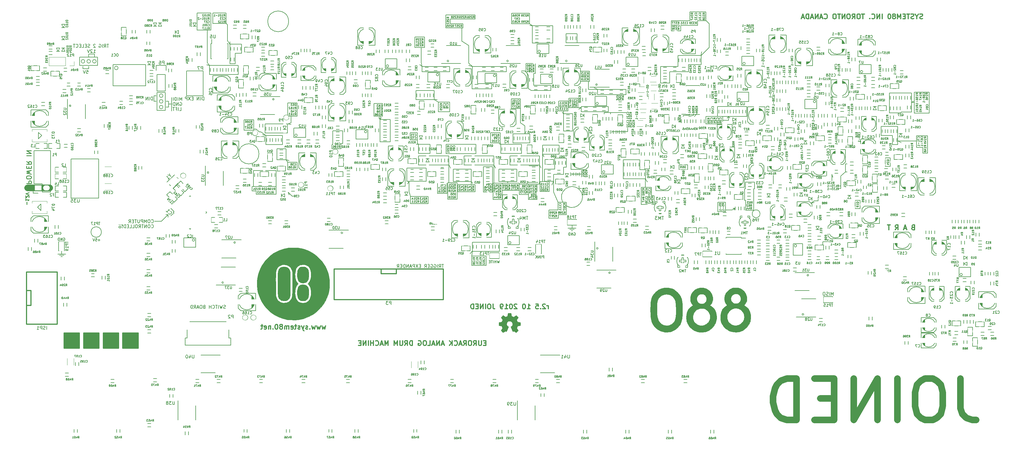
<source format=gbo>
G04 #@! TF.FileFunction,Legend,Bot*
%FSLAX46Y46*%
G04 Gerber Fmt 4.6, Leading zero omitted, Abs format (unit mm)*
G04 Created by KiCad (PCBNEW 4.0.2-stable) date 2019-10-29 5:42:38 PM*
%MOMM*%
G01*
G04 APERTURE LIST*
%ADD10C,0.100000*%
%ADD11C,2.000000*%
%ADD12C,0.200000*%
%ADD13C,0.150000*%
%ADD14C,0.300000*%
%ADD15C,0.250000*%
%ADD16C,0.010000*%
%ADD17C,0.127000*%
%ADD18C,0.066040*%
%ADD19C,0.101600*%
%ADD20C,0.203200*%
%ADD21C,0.120000*%
%ADD22C,0.304800*%
%ADD23C,0.299720*%
%ADD24C,0.152400*%
%ADD25C,0.254000*%
%ADD26C,3.225000*%
%ADD27C,6.050000*%
%ADD28R,0.850000X0.950000*%
%ADD29C,2.050000*%
%ADD30O,2.000000X2.000000*%
%ADD31R,3.049740X1.650200*%
%ADD32R,1.550000X1.550000*%
%ADD33R,0.950000X0.850000*%
%ADD34C,2.336000*%
%ADD35C,4.037800*%
%ADD36C,1.751800*%
%ADD37C,2.590000*%
%ADD38R,0.659600X0.812000*%
%ADD39R,1.800000X1.400000*%
%ADD40O,1.800000X1.400000*%
%ADD41R,1.250000X1.250000*%
%ADD42C,1.250000*%
%ADD43R,1.193000X1.447000*%
%ADD44R,1.500000X0.500000*%
%ADD45R,0.500000X1.500000*%
%ADD46R,1.550000X0.650000*%
%ADD47R,2.050000X1.550000*%
%ADD48O,2.050000X1.550000*%
%ADD49R,0.751040X1.050760*%
%ADD50R,1.050760X0.751040*%
%ADD51R,0.812000X0.659600*%
%ADD52R,1.650000X2.850000*%
%ADD53R,2.850000X1.650000*%
%ADD54R,2.447760X2.447760*%
%ADD55O,2.250000X1.450000*%
%ADD56O,2.300000X1.450000*%
%ADD57O,1.450000X2.250000*%
%ADD58O,1.450000X2.300000*%
%ADD59R,1.650000X1.550000*%
%ADD60O,1.550000X2.050000*%
%ADD61R,1.650200X3.049740*%
%ADD62R,2.650960X1.650200*%
%ADD63R,1.650200X2.650960*%
%ADD64R,1.350480X0.450000*%
%ADD65R,0.450000X1.350480*%
%ADD66R,1.550000X0.450000*%
%ADD67R,0.450000X1.550000*%
%ADD68C,1.550000*%
%ADD69R,0.650000X1.950000*%
%ADD70R,2.150000X2.850000*%
%ADD71O,2.850000X3.550000*%
%ADD72C,1.800000*%
%ADD73R,2.082000X1.777200*%
%ADD74O,2.082000X1.777200*%
%ADD75R,1.750000X1.750000*%
%ADD76O,1.750000X1.750000*%
%ADD77C,2.550000*%
%ADD78R,2.550000X3.550000*%
%ADD79O,4.650000X1.500000*%
%ADD80O,4.350000X1.150000*%
%ADD81O,1.150000X4.350000*%
%ADD82C,1.150000*%
%ADD83O,2.050000X1.800000*%
%ADD84R,2.050000X1.800000*%
%ADD85R,1.550000X2.050000*%
%ADD86C,1.850000*%
%ADD87R,1.050000X1.650000*%
%ADD88O,4.050000X2.550000*%
%ADD89O,2.550000X2.050000*%
%ADD90O,1.550000X3.550000*%
%ADD91O,2.050000X3.050000*%
%ADD92R,0.500000X1.550000*%
%ADD93R,1.550000X0.500000*%
%ADD94C,3.150000*%
%ADD95R,1.650000X1.050000*%
%ADD96R,0.550000X0.425000*%
%ADD97R,0.700000X0.350000*%
%ADD98R,0.425000X0.550000*%
%ADD99R,0.350000X0.700000*%
G04 APERTURE END LIST*
D10*
D11*
X355009523Y-163995238D02*
X355009523Y-173066667D01*
X355614285Y-174880952D01*
X356823809Y-176090476D01*
X358638094Y-176695238D01*
X359847618Y-176695238D01*
X346542857Y-163995238D02*
X344123809Y-163995238D01*
X342914285Y-164600000D01*
X341704762Y-165809524D01*
X341100000Y-168228571D01*
X341100000Y-172461905D01*
X341704762Y-174880952D01*
X342914285Y-176090476D01*
X344123809Y-176695238D01*
X346542857Y-176695238D01*
X347752381Y-176090476D01*
X348961904Y-174880952D01*
X349566666Y-172461905D01*
X349566666Y-168228571D01*
X348961904Y-165809524D01*
X347752381Y-164600000D01*
X346542857Y-163995238D01*
X335657142Y-176695238D02*
X335657142Y-163995238D01*
X329609523Y-176695238D02*
X329609523Y-163995238D01*
X322352381Y-176695238D01*
X322352381Y-163995238D01*
X316304761Y-170042857D02*
X312071428Y-170042857D01*
X310257142Y-176695238D02*
X316304761Y-176695238D01*
X316304761Y-163995238D01*
X310257142Y-163995238D01*
X304814285Y-176695238D02*
X304814285Y-163995238D01*
X301790476Y-163995238D01*
X299976190Y-164600000D01*
X298766666Y-165809524D01*
X298161905Y-167019048D01*
X297557143Y-169438095D01*
X297557143Y-171252381D01*
X298161905Y-173671429D01*
X298766666Y-174880952D01*
X299976190Y-176090476D01*
X301790476Y-176695238D01*
X304814285Y-176695238D01*
D12*
X111550000Y-113700000D02*
X111550000Y-113700000D01*
X112250000Y-113700000D02*
X111550000Y-113700000D01*
X112250000Y-114450000D02*
X112250000Y-114450000D01*
X112250000Y-113700000D02*
X112250000Y-114450000D01*
X108100000Y-115700000D02*
X110250000Y-115700000D01*
X112250000Y-113700000D02*
X110250000Y-115700000D01*
D13*
X97757143Y-116788095D02*
X97804762Y-116835714D01*
X97852381Y-116788095D01*
X97804762Y-116740476D01*
X97757143Y-116788095D01*
X97852381Y-116788095D01*
X97233333Y-116788095D02*
X97280952Y-116835714D01*
X97328571Y-116788095D01*
X97280952Y-116740476D01*
X97233333Y-116788095D01*
X97328571Y-116788095D01*
X97852381Y-117407142D02*
X97804762Y-117311904D01*
X97757143Y-117264285D01*
X97661905Y-117216666D01*
X97376190Y-117216666D01*
X97280952Y-117264285D01*
X97233333Y-117311904D01*
X97185714Y-117407142D01*
X97185714Y-117550000D01*
X97233333Y-117645238D01*
X97280952Y-117692857D01*
X97376190Y-117740476D01*
X97661905Y-117740476D01*
X97757143Y-117692857D01*
X97804762Y-117645238D01*
X97852381Y-117550000D01*
X97852381Y-117407142D01*
X107140476Y-116082143D02*
X107188095Y-116129762D01*
X107330952Y-116177381D01*
X107426190Y-116177381D01*
X107569048Y-116129762D01*
X107664286Y-116034524D01*
X107711905Y-115939286D01*
X107759524Y-115748810D01*
X107759524Y-115605952D01*
X107711905Y-115415476D01*
X107664286Y-115320238D01*
X107569048Y-115225000D01*
X107426190Y-115177381D01*
X107330952Y-115177381D01*
X107188095Y-115225000D01*
X107140476Y-115272619D01*
X106521429Y-115177381D02*
X106330952Y-115177381D01*
X106235714Y-115225000D01*
X106140476Y-115320238D01*
X106092857Y-115510714D01*
X106092857Y-115844048D01*
X106140476Y-116034524D01*
X106235714Y-116129762D01*
X106330952Y-116177381D01*
X106521429Y-116177381D01*
X106616667Y-116129762D01*
X106711905Y-116034524D01*
X106759524Y-115844048D01*
X106759524Y-115510714D01*
X106711905Y-115320238D01*
X106616667Y-115225000D01*
X106521429Y-115177381D01*
X105664286Y-116177381D02*
X105664286Y-115177381D01*
X105330952Y-115891667D01*
X104997619Y-115177381D01*
X104997619Y-116177381D01*
X104521429Y-116177381D02*
X104521429Y-115177381D01*
X104140476Y-115177381D01*
X104045238Y-115225000D01*
X103997619Y-115272619D01*
X103950000Y-115367857D01*
X103950000Y-115510714D01*
X103997619Y-115605952D01*
X104045238Y-115653571D01*
X104140476Y-115701190D01*
X104521429Y-115701190D01*
X103521429Y-115177381D02*
X103521429Y-115986905D01*
X103473810Y-116082143D01*
X103426191Y-116129762D01*
X103330953Y-116177381D01*
X103140476Y-116177381D01*
X103045238Y-116129762D01*
X102997619Y-116082143D01*
X102950000Y-115986905D01*
X102950000Y-115177381D01*
X102616667Y-115177381D02*
X102045238Y-115177381D01*
X102330953Y-116177381D02*
X102330953Y-115177381D01*
X101711905Y-115653571D02*
X101378571Y-115653571D01*
X101235714Y-116177381D02*
X101711905Y-116177381D01*
X101711905Y-115177381D01*
X101235714Y-115177381D01*
X100235714Y-116177381D02*
X100569048Y-115701190D01*
X100807143Y-116177381D02*
X100807143Y-115177381D01*
X100426190Y-115177381D01*
X100330952Y-115225000D01*
X100283333Y-115272619D01*
X100235714Y-115367857D01*
X100235714Y-115510714D01*
X100283333Y-115605952D01*
X100330952Y-115653571D01*
X100426190Y-115701190D01*
X100807143Y-115701190D01*
X107140476Y-117632143D02*
X107188095Y-117679762D01*
X107330952Y-117727381D01*
X107426190Y-117727381D01*
X107569048Y-117679762D01*
X107664286Y-117584524D01*
X107711905Y-117489286D01*
X107759524Y-117298810D01*
X107759524Y-117155952D01*
X107711905Y-116965476D01*
X107664286Y-116870238D01*
X107569048Y-116775000D01*
X107426190Y-116727381D01*
X107330952Y-116727381D01*
X107188095Y-116775000D01*
X107140476Y-116822619D01*
X106521429Y-116727381D02*
X106330952Y-116727381D01*
X106235714Y-116775000D01*
X106140476Y-116870238D01*
X106092857Y-117060714D01*
X106092857Y-117394048D01*
X106140476Y-117584524D01*
X106235714Y-117679762D01*
X106330952Y-117727381D01*
X106521429Y-117727381D01*
X106616667Y-117679762D01*
X106711905Y-117584524D01*
X106759524Y-117394048D01*
X106759524Y-117060714D01*
X106711905Y-116870238D01*
X106616667Y-116775000D01*
X106521429Y-116727381D01*
X105664286Y-117727381D02*
X105664286Y-116727381D01*
X105092857Y-117727381D01*
X105092857Y-116727381D01*
X104759524Y-116727381D02*
X104188095Y-116727381D01*
X104473810Y-117727381D02*
X104473810Y-116727381D01*
X103283333Y-117727381D02*
X103616667Y-117251190D01*
X103854762Y-117727381D02*
X103854762Y-116727381D01*
X103473809Y-116727381D01*
X103378571Y-116775000D01*
X103330952Y-116822619D01*
X103283333Y-116917857D01*
X103283333Y-117060714D01*
X103330952Y-117155952D01*
X103378571Y-117203571D01*
X103473809Y-117251190D01*
X103854762Y-117251190D01*
X102664286Y-116727381D02*
X102473809Y-116727381D01*
X102378571Y-116775000D01*
X102283333Y-116870238D01*
X102235714Y-117060714D01*
X102235714Y-117394048D01*
X102283333Y-117584524D01*
X102378571Y-117679762D01*
X102473809Y-117727381D01*
X102664286Y-117727381D01*
X102759524Y-117679762D01*
X102854762Y-117584524D01*
X102902381Y-117394048D01*
X102902381Y-117060714D01*
X102854762Y-116870238D01*
X102759524Y-116775000D01*
X102664286Y-116727381D01*
X101330952Y-117727381D02*
X101807143Y-117727381D01*
X101807143Y-116727381D01*
X100521428Y-117727381D02*
X100997619Y-117727381D01*
X100997619Y-116727381D01*
X100188095Y-117203571D02*
X99854761Y-117203571D01*
X99711904Y-117727381D02*
X100188095Y-117727381D01*
X100188095Y-116727381D01*
X99711904Y-116727381D01*
X99283333Y-117727381D02*
X99283333Y-116727381D01*
X99045238Y-116727381D01*
X98902380Y-116775000D01*
X98807142Y-116870238D01*
X98759523Y-116965476D01*
X98711904Y-117155952D01*
X98711904Y-117298810D01*
X98759523Y-117489286D01*
X98807142Y-117584524D01*
X98902380Y-117679762D01*
X99045238Y-117727381D01*
X99283333Y-117727381D01*
X98283333Y-117632143D02*
X98235714Y-117679762D01*
X98283333Y-117727381D01*
X98330952Y-117679762D01*
X98283333Y-117632143D01*
X98283333Y-117727381D01*
X98283333Y-117346429D02*
X98330952Y-116775000D01*
X98283333Y-116727381D01*
X98235714Y-116775000D01*
X98283333Y-117346429D01*
X98283333Y-116727381D01*
D12*
X112400000Y-79750000D02*
X113400000Y-79750000D01*
X113400000Y-77650000D02*
X113400000Y-81850000D01*
D14*
X209614287Y-153042857D02*
X209114287Y-153042857D01*
X208900001Y-153828571D02*
X209614287Y-153828571D01*
X209614287Y-152328571D01*
X208900001Y-152328571D01*
X208257144Y-152328571D02*
X208257144Y-153542857D01*
X208185716Y-153685714D01*
X208114287Y-153757143D01*
X207971430Y-153828571D01*
X207685716Y-153828571D01*
X207542858Y-153757143D01*
X207471430Y-153685714D01*
X207400001Y-153542857D01*
X207400001Y-152328571D01*
X205828572Y-153828571D02*
X206328572Y-153114286D01*
X206685715Y-153828571D02*
X206685715Y-152328571D01*
X206114287Y-152328571D01*
X205971429Y-152400000D01*
X205900001Y-152471429D01*
X205828572Y-152614286D01*
X205828572Y-152828571D01*
X205900001Y-152971429D01*
X205971429Y-153042857D01*
X206114287Y-153114286D01*
X206685715Y-153114286D01*
X204900001Y-152328571D02*
X204614287Y-152328571D01*
X204471429Y-152400000D01*
X204328572Y-152542857D01*
X204257144Y-152828571D01*
X204257144Y-153328571D01*
X204328572Y-153614286D01*
X204471429Y-153757143D01*
X204614287Y-153828571D01*
X204900001Y-153828571D01*
X205042858Y-153757143D01*
X205185715Y-153614286D01*
X205257144Y-153328571D01*
X205257144Y-152828571D01*
X205185715Y-152542857D01*
X205042858Y-152400000D01*
X204900001Y-152328571D01*
X202757143Y-153828571D02*
X203257143Y-153114286D01*
X203614286Y-153828571D02*
X203614286Y-152328571D01*
X203042858Y-152328571D01*
X202900000Y-152400000D01*
X202828572Y-152471429D01*
X202757143Y-152614286D01*
X202757143Y-152828571D01*
X202828572Y-152971429D01*
X202900000Y-153042857D01*
X203042858Y-153114286D01*
X203614286Y-153114286D01*
X202185715Y-153400000D02*
X201471429Y-153400000D01*
X202328572Y-153828571D02*
X201828572Y-152328571D01*
X201328572Y-153828571D01*
X199971429Y-153685714D02*
X200042858Y-153757143D01*
X200257144Y-153828571D01*
X200400001Y-153828571D01*
X200614286Y-153757143D01*
X200757144Y-153614286D01*
X200828572Y-153471429D01*
X200900001Y-153185714D01*
X200900001Y-152971429D01*
X200828572Y-152685714D01*
X200757144Y-152542857D01*
X200614286Y-152400000D01*
X200400001Y-152328571D01*
X200257144Y-152328571D01*
X200042858Y-152400000D01*
X199971429Y-152471429D01*
X199328572Y-153828571D02*
X199328572Y-152328571D01*
X198471429Y-153828571D02*
X199114286Y-152971429D01*
X198471429Y-152328571D02*
X199328572Y-153185714D01*
X196757144Y-153400000D02*
X196042858Y-153400000D01*
X196900001Y-153828571D02*
X196400001Y-152328571D01*
X195900001Y-153828571D01*
X195400001Y-153828571D02*
X195400001Y-152328571D01*
X194542858Y-153828571D01*
X194542858Y-152328571D01*
X193900001Y-153400000D02*
X193185715Y-153400000D01*
X194042858Y-153828571D02*
X193542858Y-152328571D01*
X193042858Y-153828571D01*
X191828572Y-153828571D02*
X192542858Y-153828571D01*
X192542858Y-152328571D01*
X191042858Y-152328571D02*
X190757144Y-152328571D01*
X190614286Y-152400000D01*
X190471429Y-152542857D01*
X190400001Y-152828571D01*
X190400001Y-153328571D01*
X190471429Y-153614286D01*
X190614286Y-153757143D01*
X190757144Y-153828571D01*
X191042858Y-153828571D01*
X191185715Y-153757143D01*
X191328572Y-153614286D01*
X191400001Y-153328571D01*
X191400001Y-152828571D01*
X191328572Y-152542857D01*
X191185715Y-152400000D01*
X191042858Y-152328571D01*
X188971429Y-152400000D02*
X189114286Y-152328571D01*
X189328572Y-152328571D01*
X189542857Y-152400000D01*
X189685715Y-152542857D01*
X189757143Y-152685714D01*
X189828572Y-152971429D01*
X189828572Y-153185714D01*
X189757143Y-153471429D01*
X189685715Y-153614286D01*
X189542857Y-153757143D01*
X189328572Y-153828571D01*
X189185715Y-153828571D01*
X188971429Y-153757143D01*
X188900000Y-153685714D01*
X188900000Y-153185714D01*
X189185715Y-153185714D01*
X187114286Y-153828571D02*
X187114286Y-152328571D01*
X186757143Y-152328571D01*
X186542858Y-152400000D01*
X186400000Y-152542857D01*
X186328572Y-152685714D01*
X186257143Y-152971429D01*
X186257143Y-153185714D01*
X186328572Y-153471429D01*
X186400000Y-153614286D01*
X186542858Y-153757143D01*
X186757143Y-153828571D01*
X187114286Y-153828571D01*
X184757143Y-153828571D02*
X185257143Y-153114286D01*
X185614286Y-153828571D02*
X185614286Y-152328571D01*
X185042858Y-152328571D01*
X184900000Y-152400000D01*
X184828572Y-152471429D01*
X184757143Y-152614286D01*
X184757143Y-152828571D01*
X184828572Y-152971429D01*
X184900000Y-153042857D01*
X185042858Y-153114286D01*
X185614286Y-153114286D01*
X184114286Y-152328571D02*
X184114286Y-153542857D01*
X184042858Y-153685714D01*
X183971429Y-153757143D01*
X183828572Y-153828571D01*
X183542858Y-153828571D01*
X183400000Y-153757143D01*
X183328572Y-153685714D01*
X183257143Y-153542857D01*
X183257143Y-152328571D01*
X182542857Y-153828571D02*
X182542857Y-152328571D01*
X182042857Y-153400000D01*
X181542857Y-152328571D01*
X181542857Y-153828571D01*
X179685714Y-153828571D02*
X179685714Y-152328571D01*
X179185714Y-153400000D01*
X178685714Y-152328571D01*
X178685714Y-153828571D01*
X178042857Y-153400000D02*
X177328571Y-153400000D01*
X178185714Y-153828571D02*
X177685714Y-152328571D01*
X177185714Y-153828571D01*
X175828571Y-153685714D02*
X175900000Y-153757143D01*
X176114286Y-153828571D01*
X176257143Y-153828571D01*
X176471428Y-153757143D01*
X176614286Y-153614286D01*
X176685714Y-153471429D01*
X176757143Y-153185714D01*
X176757143Y-152971429D01*
X176685714Y-152685714D01*
X176614286Y-152542857D01*
X176471428Y-152400000D01*
X176257143Y-152328571D01*
X176114286Y-152328571D01*
X175900000Y-152400000D01*
X175828571Y-152471429D01*
X175185714Y-153828571D02*
X175185714Y-152328571D01*
X175185714Y-153042857D02*
X174328571Y-153042857D01*
X174328571Y-153828571D02*
X174328571Y-152328571D01*
X173614285Y-153828571D02*
X173614285Y-152328571D01*
X172899999Y-153828571D02*
X172899999Y-152328571D01*
X172042856Y-153828571D01*
X172042856Y-152328571D01*
X171328570Y-153042857D02*
X170828570Y-153042857D01*
X170614284Y-153828571D02*
X171328570Y-153828571D01*
X171328570Y-152328571D01*
X170614284Y-152328571D01*
D12*
X140094855Y-95000000D02*
G75*
G03X140094855Y-95000000I-3094855J0D01*
G01*
X149183748Y-54350000D02*
G75*
G03X149183748Y-54350000I-3183748J0D01*
G01*
X234321200Y-110978050D02*
G75*
G03X233225000Y-109850000I1678800J2728050D01*
G01*
X280700000Y-112700000D02*
X283000000Y-112700000D01*
X280700000Y-109850000D02*
X280700000Y-112700000D01*
X283000000Y-109850000D02*
X280700000Y-109850000D01*
X283000000Y-112700000D02*
X283000000Y-109850000D01*
X285900000Y-111750000D02*
X285650000Y-112250000D01*
X285900000Y-111750000D02*
X285300000Y-111750000D01*
X285100000Y-112250000D02*
X285900000Y-111750000D01*
X283000000Y-112250000D02*
X285100000Y-112250000D01*
X274250000Y-82700000D02*
X273550000Y-83550000D01*
X273200000Y-83200000D02*
X271750000Y-83550000D01*
X273200000Y-82700000D02*
X273200000Y-83200000D01*
X270050000Y-83200000D02*
X270050000Y-83550000D01*
X271950000Y-83200000D02*
X270050000Y-83200000D01*
X271950000Y-82700000D02*
X271950000Y-83200000D01*
X283950000Y-83500000D02*
X284350000Y-84050000D01*
X283950000Y-83500000D02*
X283550000Y-84050000D01*
X283950000Y-84700000D02*
X283950000Y-83500000D01*
X282150000Y-84700000D02*
X283950000Y-84700000D01*
X277050000Y-83500000D02*
X282150000Y-83500000D01*
X277050000Y-85800000D02*
X277050000Y-83500000D01*
X282150000Y-85800000D02*
X277050000Y-85800000D01*
X282150000Y-83500000D02*
X282150000Y-85800000D01*
X280600000Y-83500000D02*
X280600000Y-80450000D01*
X289550000Y-83500000D02*
X280600000Y-83500000D01*
X289550000Y-80450000D02*
X289550000Y-83500000D01*
X280600000Y-80450000D02*
X289550000Y-80450000D01*
X191350000Y-99400000D02*
X185450000Y-99400000D01*
X191350000Y-103400000D02*
X191350000Y-99400000D01*
X185450000Y-103400000D02*
X191350000Y-103400000D01*
X185450000Y-99400000D02*
X185450000Y-103400000D01*
X198500000Y-68200000D02*
X198500000Y-69800000D01*
X229500000Y-74000000D02*
X229500000Y-75600000D01*
X215900000Y-68200000D02*
X215900000Y-69800000D01*
X162700000Y-87900000D02*
X162700000Y-92150000D01*
X165750000Y-87900000D02*
X165750000Y-91800000D01*
X162700000Y-87900000D02*
X165750000Y-87900000D01*
X177200000Y-84450000D02*
X176800000Y-83850000D01*
X177200000Y-84450000D02*
X177600000Y-83850000D01*
X177200000Y-83450000D02*
X177200000Y-84450000D01*
X180300000Y-84450000D02*
X177200000Y-84450000D01*
X180300000Y-91350000D02*
X180300000Y-84450000D01*
X180200000Y-91350000D02*
X180300000Y-91350000D01*
X177200000Y-91350000D02*
X180200000Y-91350000D01*
X177200000Y-84450000D02*
X177200000Y-91350000D01*
X175300000Y-83450000D02*
X178000000Y-83450000D01*
X175300000Y-79550000D02*
X175300000Y-83450000D01*
X178000000Y-79550000D02*
X175300000Y-79550000D01*
X178000000Y-79550000D02*
X178000000Y-83450000D01*
D14*
X343435714Y-53507143D02*
X343221428Y-53578571D01*
X342864285Y-53578571D01*
X342721428Y-53507143D01*
X342649999Y-53435714D01*
X342578571Y-53292857D01*
X342578571Y-53150000D01*
X342649999Y-53007143D01*
X342721428Y-52935714D01*
X342864285Y-52864286D01*
X343149999Y-52792857D01*
X343292857Y-52721429D01*
X343364285Y-52650000D01*
X343435714Y-52507143D01*
X343435714Y-52364286D01*
X343364285Y-52221429D01*
X343292857Y-52150000D01*
X343149999Y-52078571D01*
X342792857Y-52078571D01*
X342578571Y-52150000D01*
X341650000Y-52864286D02*
X341650000Y-53578571D01*
X342150000Y-52078571D02*
X341650000Y-52864286D01*
X341150000Y-52078571D01*
X340721429Y-53507143D02*
X340507143Y-53578571D01*
X340150000Y-53578571D01*
X340007143Y-53507143D01*
X339935714Y-53435714D01*
X339864286Y-53292857D01*
X339864286Y-53150000D01*
X339935714Y-53007143D01*
X340007143Y-52935714D01*
X340150000Y-52864286D01*
X340435714Y-52792857D01*
X340578572Y-52721429D01*
X340650000Y-52650000D01*
X340721429Y-52507143D01*
X340721429Y-52364286D01*
X340650000Y-52221429D01*
X340578572Y-52150000D01*
X340435714Y-52078571D01*
X340078572Y-52078571D01*
X339864286Y-52150000D01*
X339435715Y-52078571D02*
X338578572Y-52078571D01*
X339007143Y-53578571D02*
X339007143Y-52078571D01*
X338078572Y-52792857D02*
X337578572Y-52792857D01*
X337364286Y-53578571D02*
X338078572Y-53578571D01*
X338078572Y-52078571D01*
X337364286Y-52078571D01*
X336721429Y-53578571D02*
X336721429Y-52078571D01*
X336221429Y-53150000D01*
X335721429Y-52078571D01*
X335721429Y-53578571D01*
X334792857Y-52721429D02*
X334935715Y-52650000D01*
X335007143Y-52578571D01*
X335078572Y-52435714D01*
X335078572Y-52364286D01*
X335007143Y-52221429D01*
X334935715Y-52150000D01*
X334792857Y-52078571D01*
X334507143Y-52078571D01*
X334364286Y-52150000D01*
X334292857Y-52221429D01*
X334221429Y-52364286D01*
X334221429Y-52435714D01*
X334292857Y-52578571D01*
X334364286Y-52650000D01*
X334507143Y-52721429D01*
X334792857Y-52721429D01*
X334935715Y-52792857D01*
X335007143Y-52864286D01*
X335078572Y-53007143D01*
X335078572Y-53292857D01*
X335007143Y-53435714D01*
X334935715Y-53507143D01*
X334792857Y-53578571D01*
X334507143Y-53578571D01*
X334364286Y-53507143D01*
X334292857Y-53435714D01*
X334221429Y-53292857D01*
X334221429Y-53007143D01*
X334292857Y-52864286D01*
X334364286Y-52792857D01*
X334507143Y-52721429D01*
X333292858Y-52078571D02*
X333150001Y-52078571D01*
X333007144Y-52150000D01*
X332935715Y-52221429D01*
X332864286Y-52364286D01*
X332792858Y-52650000D01*
X332792858Y-53007143D01*
X332864286Y-53292857D01*
X332935715Y-53435714D01*
X333007144Y-53507143D01*
X333150001Y-53578571D01*
X333292858Y-53578571D01*
X333435715Y-53507143D01*
X333507144Y-53435714D01*
X333578572Y-53292857D01*
X333650001Y-53007143D01*
X333650001Y-52650000D01*
X333578572Y-52364286D01*
X333507144Y-52221429D01*
X333435715Y-52150000D01*
X333292858Y-52078571D01*
X331007144Y-53578571D02*
X331007144Y-52078571D01*
X330292858Y-53578571D02*
X330292858Y-52078571D01*
X329435715Y-53578571D01*
X329435715Y-52078571D01*
X327864286Y-53435714D02*
X327935715Y-53507143D01*
X328150001Y-53578571D01*
X328292858Y-53578571D01*
X328507143Y-53507143D01*
X328650001Y-53364286D01*
X328721429Y-53221429D01*
X328792858Y-52935714D01*
X328792858Y-52721429D01*
X328721429Y-52435714D01*
X328650001Y-52292857D01*
X328507143Y-52150000D01*
X328292858Y-52078571D01*
X328150001Y-52078571D01*
X327935715Y-52150000D01*
X327864286Y-52221429D01*
X327221429Y-53435714D02*
X327150001Y-53507143D01*
X327221429Y-53578571D01*
X327292858Y-53507143D01*
X327221429Y-53435714D01*
X327221429Y-53578571D01*
X325578572Y-52078571D02*
X324721429Y-52078571D01*
X325150000Y-53578571D02*
X325150000Y-52078571D01*
X323935715Y-52078571D02*
X323650001Y-52078571D01*
X323507143Y-52150000D01*
X323364286Y-52292857D01*
X323292858Y-52578571D01*
X323292858Y-53078571D01*
X323364286Y-53364286D01*
X323507143Y-53507143D01*
X323650001Y-53578571D01*
X323935715Y-53578571D01*
X324078572Y-53507143D01*
X324221429Y-53364286D01*
X324292858Y-53078571D01*
X324292858Y-52578571D01*
X324221429Y-52292857D01*
X324078572Y-52150000D01*
X323935715Y-52078571D01*
X321792857Y-53578571D02*
X322292857Y-52864286D01*
X322650000Y-53578571D02*
X322650000Y-52078571D01*
X322078572Y-52078571D01*
X321935714Y-52150000D01*
X321864286Y-52221429D01*
X321792857Y-52364286D01*
X321792857Y-52578571D01*
X321864286Y-52721429D01*
X321935714Y-52792857D01*
X322078572Y-52864286D01*
X322650000Y-52864286D01*
X320864286Y-52078571D02*
X320578572Y-52078571D01*
X320435714Y-52150000D01*
X320292857Y-52292857D01*
X320221429Y-52578571D01*
X320221429Y-53078571D01*
X320292857Y-53364286D01*
X320435714Y-53507143D01*
X320578572Y-53578571D01*
X320864286Y-53578571D01*
X321007143Y-53507143D01*
X321150000Y-53364286D01*
X321221429Y-53078571D01*
X321221429Y-52578571D01*
X321150000Y-52292857D01*
X321007143Y-52150000D01*
X320864286Y-52078571D01*
X319578571Y-53578571D02*
X319578571Y-52078571D01*
X318721428Y-53578571D01*
X318721428Y-52078571D01*
X318221428Y-52078571D02*
X317364285Y-52078571D01*
X317792856Y-53578571D02*
X317792856Y-52078571D01*
X316578571Y-52078571D02*
X316292857Y-52078571D01*
X316149999Y-52150000D01*
X316007142Y-52292857D01*
X315935714Y-52578571D01*
X315935714Y-53078571D01*
X316007142Y-53364286D01*
X316149999Y-53507143D01*
X316292857Y-53578571D01*
X316578571Y-53578571D01*
X316721428Y-53507143D01*
X316864285Y-53364286D01*
X316935714Y-53078571D01*
X316935714Y-52578571D01*
X316864285Y-52292857D01*
X316721428Y-52150000D01*
X316578571Y-52078571D01*
X313292856Y-53435714D02*
X313364285Y-53507143D01*
X313578571Y-53578571D01*
X313721428Y-53578571D01*
X313935713Y-53507143D01*
X314078571Y-53364286D01*
X314149999Y-53221429D01*
X314221428Y-52935714D01*
X314221428Y-52721429D01*
X314149999Y-52435714D01*
X314078571Y-52292857D01*
X313935713Y-52150000D01*
X313721428Y-52078571D01*
X313578571Y-52078571D01*
X313364285Y-52150000D01*
X313292856Y-52221429D01*
X312721428Y-53150000D02*
X312007142Y-53150000D01*
X312864285Y-53578571D02*
X312364285Y-52078571D01*
X311864285Y-53578571D01*
X311364285Y-53578571D02*
X311364285Y-52078571D01*
X310507142Y-53578571D01*
X310507142Y-52078571D01*
X309864285Y-53150000D02*
X309149999Y-53150000D01*
X310007142Y-53578571D02*
X309507142Y-52078571D01*
X309007142Y-53578571D01*
X308507142Y-53578571D02*
X308507142Y-52078571D01*
X308149999Y-52078571D01*
X307935714Y-52150000D01*
X307792856Y-52292857D01*
X307721428Y-52435714D01*
X307649999Y-52721429D01*
X307649999Y-52935714D01*
X307721428Y-53221429D01*
X307792856Y-53364286D01*
X307935714Y-53507143D01*
X308149999Y-53578571D01*
X308507142Y-53578571D01*
X307078571Y-53150000D02*
X306364285Y-53150000D01*
X307221428Y-53578571D02*
X306721428Y-52078571D01*
X306221428Y-53578571D01*
D12*
X125400000Y-52000000D02*
X125400000Y-57000000D01*
X125400000Y-51750000D02*
X125400000Y-52000000D01*
D13*
X196690476Y-128952381D02*
X196119047Y-128952381D01*
X196404762Y-129952381D02*
X196404762Y-128952381D01*
X195214285Y-129952381D02*
X195547619Y-129476190D01*
X195785714Y-129952381D02*
X195785714Y-128952381D01*
X195404761Y-128952381D01*
X195309523Y-129000000D01*
X195261904Y-129047619D01*
X195214285Y-129142857D01*
X195214285Y-129285714D01*
X195261904Y-129380952D01*
X195309523Y-129428571D01*
X195404761Y-129476190D01*
X195785714Y-129476190D01*
X194785714Y-129952381D02*
X194785714Y-128952381D01*
X193785714Y-129000000D02*
X193880952Y-128952381D01*
X194023809Y-128952381D01*
X194166667Y-129000000D01*
X194261905Y-129095238D01*
X194309524Y-129190476D01*
X194357143Y-129380952D01*
X194357143Y-129523810D01*
X194309524Y-129714286D01*
X194261905Y-129809524D01*
X194166667Y-129904762D01*
X194023809Y-129952381D01*
X193928571Y-129952381D01*
X193785714Y-129904762D01*
X193738095Y-129857143D01*
X193738095Y-129523810D01*
X193928571Y-129523810D01*
X192785714Y-129000000D02*
X192880952Y-128952381D01*
X193023809Y-128952381D01*
X193166667Y-129000000D01*
X193261905Y-129095238D01*
X193309524Y-129190476D01*
X193357143Y-129380952D01*
X193357143Y-129523810D01*
X193309524Y-129714286D01*
X193261905Y-129809524D01*
X193166667Y-129904762D01*
X193023809Y-129952381D01*
X192928571Y-129952381D01*
X192785714Y-129904762D01*
X192738095Y-129857143D01*
X192738095Y-129523810D01*
X192928571Y-129523810D01*
X192309524Y-129428571D02*
X191976190Y-129428571D01*
X191833333Y-129952381D02*
X192309524Y-129952381D01*
X192309524Y-128952381D01*
X191833333Y-128952381D01*
X190833333Y-129952381D02*
X191166667Y-129476190D01*
X191404762Y-129952381D02*
X191404762Y-128952381D01*
X191023809Y-128952381D01*
X190928571Y-129000000D01*
X190880952Y-129047619D01*
X190833333Y-129142857D01*
X190833333Y-129285714D01*
X190880952Y-129380952D01*
X190928571Y-129428571D01*
X191023809Y-129476190D01*
X191404762Y-129476190D01*
X189642857Y-129428571D02*
X189309523Y-129428571D01*
X189166666Y-129952381D02*
X189642857Y-129952381D01*
X189642857Y-128952381D01*
X189166666Y-128952381D01*
X188833333Y-128952381D02*
X188166666Y-129952381D01*
X188166666Y-128952381D02*
X188833333Y-129952381D01*
X187785714Y-129952381D02*
X187785714Y-128952381D01*
X187404761Y-128952381D01*
X187309523Y-129000000D01*
X187261904Y-129047619D01*
X187214285Y-129142857D01*
X187214285Y-129285714D01*
X187261904Y-129380952D01*
X187309523Y-129428571D01*
X187404761Y-129476190D01*
X187785714Y-129476190D01*
X186833333Y-129666667D02*
X186357142Y-129666667D01*
X186928571Y-129952381D02*
X186595238Y-128952381D01*
X186261904Y-129952381D01*
X185928571Y-129952381D02*
X185928571Y-128952381D01*
X185357142Y-129952381D01*
X185357142Y-128952381D01*
X184880952Y-129952381D02*
X184880952Y-128952381D01*
X184642857Y-128952381D01*
X184499999Y-129000000D01*
X184404761Y-129095238D01*
X184357142Y-129190476D01*
X184309523Y-129380952D01*
X184309523Y-129523810D01*
X184357142Y-129714286D01*
X184404761Y-129809524D01*
X184499999Y-129904762D01*
X184642857Y-129952381D01*
X184880952Y-129952381D01*
X183880952Y-129428571D02*
X183547618Y-129428571D01*
X183404761Y-129952381D02*
X183880952Y-129952381D01*
X183880952Y-128952381D01*
X183404761Y-128952381D01*
X182404761Y-129952381D02*
X182738095Y-129476190D01*
X182976190Y-129952381D02*
X182976190Y-128952381D01*
X182595237Y-128952381D01*
X182499999Y-129000000D01*
X182452380Y-129047619D01*
X182404761Y-129142857D01*
X182404761Y-129285714D01*
X182452380Y-129380952D01*
X182499999Y-129428571D01*
X182595237Y-129476190D01*
X182976190Y-129476190D01*
D12*
X238150000Y-105650000D02*
X238950000Y-105650000D01*
X238150000Y-104800000D02*
X238150000Y-105650000D01*
D15*
X68869048Y-104080953D02*
X70319048Y-104080953D01*
X70319048Y-103528572D01*
X70250000Y-103390477D01*
X70180952Y-103321429D01*
X70042857Y-103252381D01*
X69835714Y-103252381D01*
X69697619Y-103321429D01*
X69628571Y-103390477D01*
X69559524Y-103528572D01*
X69559524Y-104080953D01*
X70319048Y-102354762D02*
X70319048Y-102078572D01*
X70250000Y-101940477D01*
X70111905Y-101802381D01*
X69835714Y-101733334D01*
X69352381Y-101733334D01*
X69076190Y-101802381D01*
X68938095Y-101940477D01*
X68869048Y-102078572D01*
X68869048Y-102354762D01*
X68938095Y-102492858D01*
X69076190Y-102630953D01*
X69352381Y-102700001D01*
X69835714Y-102700001D01*
X70111905Y-102630953D01*
X70250000Y-102492858D01*
X70319048Y-102354762D01*
X70319048Y-101250000D02*
X68869048Y-100904762D01*
X69904762Y-100628572D01*
X68869048Y-100352381D01*
X70319048Y-100007143D01*
X69628571Y-99454762D02*
X69628571Y-98971429D01*
X68869048Y-98764286D02*
X68869048Y-99454762D01*
X70319048Y-99454762D01*
X70319048Y-98764286D01*
X68869048Y-97314285D02*
X69559524Y-97797619D01*
X68869048Y-98142857D02*
X70319048Y-98142857D01*
X70319048Y-97590476D01*
X70250000Y-97452381D01*
X70180952Y-97383333D01*
X70042857Y-97314285D01*
X69835714Y-97314285D01*
X69697619Y-97383333D01*
X69628571Y-97452381D01*
X69559524Y-97590476D01*
X69559524Y-98142857D01*
X68869048Y-95588095D02*
X70319048Y-95588095D01*
X68869048Y-94897619D02*
X70319048Y-94897619D01*
X68869048Y-94069047D01*
X70319048Y-94069047D01*
D13*
X94078572Y-61352381D02*
X93507143Y-61352381D01*
X93792858Y-62352381D02*
X93792858Y-61352381D01*
X92602381Y-62352381D02*
X92935715Y-61876190D01*
X93173810Y-62352381D02*
X93173810Y-61352381D01*
X92792857Y-61352381D01*
X92697619Y-61400000D01*
X92650000Y-61447619D01*
X92602381Y-61542857D01*
X92602381Y-61685714D01*
X92650000Y-61780952D01*
X92697619Y-61828571D01*
X92792857Y-61876190D01*
X93173810Y-61876190D01*
X92173810Y-62352381D02*
X92173810Y-61352381D01*
X91173810Y-61400000D02*
X91269048Y-61352381D01*
X91411905Y-61352381D01*
X91554763Y-61400000D01*
X91650001Y-61495238D01*
X91697620Y-61590476D01*
X91745239Y-61780952D01*
X91745239Y-61923810D01*
X91697620Y-62114286D01*
X91650001Y-62209524D01*
X91554763Y-62304762D01*
X91411905Y-62352381D01*
X91316667Y-62352381D01*
X91173810Y-62304762D01*
X91126191Y-62257143D01*
X91126191Y-61923810D01*
X91316667Y-61923810D01*
X89983334Y-61447619D02*
X89935715Y-61400000D01*
X89840477Y-61352381D01*
X89602381Y-61352381D01*
X89507143Y-61400000D01*
X89459524Y-61447619D01*
X89411905Y-61542857D01*
X89411905Y-61638095D01*
X89459524Y-61780952D01*
X90030953Y-62352381D01*
X89411905Y-62352381D01*
X88269048Y-62304762D02*
X88126191Y-62352381D01*
X87888095Y-62352381D01*
X87792857Y-62304762D01*
X87745238Y-62257143D01*
X87697619Y-62161905D01*
X87697619Y-62066667D01*
X87745238Y-61971429D01*
X87792857Y-61923810D01*
X87888095Y-61876190D01*
X88078572Y-61828571D01*
X88173810Y-61780952D01*
X88221429Y-61733333D01*
X88269048Y-61638095D01*
X88269048Y-61542857D01*
X88221429Y-61447619D01*
X88173810Y-61400000D01*
X88078572Y-61352381D01*
X87840476Y-61352381D01*
X87697619Y-61400000D01*
X87269048Y-61828571D02*
X86935714Y-61828571D01*
X86792857Y-62352381D02*
X87269048Y-62352381D01*
X87269048Y-61352381D01*
X86792857Y-61352381D01*
X85888095Y-62352381D02*
X86364286Y-62352381D01*
X86364286Y-61352381D01*
X85554762Y-61828571D02*
X85221428Y-61828571D01*
X85078571Y-62352381D02*
X85554762Y-62352381D01*
X85554762Y-61352381D01*
X85078571Y-61352381D01*
X84078571Y-62257143D02*
X84126190Y-62304762D01*
X84269047Y-62352381D01*
X84364285Y-62352381D01*
X84507143Y-62304762D01*
X84602381Y-62209524D01*
X84650000Y-62114286D01*
X84697619Y-61923810D01*
X84697619Y-61780952D01*
X84650000Y-61590476D01*
X84602381Y-61495238D01*
X84507143Y-61400000D01*
X84364285Y-61352381D01*
X84269047Y-61352381D01*
X84126190Y-61400000D01*
X84078571Y-61447619D01*
X83792857Y-61352381D02*
X83221428Y-61352381D01*
X83507143Y-62352381D02*
X83507143Y-61352381D01*
D12*
X87948310Y-64365954D02*
X89698310Y-64365954D01*
X89698310Y-64365954D02*
X89698310Y-65115954D01*
D13*
X87245238Y-69352381D02*
X87721429Y-69352381D01*
X87769048Y-69828571D01*
X87721429Y-69780952D01*
X87626191Y-69733333D01*
X87388095Y-69733333D01*
X87292857Y-69780952D01*
X87245238Y-69828571D01*
X87197619Y-69923810D01*
X87197619Y-70161905D01*
X87245238Y-70257143D01*
X87292857Y-70304762D01*
X87388095Y-70352381D01*
X87626191Y-70352381D01*
X87721429Y-70304762D01*
X87769048Y-70257143D01*
X86911905Y-69352381D02*
X86578572Y-70352381D01*
X86245238Y-69352381D01*
D12*
X87948310Y-65115954D02*
X87948310Y-64365954D01*
X85198310Y-65365954D02*
X85198310Y-67865954D01*
X86757327Y-66615954D02*
G75*
G03X86757327Y-66615954I-559017J0D01*
G01*
X86198310Y-68115954D02*
X86198310Y-68865954D01*
D13*
X89419047Y-64002381D02*
X89990476Y-64002381D01*
X89704762Y-64002381D02*
X89704762Y-63002381D01*
X89800000Y-63145238D01*
X89895238Y-63240476D01*
X89990476Y-63288095D01*
X89038095Y-63097619D02*
X88990476Y-63050000D01*
X88895238Y-63002381D01*
X88657142Y-63002381D01*
X88561904Y-63050000D01*
X88514285Y-63097619D01*
X88466666Y-63192857D01*
X88466666Y-63288095D01*
X88514285Y-63430952D01*
X89085714Y-64002381D01*
X88466666Y-64002381D01*
X88180952Y-63002381D02*
X87847619Y-64002381D01*
X87514285Y-63002381D01*
D12*
X85198310Y-67865954D02*
X90698310Y-67865954D01*
X90698310Y-67865954D02*
X90698310Y-65365954D01*
X90698310Y-65365954D02*
X85198310Y-65365954D01*
X88507327Y-66615954D02*
G75*
G03X88507327Y-66615954I-559017J0D01*
G01*
X87948310Y-68865954D02*
X87948310Y-68115954D01*
X90257327Y-66615954D02*
G75*
G03X90257327Y-66615954I-559017J0D01*
G01*
X86198310Y-68865954D02*
X87948310Y-68865954D01*
X165250000Y-91800000D02*
X165750000Y-91800000D01*
X165250000Y-93450000D02*
X165250000Y-91800000D01*
X162450000Y-93450000D02*
X165250000Y-93450000D01*
X162450000Y-92150000D02*
X162450000Y-93450000D01*
X162700000Y-92150000D02*
X162450000Y-92150000D01*
X148900000Y-85850000D02*
X149900000Y-85950000D01*
X149900000Y-83450000D02*
X149900000Y-85450000D01*
X139300000Y-87450000D02*
X138500000Y-87450000D01*
X140200000Y-88250000D02*
X139300000Y-87450000D01*
X140700000Y-88250000D02*
X140200000Y-88250000D01*
D13*
X107523809Y-78502381D02*
X107523809Y-77502381D01*
X107285714Y-77502381D01*
X107142856Y-77550000D01*
X107047618Y-77645238D01*
X106999999Y-77740476D01*
X106952380Y-77930952D01*
X106952380Y-78073810D01*
X106999999Y-78264286D01*
X107047618Y-78359524D01*
X107142856Y-78454762D01*
X107285714Y-78502381D01*
X107523809Y-78502381D01*
X106523809Y-78502381D02*
X106523809Y-77502381D01*
X106047619Y-78502381D02*
X106047619Y-77502381D01*
X105476190Y-78502381D01*
X105476190Y-77502381D01*
X116457142Y-78652381D02*
X116457142Y-77652381D01*
X116123808Y-78366667D01*
X115790475Y-77652381D01*
X115790475Y-78652381D01*
X115314285Y-78652381D02*
X115314285Y-77652381D01*
X114838095Y-78652381D02*
X114838095Y-77652381D01*
X114600000Y-77652381D01*
X114457142Y-77700000D01*
X114361904Y-77795238D01*
X114314285Y-77890476D01*
X114266666Y-78080952D01*
X114266666Y-78223810D01*
X114314285Y-78414286D01*
X114361904Y-78509524D01*
X114457142Y-78604762D01*
X114600000Y-78652381D01*
X114838095Y-78652381D01*
X113838095Y-78652381D02*
X113838095Y-77652381D01*
X115885714Y-79250000D02*
X115980952Y-79202381D01*
X116123809Y-79202381D01*
X116266667Y-79250000D01*
X116361905Y-79345238D01*
X116409524Y-79440476D01*
X116457143Y-79630952D01*
X116457143Y-79773810D01*
X116409524Y-79964286D01*
X116361905Y-80059524D01*
X116266667Y-80154762D01*
X116123809Y-80202381D01*
X116028571Y-80202381D01*
X115885714Y-80154762D01*
X115838095Y-80107143D01*
X115838095Y-79773810D01*
X116028571Y-79773810D01*
X115409524Y-80202381D02*
X115409524Y-79202381D01*
X114838095Y-80202381D01*
X114838095Y-79202381D01*
X114361905Y-80202381D02*
X114361905Y-79202381D01*
X114123810Y-79202381D01*
X113980952Y-79250000D01*
X113885714Y-79345238D01*
X113838095Y-79440476D01*
X113790476Y-79630952D01*
X113790476Y-79773810D01*
X113838095Y-79964286D01*
X113885714Y-80059524D01*
X113980952Y-80154762D01*
X114123810Y-80202381D01*
X114361905Y-80202381D01*
X115790476Y-81752381D02*
X116266667Y-81752381D01*
X116266667Y-80752381D01*
X115457143Y-81752381D02*
X115457143Y-80752381D01*
X114647619Y-81228571D02*
X114980953Y-81228571D01*
X114980953Y-81752381D02*
X114980953Y-80752381D01*
X114504762Y-80752381D01*
X114266667Y-80752381D02*
X113695238Y-80752381D01*
X113980953Y-81752381D02*
X113980953Y-80752381D01*
D12*
X112400000Y-80650000D02*
X111650000Y-80650000D01*
X112400000Y-78900000D02*
X112400000Y-80650000D01*
X111650000Y-78900000D02*
X112400000Y-78900000D01*
X107900000Y-78900000D02*
X108650000Y-78900000D01*
X107900000Y-77150000D02*
X107900000Y-78900000D01*
X108650000Y-77150000D02*
X107900000Y-77150000D01*
X110709017Y-80650000D02*
G75*
G03X110709017Y-80650000I-559017J0D01*
G01*
X110709017Y-77150000D02*
G75*
G03X110709017Y-77150000I-559017J0D01*
G01*
X110709017Y-78900000D02*
G75*
G03X110709017Y-78900000I-559017J0D01*
G01*
X111400000Y-76150000D02*
X108900000Y-76150000D01*
X111400000Y-81650000D02*
X111400000Y-76150000D01*
X108900000Y-81650000D02*
X111400000Y-81650000D01*
X108900000Y-76150000D02*
X108900000Y-81650000D01*
D13*
X123233333Y-78502381D02*
X123233333Y-77502381D01*
X122995238Y-77502381D01*
X122852380Y-77550000D01*
X122757142Y-77645238D01*
X122709523Y-77740476D01*
X122661904Y-77930952D01*
X122661904Y-78073810D01*
X122709523Y-78264286D01*
X122757142Y-78359524D01*
X122852380Y-78454762D01*
X122995238Y-78502381D01*
X123233333Y-78502381D01*
X122233333Y-78502381D02*
X122233333Y-77502381D01*
X121757143Y-78502381D02*
X121757143Y-77502381D01*
X121185714Y-78502381D01*
X121185714Y-77502381D01*
X119947619Y-77978571D02*
X119614285Y-77978571D01*
X119471428Y-78502381D02*
X119947619Y-78502381D01*
X119947619Y-77502381D01*
X119471428Y-77502381D01*
X119138095Y-77502381D02*
X118471428Y-78502381D01*
X118471428Y-77502381D02*
X119138095Y-78502381D01*
X118090476Y-78502381D02*
X118090476Y-77502381D01*
X117709523Y-77502381D01*
X117614285Y-77550000D01*
X117566666Y-77597619D01*
X117519047Y-77692857D01*
X117519047Y-77835714D01*
X117566666Y-77930952D01*
X117614285Y-77978571D01*
X117709523Y-78026190D01*
X118090476Y-78026190D01*
D12*
X79700000Y-124000000D02*
X79700000Y-125700000D01*
X78450000Y-125750000D02*
X80950000Y-125750000D01*
X78950000Y-126150000D02*
X80450000Y-126150000D01*
X79450000Y-126550000D02*
X79950000Y-126550000D01*
X235750000Y-118600000D02*
X236250000Y-118600000D01*
X235250000Y-118200000D02*
X236750000Y-118200000D01*
X234750000Y-117800000D02*
X237250000Y-117800000D01*
X236000000Y-116950000D02*
X236000000Y-117750000D01*
D13*
X236609523Y-119250000D02*
X236685714Y-119211905D01*
X236799999Y-119211905D01*
X236914285Y-119250000D01*
X236990476Y-119326190D01*
X237028571Y-119402381D01*
X237066666Y-119554762D01*
X237066666Y-119669048D01*
X237028571Y-119821429D01*
X236990476Y-119897619D01*
X236914285Y-119973810D01*
X236799999Y-120011905D01*
X236723809Y-120011905D01*
X236609523Y-119973810D01*
X236571428Y-119935714D01*
X236571428Y-119669048D01*
X236723809Y-119669048D01*
X236228571Y-120011905D02*
X236228571Y-119211905D01*
X235771428Y-120011905D01*
X235771428Y-119211905D01*
X235390476Y-120011905D02*
X235390476Y-119211905D01*
X235200000Y-119211905D01*
X235085714Y-119250000D01*
X235009523Y-119326190D01*
X234971428Y-119402381D01*
X234933333Y-119554762D01*
X234933333Y-119669048D01*
X234971428Y-119821429D01*
X235009523Y-119897619D01*
X235085714Y-119973810D01*
X235200000Y-120011905D01*
X235390476Y-120011905D01*
X227369047Y-127011905D02*
X227369047Y-126211905D01*
X227064285Y-126211905D01*
X226988094Y-126250000D01*
X226949999Y-126288095D01*
X226911904Y-126364286D01*
X226911904Y-126478571D01*
X226949999Y-126554762D01*
X226988094Y-126592857D01*
X227064285Y-126630952D01*
X227369047Y-126630952D01*
X226569047Y-127011905D02*
X226569047Y-126211905D01*
X226188095Y-127011905D02*
X226188095Y-126211905D01*
X225730952Y-127011905D01*
X225730952Y-126211905D01*
X225350000Y-127011905D02*
X225350000Y-126211905D01*
X224892857Y-127011905D02*
X225235714Y-126554762D01*
X224892857Y-126211905D02*
X225350000Y-126669048D01*
X213769047Y-127711905D02*
X213578571Y-128511905D01*
X213426190Y-127940476D01*
X213273809Y-128511905D01*
X213083333Y-127711905D01*
X212778571Y-128511905D02*
X212778571Y-127711905D01*
X212778571Y-128092857D02*
X212321428Y-128092857D01*
X212321428Y-128511905D02*
X212321428Y-127711905D01*
X211940476Y-128511905D02*
X211940476Y-127711905D01*
X211673810Y-127711905D02*
X211216667Y-127711905D01*
X211445238Y-128511905D02*
X211445238Y-127711905D01*
X210950000Y-128092857D02*
X210683333Y-128092857D01*
X210569047Y-128511905D02*
X210950000Y-128511905D01*
X210950000Y-127711905D01*
X210569047Y-127711905D01*
D14*
X340471428Y-117542857D02*
X340257142Y-117614286D01*
X340185714Y-117685714D01*
X340114285Y-117828571D01*
X340114285Y-118042857D01*
X340185714Y-118185714D01*
X340257142Y-118257143D01*
X340400000Y-118328571D01*
X340971428Y-118328571D01*
X340971428Y-116828571D01*
X340471428Y-116828571D01*
X340328571Y-116900000D01*
X340257142Y-116971429D01*
X340185714Y-117114286D01*
X340185714Y-117257143D01*
X340257142Y-117400000D01*
X340328571Y-117471429D01*
X340471428Y-117542857D01*
X340971428Y-117542857D01*
X338400000Y-117900000D02*
X337685714Y-117900000D01*
X338542857Y-118328571D02*
X338042857Y-116828571D01*
X337542857Y-118328571D01*
X335042857Y-118328571D02*
X335542857Y-117614286D01*
X335900000Y-118328571D02*
X335900000Y-116828571D01*
X335328572Y-116828571D01*
X335185714Y-116900000D01*
X335114286Y-116971429D01*
X335042857Y-117114286D01*
X335042857Y-117328571D01*
X335114286Y-117471429D01*
X335185714Y-117542857D01*
X335328572Y-117614286D01*
X335900000Y-117614286D01*
X333471429Y-116828571D02*
X332614286Y-116828571D01*
X333042857Y-118328571D02*
X333042857Y-116828571D01*
X160542857Y-147828571D02*
X160257143Y-148828571D01*
X159971429Y-148114286D01*
X159685714Y-148828571D01*
X159400000Y-147828571D01*
X158971428Y-147828571D02*
X158685714Y-148828571D01*
X158400000Y-148114286D01*
X158114285Y-148828571D01*
X157828571Y-147828571D01*
X157399999Y-147828571D02*
X157114285Y-148828571D01*
X156828571Y-148114286D01*
X156542856Y-148828571D01*
X156257142Y-147828571D01*
X155685713Y-148685714D02*
X155614285Y-148757143D01*
X155685713Y-148828571D01*
X155757142Y-148757143D01*
X155685713Y-148685714D01*
X155685713Y-148828571D01*
X155042856Y-148757143D02*
X154899999Y-148828571D01*
X154614284Y-148828571D01*
X154471427Y-148757143D01*
X154399999Y-148614286D01*
X154399999Y-148542857D01*
X154471427Y-148400000D01*
X154614284Y-148328571D01*
X154828570Y-148328571D01*
X154971427Y-148257143D01*
X155042856Y-148114286D01*
X155042856Y-148042857D01*
X154971427Y-147900000D01*
X154828570Y-147828571D01*
X154614284Y-147828571D01*
X154471427Y-147900000D01*
X153899998Y-147828571D02*
X153542855Y-148828571D01*
X153185713Y-147828571D02*
X153542855Y-148828571D01*
X153685713Y-149185714D01*
X153757141Y-149257143D01*
X153899998Y-149328571D01*
X152685713Y-148757143D02*
X152542856Y-148828571D01*
X152257141Y-148828571D01*
X152114284Y-148757143D01*
X152042856Y-148614286D01*
X152042856Y-148542857D01*
X152114284Y-148400000D01*
X152257141Y-148328571D01*
X152471427Y-148328571D01*
X152614284Y-148257143D01*
X152685713Y-148114286D01*
X152685713Y-148042857D01*
X152614284Y-147900000D01*
X152471427Y-147828571D01*
X152257141Y-147828571D01*
X152114284Y-147900000D01*
X151614284Y-147828571D02*
X151042855Y-147828571D01*
X151399998Y-147328571D02*
X151399998Y-148614286D01*
X151328570Y-148757143D01*
X151185712Y-148828571D01*
X151042855Y-148828571D01*
X149971427Y-148757143D02*
X150114284Y-148828571D01*
X150399998Y-148828571D01*
X150542855Y-148757143D01*
X150614284Y-148614286D01*
X150614284Y-148042857D01*
X150542855Y-147900000D01*
X150399998Y-147828571D01*
X150114284Y-147828571D01*
X149971427Y-147900000D01*
X149899998Y-148042857D01*
X149899998Y-148185714D01*
X150614284Y-148328571D01*
X149257141Y-148828571D02*
X149257141Y-147828571D01*
X149257141Y-147971429D02*
X149185713Y-147900000D01*
X149042855Y-147828571D01*
X148828570Y-147828571D01*
X148685713Y-147900000D01*
X148614284Y-148042857D01*
X148614284Y-148828571D01*
X148614284Y-148042857D02*
X148542855Y-147900000D01*
X148399998Y-147828571D01*
X148185713Y-147828571D01*
X148042855Y-147900000D01*
X147971427Y-148042857D01*
X147971427Y-148828571D01*
X147042855Y-147971429D02*
X147185713Y-147900000D01*
X147257141Y-147828571D01*
X147328570Y-147685714D01*
X147328570Y-147614286D01*
X147257141Y-147471429D01*
X147185713Y-147400000D01*
X147042855Y-147328571D01*
X146757141Y-147328571D01*
X146614284Y-147400000D01*
X146542855Y-147471429D01*
X146471427Y-147614286D01*
X146471427Y-147685714D01*
X146542855Y-147828571D01*
X146614284Y-147900000D01*
X146757141Y-147971429D01*
X147042855Y-147971429D01*
X147185713Y-148042857D01*
X147257141Y-148114286D01*
X147328570Y-148257143D01*
X147328570Y-148542857D01*
X147257141Y-148685714D01*
X147185713Y-148757143D01*
X147042855Y-148828571D01*
X146757141Y-148828571D01*
X146614284Y-148757143D01*
X146542855Y-148685714D01*
X146471427Y-148542857D01*
X146471427Y-148257143D01*
X146542855Y-148114286D01*
X146614284Y-148042857D01*
X146757141Y-147971429D01*
X145542856Y-147328571D02*
X145399999Y-147328571D01*
X145257142Y-147400000D01*
X145185713Y-147471429D01*
X145114284Y-147614286D01*
X145042856Y-147900000D01*
X145042856Y-148257143D01*
X145114284Y-148542857D01*
X145185713Y-148685714D01*
X145257142Y-148757143D01*
X145399999Y-148828571D01*
X145542856Y-148828571D01*
X145685713Y-148757143D01*
X145757142Y-148685714D01*
X145828570Y-148542857D01*
X145899999Y-148257143D01*
X145899999Y-147900000D01*
X145828570Y-147614286D01*
X145757142Y-147471429D01*
X145685713Y-147400000D01*
X145542856Y-147328571D01*
X144399999Y-148685714D02*
X144328571Y-148757143D01*
X144399999Y-148828571D01*
X144471428Y-148757143D01*
X144399999Y-148685714D01*
X144399999Y-148828571D01*
X143685713Y-147828571D02*
X143685713Y-148828571D01*
X143685713Y-147971429D02*
X143614285Y-147900000D01*
X143471427Y-147828571D01*
X143257142Y-147828571D01*
X143114285Y-147900000D01*
X143042856Y-148042857D01*
X143042856Y-148828571D01*
X141757142Y-148757143D02*
X141899999Y-148828571D01*
X142185713Y-148828571D01*
X142328570Y-148757143D01*
X142399999Y-148614286D01*
X142399999Y-148042857D01*
X142328570Y-147900000D01*
X142185713Y-147828571D01*
X141899999Y-147828571D01*
X141757142Y-147900000D01*
X141685713Y-148042857D01*
X141685713Y-148185714D01*
X142399999Y-148328571D01*
X141257142Y-147828571D02*
X140685713Y-147828571D01*
X141042856Y-147328571D02*
X141042856Y-148614286D01*
X140971428Y-148757143D01*
X140828570Y-148828571D01*
X140685713Y-148828571D01*
D12*
X193800000Y-78350000D02*
X194700000Y-78350000D01*
X195100000Y-79150000D02*
X193800000Y-78350000D01*
X195100000Y-82050000D02*
X195100000Y-79150000D01*
X198500000Y-82050000D02*
X195100000Y-82050000D01*
X198500000Y-79150000D02*
X198500000Y-82050000D01*
X195100000Y-79150000D02*
X198500000Y-79150000D01*
X259050000Y-77350000D02*
X259300000Y-77350000D01*
X259050000Y-76300000D02*
X259050000Y-77350000D01*
X256750000Y-73550000D02*
X256750000Y-74200000D01*
X255950000Y-73550000D02*
X256750000Y-73550000D01*
X289100000Y-105700000D02*
X289100000Y-103700000D01*
X288850000Y-105700000D02*
X289100000Y-105700000D01*
X288850000Y-109300000D02*
X288850000Y-105700000D01*
X289200000Y-109300000D02*
X288850000Y-109300000D01*
X289200000Y-112300000D02*
X289200000Y-109300000D01*
X291650000Y-112300000D02*
X289200000Y-112300000D01*
X291650000Y-105700000D02*
X291650000Y-112300000D01*
X291900000Y-105700000D02*
X291650000Y-105700000D01*
X291900000Y-103700000D02*
X291900000Y-105700000D01*
X289100000Y-103700000D02*
X291900000Y-103700000D01*
X297700000Y-101550000D02*
X297700000Y-104150000D01*
X312800000Y-121950000D02*
X312800000Y-122950000D01*
X314200000Y-121950000D02*
X312800000Y-121950000D01*
X318300000Y-105650000D02*
X317900000Y-105650000D01*
X318300000Y-104850000D02*
X318300000Y-105650000D01*
X319800000Y-98050000D02*
X320300000Y-98050000D01*
X319800000Y-100550000D02*
X319800000Y-98050000D01*
X319800000Y-100550000D02*
X320300000Y-100550000D01*
X318300000Y-101850000D02*
X319800000Y-100550000D01*
X318300000Y-104850000D02*
X318300000Y-101850000D01*
X317900000Y-104850000D02*
X318300000Y-104850000D01*
X315600000Y-101350000D02*
X315900000Y-102150000D01*
X315600000Y-101250000D02*
X315600000Y-103250000D01*
X335900000Y-91050000D02*
X336900000Y-91550000D01*
X335800000Y-91050000D02*
X341500000Y-91050000D01*
X343500000Y-93050000D02*
X343500000Y-94750000D01*
X341500000Y-93050000D02*
X343500000Y-93050000D01*
X341500000Y-93050000D02*
X341500000Y-89450000D01*
X344900000Y-94750000D02*
X343500000Y-94750000D01*
X344900000Y-89450000D02*
X344900000Y-94750000D01*
X341500000Y-89450000D02*
X344900000Y-89450000D01*
X330700000Y-89400000D02*
X330700000Y-86600000D01*
X334200000Y-89400000D02*
X330700000Y-89400000D01*
X334200000Y-92150000D02*
X334200000Y-89400000D01*
X335800000Y-92150000D02*
X334200000Y-92150000D01*
X335800000Y-86600000D02*
X335800000Y-92150000D01*
X330700000Y-86600000D02*
X335800000Y-86600000D01*
X340100000Y-79250000D02*
X340600000Y-78850000D01*
X340000000Y-79250000D02*
X340900000Y-79250000D01*
X340900000Y-76050000D02*
X341000000Y-76050000D01*
X340900000Y-82550000D02*
X340900000Y-76050000D01*
X345400000Y-82550000D02*
X340900000Y-82550000D01*
X345400000Y-76050000D02*
X345400000Y-82550000D01*
X341100000Y-76050000D02*
X345400000Y-76050000D01*
X333200000Y-82400000D02*
X333200000Y-76350000D01*
X336800000Y-82400000D02*
X333200000Y-82400000D01*
X336800000Y-82150000D02*
X336800000Y-82400000D01*
X340050000Y-82150000D02*
X336800000Y-82150000D01*
X340050000Y-76350000D02*
X340050000Y-82150000D01*
X333200000Y-76350000D02*
X340050000Y-76350000D01*
X309300000Y-110150000D02*
X310200000Y-109950000D01*
X310200000Y-109450000D02*
X309300000Y-110150000D01*
X311400000Y-109450000D02*
X310200000Y-109450000D01*
X311400000Y-108750000D02*
X311400000Y-109450000D01*
X242900000Y-60400000D02*
X242900000Y-60900000D01*
X243950000Y-60900000D02*
X243950000Y-60400000D01*
X237550000Y-60900000D02*
X243950000Y-60900000D01*
X275500000Y-64850000D02*
X275750000Y-63650000D01*
X277000000Y-54100000D02*
X278000000Y-55100000D01*
X278000000Y-62400000D02*
X278000000Y-55100000D01*
X275550000Y-64850000D02*
X278000000Y-62400000D01*
X277000000Y-54150000D02*
X277000000Y-51450000D01*
X274500000Y-54150000D02*
X277000000Y-54150000D01*
X274500000Y-55550000D02*
X274500000Y-54150000D01*
X269300000Y-55550000D02*
X274500000Y-55550000D01*
X269300000Y-57200000D02*
X269300000Y-55550000D01*
X269300000Y-57250000D02*
X269100000Y-57250000D01*
X272100000Y-51450000D02*
X277000000Y-51450000D01*
X272100000Y-54150000D02*
X272100000Y-51450000D01*
X266400000Y-54150000D02*
X272100000Y-54150000D01*
X266400000Y-57250000D02*
X266400000Y-54150000D01*
X269100000Y-57250000D02*
X266400000Y-57250000D01*
X271650000Y-67650000D02*
X271650000Y-69800000D01*
X275550000Y-67650000D02*
X271650000Y-67650000D01*
X275550000Y-64850000D02*
X275550000Y-67600000D01*
X268450000Y-64850000D02*
X275550000Y-64850000D01*
X268450000Y-68200000D02*
X268450000Y-64850000D01*
X263100000Y-68200000D02*
X268450000Y-68200000D01*
X271650000Y-69800000D02*
X271650000Y-68200000D01*
X265900000Y-69800000D02*
X271650000Y-69800000D01*
X265900000Y-73300000D02*
X265900000Y-69800000D01*
X263100000Y-73300000D02*
X265900000Y-73300000D01*
X263100000Y-68200000D02*
X263100000Y-73300000D01*
X251750000Y-87700000D02*
X251750000Y-88700000D01*
X250000000Y-87700000D02*
X250000000Y-88700000D01*
X248250000Y-88200000D02*
X248250000Y-88700000D01*
X248250000Y-88200000D02*
X248250000Y-87750000D01*
X253100000Y-88200000D02*
X248250000Y-88200000D01*
X253100000Y-87050000D02*
X253100000Y-88200000D01*
X247800000Y-82750000D02*
X247800000Y-82350000D01*
X245900000Y-82350000D02*
X245900000Y-82750000D01*
X252600000Y-82350000D02*
X245900000Y-82350000D01*
X243800000Y-75250000D02*
X242800000Y-74750000D01*
X241000000Y-75250000D02*
X241000000Y-72750000D01*
X243900000Y-75250000D02*
X241000000Y-75250000D01*
X238600000Y-72750000D02*
X238600000Y-69650000D01*
X241400000Y-72750000D02*
X238600000Y-72750000D01*
X241400000Y-69650000D02*
X241400000Y-72750000D01*
X238600000Y-69650000D02*
X241400000Y-69650000D01*
X252550000Y-76800000D02*
X252550000Y-75200000D01*
X243850000Y-76800000D02*
X252550000Y-76800000D01*
X243850000Y-75200000D02*
X243850000Y-76800000D01*
X252550000Y-75200000D02*
X243850000Y-75200000D01*
X238850000Y-80850000D02*
X238100000Y-81350000D01*
X237750000Y-80850000D02*
X238850000Y-80850000D01*
X238850000Y-82050000D02*
X238850000Y-80450000D01*
X247150000Y-82050000D02*
X238850000Y-82050000D01*
X247150000Y-80450000D02*
X247150000Y-82050000D01*
X238850000Y-80450000D02*
X247150000Y-80450000D01*
X233400000Y-82750000D02*
X233000000Y-82150000D01*
X233400000Y-81850000D02*
X233400000Y-82750000D01*
X237800000Y-80850000D02*
X237800000Y-77950000D01*
X235000000Y-80850000D02*
X237800000Y-80850000D01*
X235000000Y-77950000D02*
X235000000Y-80850000D01*
X237800000Y-77950000D02*
X235000000Y-77950000D01*
X234800000Y-81850000D02*
X234800000Y-78750000D01*
X231900000Y-81850000D02*
X234800000Y-81850000D01*
X231900000Y-78750000D02*
X231900000Y-81850000D01*
X234800000Y-78750000D02*
X231900000Y-78750000D01*
X233400000Y-88050000D02*
X233400000Y-82700000D01*
X236150000Y-88050000D02*
X233450000Y-88050000D01*
X236200000Y-82700000D02*
X236200000Y-88050000D01*
X233400000Y-82700000D02*
X236200000Y-82700000D01*
X258500000Y-102650000D02*
X259050000Y-103600000D01*
X258500000Y-102600000D02*
X258500000Y-105250000D01*
X257250000Y-110550000D02*
X261150000Y-110550000D01*
X257250000Y-105300000D02*
X257250000Y-110550000D01*
X260350000Y-105300000D02*
X257250000Y-105300000D01*
X260350000Y-107800000D02*
X260350000Y-105300000D01*
X261150000Y-107800000D02*
X260350000Y-107800000D01*
X261150000Y-110550000D02*
X261150000Y-107800000D01*
X251700000Y-102650000D02*
X251700000Y-96850000D01*
X258550000Y-102650000D02*
X251700000Y-102650000D01*
X258550000Y-99850000D02*
X258550000Y-102650000D01*
X256800000Y-99850000D02*
X258550000Y-99850000D01*
X256800000Y-96850000D02*
X256800000Y-99850000D01*
X251700000Y-96850000D02*
X256800000Y-96850000D01*
X237750000Y-101200000D02*
X237750000Y-101600000D01*
X237750000Y-101200000D02*
X237750000Y-100850000D01*
X235950000Y-101200000D02*
X235950000Y-101600000D01*
X235950000Y-101200000D02*
X235950000Y-100850000D01*
X238900000Y-101200000D02*
X235950000Y-101200000D01*
X238900000Y-100000000D02*
X238900000Y-102050000D01*
X205450000Y-124850000D02*
X204800000Y-125650000D01*
X205300000Y-126350000D02*
X205450000Y-124850000D01*
X209700000Y-126350000D02*
X205300000Y-126350000D01*
X209700000Y-129250000D02*
X209700000Y-126350000D01*
X205300000Y-129250000D02*
X209700000Y-129250000D01*
X205300000Y-126350000D02*
X205300000Y-129250000D01*
X205450000Y-124900000D02*
X205450000Y-122100000D01*
X213800000Y-124900000D02*
X205450000Y-124900000D01*
X213800000Y-122100000D02*
X213800000Y-124900000D01*
X205450000Y-122100000D02*
X213800000Y-122100000D01*
X226950000Y-95150000D02*
X227400000Y-95900000D01*
X226950000Y-95100000D02*
X226950000Y-103550000D01*
X226200000Y-103550000D02*
X229000000Y-103550000D01*
X226200000Y-106600000D02*
X226200000Y-103550000D01*
X229000000Y-106600000D02*
X226200000Y-106600000D01*
X229000000Y-103600000D02*
X229000000Y-106600000D01*
X226950000Y-92350000D02*
X232050000Y-92350000D01*
X226950000Y-95150000D02*
X226950000Y-92350000D01*
X232050000Y-95150000D02*
X226950000Y-95150000D01*
X232050000Y-92350000D02*
X232050000Y-95150000D01*
X230400000Y-103350000D02*
X229900000Y-104550000D01*
X230400000Y-106750000D02*
X231700000Y-109850000D01*
X230400000Y-103350000D02*
X230400000Y-106750000D01*
X231700000Y-109850000D02*
X234300000Y-109850000D01*
X231700000Y-112250000D02*
X231700000Y-109850000D01*
X228900000Y-112250000D02*
X231700000Y-112250000D01*
X228900000Y-114750000D02*
X228900000Y-112250000D01*
X231800000Y-114750000D02*
X228900000Y-114750000D01*
X231800000Y-113650000D02*
X231800000Y-114750000D01*
X234300000Y-113650000D02*
X231800000Y-113650000D01*
X234300000Y-109850000D02*
X234300000Y-113650000D01*
X230700000Y-99700000D02*
X230700000Y-96350000D01*
X227600000Y-99700000D02*
X230650000Y-99700000D01*
X227600000Y-103400000D02*
X227600000Y-99700000D01*
X230400000Y-103400000D02*
X227600000Y-103400000D01*
X230400000Y-101300000D02*
X230400000Y-103400000D01*
X233400000Y-101300000D02*
X230400000Y-101300000D01*
X233400000Y-99150000D02*
X233400000Y-101300000D01*
X234300000Y-99150000D02*
X233400000Y-99150000D01*
X234300000Y-96350000D02*
X234300000Y-99150000D01*
X230700000Y-96350000D02*
X234300000Y-96350000D01*
X226050000Y-98400000D02*
X226500000Y-99250000D01*
X226050000Y-104250000D02*
X226050000Y-98400000D01*
X221600000Y-88850000D02*
X222000000Y-88050000D01*
X220200000Y-85450000D02*
X220200000Y-81100000D01*
X221600000Y-86450000D02*
X220200000Y-85450000D01*
X221600000Y-88850000D02*
X221600000Y-86450000D01*
X220200000Y-78100000D02*
X220200000Y-81100000D01*
X217450000Y-81100000D02*
X220200000Y-81100000D01*
X217450000Y-78100000D02*
X217450000Y-81100000D01*
X220200000Y-78100000D02*
X217450000Y-78100000D01*
X223050000Y-88850000D02*
X217950000Y-88850000D01*
X223050000Y-91650000D02*
X223050000Y-88850000D01*
X217950000Y-91650000D02*
X223050000Y-91650000D01*
X217950000Y-88850000D02*
X217950000Y-91650000D01*
X226050000Y-104250000D02*
X225350000Y-104250000D01*
X222750000Y-103750000D02*
X222200000Y-103400000D01*
X222200000Y-103750000D02*
X222200000Y-104250000D01*
X222850000Y-103750000D02*
X222200000Y-103750000D01*
X222700000Y-109050000D02*
X222700000Y-107400000D01*
X225300000Y-109050000D02*
X222700000Y-109050000D01*
X225300000Y-104250000D02*
X225300000Y-109050000D01*
X222700000Y-104250000D02*
X225300000Y-104250000D01*
X216950000Y-98400000D02*
X216950000Y-95600000D01*
X226050000Y-98400000D02*
X216950000Y-98400000D01*
X226050000Y-95600000D02*
X226050000Y-98400000D01*
X216950000Y-95600000D02*
X226050000Y-95600000D01*
X216350000Y-103500000D02*
X216350000Y-104050000D01*
X219900000Y-106250000D02*
X214600000Y-106250000D01*
X222700000Y-104250000D02*
X219900000Y-104250000D01*
X222700000Y-107450000D02*
X222700000Y-104250000D01*
X219900000Y-107450000D02*
X222700000Y-107450000D01*
X219900000Y-104050000D02*
X219900000Y-107450000D01*
X214600000Y-104050000D02*
X219900000Y-104050000D01*
X213600000Y-103550000D02*
X213600000Y-99700000D01*
X219150000Y-103550000D02*
X213600000Y-103550000D01*
X219150000Y-99700000D02*
X219150000Y-103550000D01*
X213600000Y-99700000D02*
X219150000Y-99700000D01*
X222850000Y-103800000D02*
X225650000Y-103800000D01*
X225650000Y-98700000D02*
X222850000Y-98700000D01*
X205450000Y-68200000D02*
X204350000Y-67900000D01*
X202250000Y-60450000D02*
X202250000Y-56350000D01*
X204350000Y-61750000D02*
X202250000Y-60450000D01*
X204350000Y-67200000D02*
X204350000Y-61750000D01*
X205450000Y-68200000D02*
X204350000Y-67200000D01*
X206350000Y-53600000D02*
X206350000Y-52400000D01*
X198700000Y-53600000D02*
X206350000Y-53600000D01*
X198700000Y-55100000D02*
X198700000Y-53600000D01*
X202600000Y-55100000D02*
X198700000Y-55100000D01*
X202600000Y-56350000D02*
X202600000Y-55100000D01*
X197350000Y-56350000D02*
X202600000Y-56350000D01*
X197350000Y-56300000D02*
X197350000Y-56350000D01*
X197350000Y-52400000D02*
X197350000Y-56300000D01*
X206350000Y-52400000D02*
X197350000Y-52400000D01*
X207050000Y-69800000D02*
X215900000Y-69800000D01*
X207050000Y-73450000D02*
X207050000Y-69800000D01*
X211400000Y-73450000D02*
X207050000Y-73450000D01*
X211400000Y-75050000D02*
X211400000Y-73450000D01*
X205350000Y-75050000D02*
X211400000Y-75050000D01*
X205350000Y-72900000D02*
X205350000Y-75050000D01*
X205450000Y-72900000D02*
X205350000Y-72900000D01*
X205450000Y-68200000D02*
X205450000Y-72900000D01*
X215900000Y-68200000D02*
X205450000Y-68200000D01*
X223500000Y-75600000D02*
X222700000Y-75000000D01*
X229500000Y-75600000D02*
X223500000Y-75600000D01*
X222700000Y-73650000D02*
X222700000Y-75000000D01*
X222700000Y-70900000D02*
X222700000Y-73700000D01*
X222700000Y-70900000D02*
X221900000Y-69800000D01*
X221900000Y-67300000D02*
X221900000Y-69800000D01*
X224800000Y-67300000D02*
X221900000Y-67300000D01*
X224800000Y-70300000D02*
X224800000Y-67300000D01*
X224300000Y-70300000D02*
X224800000Y-70300000D01*
X224300000Y-74000000D02*
X224300000Y-70300000D01*
X229500000Y-74000000D02*
X224300000Y-74000000D01*
X206550000Y-94950000D02*
X206550000Y-92100000D01*
X197400000Y-94950000D02*
X206550000Y-94950000D01*
X197400000Y-92100000D02*
X197400000Y-94950000D01*
X206550000Y-92100000D02*
X197400000Y-92100000D01*
X212050000Y-98400000D02*
X212550000Y-99400000D01*
X212050000Y-98350000D02*
X212050000Y-104000000D01*
X211800000Y-109050000D02*
X214600000Y-109050000D01*
X211800000Y-104050000D02*
X211800000Y-109050000D01*
X214600000Y-104050000D02*
X211800000Y-104050000D01*
X214600000Y-109050000D02*
X214600000Y-104050000D01*
X202950000Y-98400000D02*
X202950000Y-95600000D01*
X212050000Y-98400000D02*
X202950000Y-98400000D01*
X212050000Y-95600000D02*
X212050000Y-98400000D01*
X202950000Y-95600000D02*
X212050000Y-95600000D01*
X234200000Y-58100000D02*
X237550000Y-58100000D01*
X234200000Y-60900000D02*
X234200000Y-58100000D01*
X237550000Y-60900000D02*
X234200000Y-60900000D01*
X237550000Y-60850000D02*
X237550000Y-60900000D01*
X237550000Y-58150000D02*
X237550000Y-60850000D01*
X223850000Y-55700000D02*
X223050000Y-55600000D01*
X223850000Y-55700000D02*
X223000000Y-55050000D01*
X223850000Y-61050000D02*
X223850000Y-55700000D01*
X230150000Y-61050000D02*
X223850000Y-61050000D01*
X230150000Y-55700000D02*
X230150000Y-61050000D01*
X223850000Y-55700000D02*
X230150000Y-55700000D01*
X223000000Y-55050000D02*
X223000000Y-51850000D01*
X217500000Y-55050000D02*
X223000000Y-55050000D01*
X217500000Y-51850000D02*
X217500000Y-55050000D01*
X223000000Y-51850000D02*
X217500000Y-51850000D01*
X188200000Y-78400000D02*
X188200000Y-75600000D01*
X193800000Y-78400000D02*
X188200000Y-78400000D01*
X193800000Y-75600000D02*
X193800000Y-78400000D01*
X188200000Y-75600000D02*
X193800000Y-75600000D01*
X190100000Y-68200000D02*
X189400000Y-67600000D01*
X189800000Y-66950000D02*
X189800000Y-62350000D01*
X190100000Y-68250000D02*
X189800000Y-66950000D01*
X190800000Y-62350000D02*
X190800000Y-59150000D01*
X187900000Y-62350000D02*
X190800000Y-62350000D01*
X187900000Y-59150000D02*
X187900000Y-62350000D01*
X190800000Y-59150000D02*
X187900000Y-59150000D01*
X190100000Y-69800000D02*
X198500000Y-69800000D01*
X190100000Y-68200000D02*
X190100000Y-69800000D01*
X198500000Y-68200000D02*
X190100000Y-68200000D01*
X149100000Y-106875000D02*
X149350000Y-107575000D01*
X150300000Y-108000000D02*
X150600000Y-108000000D01*
X149050000Y-106800000D02*
X150300000Y-108000000D01*
X138000000Y-105050000D02*
X138400000Y-105050000D01*
X145350000Y-107400000D02*
X145350000Y-105000000D01*
X139250000Y-107400000D02*
X145350000Y-107400000D01*
X139250000Y-106400000D02*
X139250000Y-107400000D01*
X138000000Y-106400000D02*
X139250000Y-106400000D01*
X138000000Y-105050000D02*
X138000000Y-106400000D01*
X138450000Y-105050000D02*
X138450000Y-100100000D01*
X145350000Y-105050000D02*
X138450000Y-105050000D01*
X145350000Y-100100000D02*
X145350000Y-105050000D01*
X138450000Y-100100000D02*
X145350000Y-100100000D01*
X148400000Y-96800000D02*
X149350000Y-97100000D01*
X148900000Y-97550000D02*
X148400000Y-96800000D01*
X145600000Y-96800000D02*
X145600000Y-93450000D01*
X148400000Y-96800000D02*
X145600000Y-96800000D01*
X148400000Y-93450000D02*
X148400000Y-96800000D01*
X145600000Y-93450000D02*
X148400000Y-93450000D01*
X148900000Y-97550000D02*
X151800000Y-97550000D01*
X148900000Y-99850000D02*
X148900000Y-97550000D01*
X151800000Y-99850000D02*
X148900000Y-99850000D01*
X151800000Y-97550000D02*
X151800000Y-99850000D01*
X142200000Y-89350000D02*
X141200000Y-89150000D01*
X142200000Y-89350000D02*
X140700000Y-88250000D01*
X142200000Y-89350000D02*
X147300000Y-89350000D01*
X142200000Y-92150000D02*
X142200000Y-89350000D01*
X147300000Y-92150000D02*
X142200000Y-92150000D01*
X147300000Y-89350000D02*
X147300000Y-92150000D01*
X138500000Y-87750000D02*
X138500000Y-84550000D01*
X135500000Y-87750000D02*
X138500000Y-87750000D01*
X135500000Y-84550000D02*
X135500000Y-87750000D01*
X138500000Y-84550000D02*
X135500000Y-84550000D01*
X148850000Y-85900000D02*
X149900000Y-85450000D01*
X151800000Y-83450000D02*
X151800000Y-79350000D01*
X148900000Y-83450000D02*
X151800000Y-83450000D01*
X148900000Y-79350000D02*
X148900000Y-83450000D01*
X151800000Y-79350000D02*
X148900000Y-79350000D01*
X141950000Y-88650000D02*
X141950000Y-85850000D01*
X148850000Y-88650000D02*
X141950000Y-88650000D01*
X148850000Y-85850000D02*
X148850000Y-88650000D01*
X141950000Y-85850000D02*
X148850000Y-85850000D01*
X124975000Y-67900000D02*
X124150000Y-67675000D01*
X124950000Y-67850000D02*
X124250000Y-67000000D01*
X131200000Y-61350000D02*
X131200000Y-60550000D01*
X131200000Y-61400000D02*
X130500000Y-60250000D01*
X188950000Y-92100000D02*
X188250000Y-92050000D01*
X188950000Y-92100000D02*
X188600000Y-91750000D01*
X208850000Y-106700000D02*
X208850000Y-98950000D01*
X211650000Y-106700000D02*
X208850000Y-106700000D01*
X211650000Y-98950000D02*
X211650000Y-106700000D01*
X208850000Y-98950000D02*
X211650000Y-98950000D01*
X214200000Y-92150000D02*
X213700000Y-91950000D01*
X214000000Y-91650000D02*
X214200000Y-92150000D01*
X211100000Y-91650000D02*
X211100000Y-88550000D01*
X214000000Y-91650000D02*
X211100000Y-91650000D01*
X214000000Y-88550000D02*
X214000000Y-91650000D01*
X211100000Y-88550000D02*
X214000000Y-88550000D01*
X220550000Y-94900000D02*
X220550000Y-92100000D01*
X214200000Y-94900000D02*
X220550000Y-94900000D01*
X214200000Y-92100000D02*
X214200000Y-94900000D01*
X220550000Y-92100000D02*
X214200000Y-92100000D01*
X205150000Y-103550000D02*
X205550000Y-104050000D01*
X205150000Y-103550000D02*
X205150000Y-104450000D01*
X199600000Y-103550000D02*
X199600000Y-99700000D01*
X205150000Y-99700000D02*
X199600000Y-99700000D01*
X205150000Y-103550000D02*
X199600000Y-103550000D01*
X205150000Y-99700000D02*
X205150000Y-103550000D01*
X206300000Y-104450000D02*
X206300000Y-104550000D01*
X201100000Y-104450000D02*
X206300000Y-104450000D01*
X201100000Y-104550000D02*
X201100000Y-104450000D01*
X201100000Y-106650000D02*
X201100000Y-104550000D01*
X206300000Y-106650000D02*
X201100000Y-106650000D01*
X206300000Y-104550000D02*
X206300000Y-106650000D01*
X188950000Y-94900000D02*
X188950000Y-92100000D01*
X192550000Y-94900000D02*
X188950000Y-94900000D01*
X192550000Y-92100000D02*
X192550000Y-94900000D01*
X188950000Y-92100000D02*
X192550000Y-92100000D01*
X130500000Y-55400000D02*
X130000000Y-54950000D01*
X131200000Y-67400000D02*
X131200000Y-61350000D01*
X132800000Y-67400000D02*
X131200000Y-67400000D01*
X132800000Y-64150000D02*
X132800000Y-67400000D01*
X134800000Y-64150000D02*
X132800000Y-64150000D01*
X134800000Y-61350000D02*
X134800000Y-64150000D01*
X131200000Y-61350000D02*
X134800000Y-61350000D01*
X124250000Y-57050000D02*
X124250000Y-57550000D01*
X124950000Y-70650000D02*
X124950000Y-67850000D01*
X133800000Y-70650000D02*
X124950000Y-70650000D01*
X133800000Y-67850000D02*
X133800000Y-70650000D01*
X124950000Y-67850000D02*
X133800000Y-67850000D01*
X198300000Y-98350000D02*
X198800000Y-99350000D01*
X198300000Y-103850000D02*
X198300000Y-98350000D01*
X200800000Y-108950000D02*
X200800000Y-103850000D01*
X197900000Y-108950000D02*
X200800000Y-108950000D01*
X197900000Y-103850000D02*
X197900000Y-108950000D01*
X200800000Y-103850000D02*
X197900000Y-103850000D01*
X195850000Y-99200000D02*
X196650000Y-99200000D01*
X198300000Y-95600000D02*
X188950000Y-95600000D01*
X198300000Y-98400000D02*
X198300000Y-95600000D01*
X188950000Y-98400000D02*
X198300000Y-98400000D01*
X188950000Y-95600000D02*
X188950000Y-98400000D01*
X186100000Y-106450000D02*
X186500000Y-108050000D01*
X186100000Y-103550000D02*
X186100000Y-106450000D01*
X186500000Y-108050000D02*
X191900000Y-108050000D01*
X186500000Y-110250000D02*
X186500000Y-108050000D01*
X191900000Y-110250000D02*
X186500000Y-110250000D01*
X191900000Y-108050000D02*
X191900000Y-110250000D01*
X197650000Y-107150000D02*
X197650000Y-104050000D01*
X194850000Y-107150000D02*
X197650000Y-107150000D01*
X194850000Y-104050000D02*
X194850000Y-107150000D01*
X188600000Y-91450000D02*
X188600000Y-91750000D01*
X188600000Y-90750000D02*
X188600000Y-91450000D01*
X188600000Y-88550000D02*
X186400000Y-88550000D01*
X188600000Y-90750000D02*
X188600000Y-88550000D01*
X188500000Y-90750000D02*
X188600000Y-90750000D01*
X186400000Y-90750000D02*
X188500000Y-90750000D01*
X186400000Y-90650000D02*
X186400000Y-90750000D01*
X186400000Y-88550000D02*
X186400000Y-90650000D01*
X186100000Y-103450000D02*
X185700000Y-104200000D01*
X130500000Y-55400000D02*
X130500000Y-60250000D01*
X124250000Y-57550000D02*
X124250000Y-67000000D01*
X126000000Y-55000000D02*
X126000000Y-51750000D01*
X130000000Y-55000000D02*
X126000000Y-55000000D01*
X130000000Y-51750000D02*
X130000000Y-55000000D01*
X126000000Y-51750000D02*
X130000000Y-51750000D01*
X121150000Y-51750000D02*
X125400000Y-51750000D01*
X121150000Y-57000000D02*
X121150000Y-51750000D01*
X125400000Y-57000000D02*
X121150000Y-57000000D01*
D13*
X91428571Y-121457143D02*
X90819047Y-121457143D01*
X91123809Y-121761905D02*
X91123809Y-121152381D01*
X90057142Y-120961905D02*
X90438095Y-120961905D01*
X90476190Y-121342857D01*
X90438095Y-121304762D01*
X90361904Y-121266667D01*
X90171428Y-121266667D01*
X90095238Y-121304762D01*
X90057142Y-121342857D01*
X90019047Y-121419048D01*
X90019047Y-121609524D01*
X90057142Y-121685714D01*
X90095238Y-121723810D01*
X90171428Y-121761905D01*
X90361904Y-121761905D01*
X90438095Y-121723810D01*
X90476190Y-121685714D01*
X89790476Y-120961905D02*
X89523809Y-121761905D01*
X89257142Y-120961905D01*
X129833333Y-142404762D02*
X129690476Y-142452381D01*
X129452380Y-142452381D01*
X129357142Y-142404762D01*
X129309523Y-142357143D01*
X129261904Y-142261905D01*
X129261904Y-142166667D01*
X129309523Y-142071429D01*
X129357142Y-142023810D01*
X129452380Y-141976190D01*
X129642857Y-141928571D01*
X129738095Y-141880952D01*
X129785714Y-141833333D01*
X129833333Y-141738095D01*
X129833333Y-141642857D01*
X129785714Y-141547619D01*
X129738095Y-141500000D01*
X129642857Y-141452381D01*
X129404761Y-141452381D01*
X129261904Y-141500000D01*
X128928571Y-141452381D02*
X128690476Y-142452381D01*
X128499999Y-141738095D01*
X128309523Y-142452381D01*
X128071428Y-141452381D01*
X127690476Y-142452381D02*
X127690476Y-141452381D01*
X127357143Y-141452381D02*
X126785714Y-141452381D01*
X127071429Y-142452381D02*
X127071429Y-141452381D01*
X125880952Y-142357143D02*
X125928571Y-142404762D01*
X126071428Y-142452381D01*
X126166666Y-142452381D01*
X126309524Y-142404762D01*
X126404762Y-142309524D01*
X126452381Y-142214286D01*
X126500000Y-142023810D01*
X126500000Y-141880952D01*
X126452381Y-141690476D01*
X126404762Y-141595238D01*
X126309524Y-141500000D01*
X126166666Y-141452381D01*
X126071428Y-141452381D01*
X125928571Y-141500000D01*
X125880952Y-141547619D01*
X125452381Y-142452381D02*
X125452381Y-141452381D01*
X125452381Y-141928571D02*
X124880952Y-141928571D01*
X124880952Y-142452381D02*
X124880952Y-141452381D01*
X123309523Y-141928571D02*
X123166666Y-141976190D01*
X123119047Y-142023810D01*
X123071428Y-142119048D01*
X123071428Y-142261905D01*
X123119047Y-142357143D01*
X123166666Y-142404762D01*
X123261904Y-142452381D01*
X123642857Y-142452381D01*
X123642857Y-141452381D01*
X123309523Y-141452381D01*
X123214285Y-141500000D01*
X123166666Y-141547619D01*
X123119047Y-141642857D01*
X123119047Y-141738095D01*
X123166666Y-141833333D01*
X123214285Y-141880952D01*
X123309523Y-141928571D01*
X123642857Y-141928571D01*
X122452381Y-141452381D02*
X122261904Y-141452381D01*
X122166666Y-141500000D01*
X122071428Y-141595238D01*
X122023809Y-141785714D01*
X122023809Y-142119048D01*
X122071428Y-142309524D01*
X122166666Y-142404762D01*
X122261904Y-142452381D01*
X122452381Y-142452381D01*
X122547619Y-142404762D01*
X122642857Y-142309524D01*
X122690476Y-142119048D01*
X122690476Y-141785714D01*
X122642857Y-141595238D01*
X122547619Y-141500000D01*
X122452381Y-141452381D01*
X121642857Y-142166667D02*
X121166666Y-142166667D01*
X121738095Y-142452381D02*
X121404762Y-141452381D01*
X121071428Y-142452381D01*
X120166666Y-142452381D02*
X120500000Y-141976190D01*
X120738095Y-142452381D02*
X120738095Y-141452381D01*
X120357142Y-141452381D01*
X120261904Y-141500000D01*
X120214285Y-141547619D01*
X120166666Y-141642857D01*
X120166666Y-141785714D01*
X120214285Y-141880952D01*
X120261904Y-141928571D01*
X120357142Y-141976190D01*
X120738095Y-141976190D01*
X119738095Y-142452381D02*
X119738095Y-141452381D01*
X119500000Y-141452381D01*
X119357142Y-141500000D01*
X119261904Y-141595238D01*
X119214285Y-141690476D01*
X119166666Y-141880952D01*
X119166666Y-142023810D01*
X119214285Y-142214286D01*
X119261904Y-142309524D01*
X119357142Y-142404762D01*
X119500000Y-142452381D01*
X119738095Y-142452381D01*
X316071428Y-138452381D02*
X316071428Y-137452381D01*
X315738094Y-138166667D01*
X315404761Y-137452381D01*
X315404761Y-138452381D01*
X314928571Y-138452381D02*
X314928571Y-137452381D01*
X314500000Y-138404762D02*
X314357143Y-138452381D01*
X314119047Y-138452381D01*
X314023809Y-138404762D01*
X313976190Y-138357143D01*
X313928571Y-138261905D01*
X313928571Y-138166667D01*
X313976190Y-138071429D01*
X314023809Y-138023810D01*
X314119047Y-137976190D01*
X314309524Y-137928571D01*
X314404762Y-137880952D01*
X314452381Y-137833333D01*
X314500000Y-137738095D01*
X314500000Y-137642857D01*
X314452381Y-137547619D01*
X314404762Y-137500000D01*
X314309524Y-137452381D01*
X314071428Y-137452381D01*
X313928571Y-137500000D01*
X313309524Y-137452381D02*
X313119047Y-137452381D01*
X313023809Y-137500000D01*
X312928571Y-137595238D01*
X312880952Y-137785714D01*
X312880952Y-138119048D01*
X312928571Y-138309524D01*
X313023809Y-138404762D01*
X313119047Y-138452381D01*
X313309524Y-138452381D01*
X313404762Y-138404762D01*
X313500000Y-138309524D01*
X313547619Y-138119048D01*
X313547619Y-137785714D01*
X313500000Y-137595238D01*
X313404762Y-137500000D01*
X313309524Y-137452381D01*
D15*
X69028571Y-110561905D02*
X69028571Y-109800000D01*
X68647619Y-108800000D02*
X68647619Y-109371429D01*
X68647619Y-109085715D02*
X69647619Y-109085715D01*
X69504762Y-109180953D01*
X69409524Y-109276191D01*
X69361905Y-109371429D01*
X69552381Y-108419048D02*
X69600000Y-108371429D01*
X69647619Y-108276191D01*
X69647619Y-108038095D01*
X69600000Y-107942857D01*
X69552381Y-107895238D01*
X69457143Y-107847619D01*
X69361905Y-107847619D01*
X69219048Y-107895238D01*
X68647619Y-108466667D01*
X68647619Y-107847619D01*
X69647619Y-107561905D02*
X68647619Y-107228572D01*
X69647619Y-106895238D01*
D11*
X76000000Y-105500000D02*
X69250000Y-105500000D01*
D14*
X228721427Y-142578571D02*
X228721427Y-141578571D01*
X228721427Y-141864286D02*
X228649999Y-141721429D01*
X228578570Y-141650000D01*
X228435713Y-141578571D01*
X228292856Y-141578571D01*
X227864285Y-141221429D02*
X227792856Y-141150000D01*
X227649999Y-141078571D01*
X227292856Y-141078571D01*
X227149999Y-141150000D01*
X227078570Y-141221429D01*
X227007142Y-141364286D01*
X227007142Y-141507143D01*
X227078570Y-141721429D01*
X227935713Y-142578571D01*
X227007142Y-142578571D01*
X226364285Y-142435714D02*
X226292857Y-142507143D01*
X226364285Y-142578571D01*
X226435714Y-142507143D01*
X226364285Y-142435714D01*
X226364285Y-142578571D01*
X224935713Y-141078571D02*
X225649999Y-141078571D01*
X225721428Y-141792857D01*
X225649999Y-141721429D01*
X225507142Y-141650000D01*
X225149999Y-141650000D01*
X225007142Y-141721429D01*
X224935713Y-141792857D01*
X224864285Y-141935714D01*
X224864285Y-142292857D01*
X224935713Y-142435714D01*
X225007142Y-142507143D01*
X225149999Y-142578571D01*
X225507142Y-142578571D01*
X225649999Y-142507143D01*
X225721428Y-142435714D01*
X222292857Y-142578571D02*
X223150000Y-142578571D01*
X222721428Y-142578571D02*
X222721428Y-141078571D01*
X222864285Y-141292857D01*
X223007143Y-141435714D01*
X223150000Y-141507143D01*
X221364286Y-141078571D02*
X221221429Y-141078571D01*
X221078572Y-141150000D01*
X221007143Y-141221429D01*
X220935714Y-141364286D01*
X220864286Y-141650000D01*
X220864286Y-142007143D01*
X220935714Y-142292857D01*
X221007143Y-142435714D01*
X221078572Y-142507143D01*
X221221429Y-142578571D01*
X221364286Y-142578571D01*
X221507143Y-142507143D01*
X221578572Y-142435714D01*
X221650000Y-142292857D01*
X221721429Y-142007143D01*
X221721429Y-141650000D01*
X221650000Y-141364286D01*
X221578572Y-141221429D01*
X221507143Y-141150000D01*
X221364286Y-141078571D01*
X219150001Y-141221429D02*
X219078572Y-141150000D01*
X218935715Y-141078571D01*
X218578572Y-141078571D01*
X218435715Y-141150000D01*
X218364286Y-141221429D01*
X218292858Y-141364286D01*
X218292858Y-141507143D01*
X218364286Y-141721429D01*
X219221429Y-142578571D01*
X218292858Y-142578571D01*
X217364287Y-141078571D02*
X217221430Y-141078571D01*
X217078573Y-141150000D01*
X217007144Y-141221429D01*
X216935715Y-141364286D01*
X216864287Y-141650000D01*
X216864287Y-142007143D01*
X216935715Y-142292857D01*
X217007144Y-142435714D01*
X217078573Y-142507143D01*
X217221430Y-142578571D01*
X217364287Y-142578571D01*
X217507144Y-142507143D01*
X217578573Y-142435714D01*
X217650001Y-142292857D01*
X217721430Y-142007143D01*
X217721430Y-141650000D01*
X217650001Y-141364286D01*
X217578573Y-141221429D01*
X217507144Y-141150000D01*
X217364287Y-141078571D01*
X215435716Y-142578571D02*
X216292859Y-142578571D01*
X215864287Y-142578571D02*
X215864287Y-141078571D01*
X216007144Y-141292857D01*
X216150002Y-141435714D01*
X216292859Y-141507143D01*
X214721431Y-142578571D02*
X214435716Y-142578571D01*
X214292859Y-142507143D01*
X214221431Y-142435714D01*
X214078573Y-142221429D01*
X214007145Y-141935714D01*
X214007145Y-141364286D01*
X214078573Y-141221429D01*
X214150002Y-141150000D01*
X214292859Y-141078571D01*
X214578573Y-141078571D01*
X214721431Y-141150000D01*
X214792859Y-141221429D01*
X214864288Y-141364286D01*
X214864288Y-141721429D01*
X214792859Y-141864286D01*
X214721431Y-141935714D01*
X214578573Y-142007143D01*
X214292859Y-142007143D01*
X214150002Y-141935714D01*
X214078573Y-141864286D01*
X214007145Y-141721429D01*
X211792860Y-141078571D02*
X211792860Y-142150000D01*
X211864288Y-142364286D01*
X212007145Y-142507143D01*
X212221431Y-142578571D01*
X212364288Y-142578571D01*
X210792860Y-141078571D02*
X210507146Y-141078571D01*
X210364288Y-141150000D01*
X210221431Y-141292857D01*
X210150003Y-141578571D01*
X210150003Y-142078571D01*
X210221431Y-142364286D01*
X210364288Y-142507143D01*
X210507146Y-142578571D01*
X210792860Y-142578571D01*
X210935717Y-142507143D01*
X211078574Y-142364286D01*
X211150003Y-142078571D01*
X211150003Y-141578571D01*
X211078574Y-141292857D01*
X210935717Y-141150000D01*
X210792860Y-141078571D01*
X209507145Y-142578571D02*
X209507145Y-141078571D01*
X208792859Y-142578571D02*
X208792859Y-141078571D01*
X207935716Y-142578571D01*
X207935716Y-141078571D01*
X207221430Y-141792857D02*
X206721430Y-141792857D01*
X206507144Y-142578571D02*
X207221430Y-142578571D01*
X207221430Y-141078571D01*
X206507144Y-141078571D01*
X205864287Y-142578571D02*
X205864287Y-141078571D01*
X205507144Y-141078571D01*
X205292859Y-141150000D01*
X205150001Y-141292857D01*
X205078573Y-141435714D01*
X205007144Y-141721429D01*
X205007144Y-141935714D01*
X205078573Y-142221429D01*
X205150001Y-142364286D01*
X205292859Y-142507143D01*
X205507144Y-142578571D01*
X205864287Y-142578571D01*
D13*
X80209523Y-120850000D02*
X80285714Y-120811905D01*
X80399999Y-120811905D01*
X80514285Y-120850000D01*
X80590476Y-120926190D01*
X80628571Y-121002381D01*
X80666666Y-121154762D01*
X80666666Y-121269048D01*
X80628571Y-121421429D01*
X80590476Y-121497619D01*
X80514285Y-121573810D01*
X80399999Y-121611905D01*
X80323809Y-121611905D01*
X80209523Y-121573810D01*
X80171428Y-121535714D01*
X80171428Y-121269048D01*
X80323809Y-121269048D01*
X79828571Y-121611905D02*
X79828571Y-120811905D01*
X79371428Y-121611905D01*
X79371428Y-120811905D01*
X78990476Y-121611905D02*
X78990476Y-120811905D01*
X78800000Y-120811905D01*
X78685714Y-120850000D01*
X78609523Y-120926190D01*
X78571428Y-121002381D01*
X78533333Y-121154762D01*
X78533333Y-121269048D01*
X78571428Y-121421429D01*
X78609523Y-121497619D01*
X78685714Y-121573810D01*
X78800000Y-121611905D01*
X78990476Y-121611905D01*
D12*
X121150000Y-63900000D02*
X121150000Y-64900000D01*
X122150000Y-63900000D02*
X122150000Y-64900000D01*
X105700000Y-60550000D02*
X105700000Y-61550000D01*
X106700000Y-60550000D02*
X106700000Y-61550000D01*
D16*
G36*
X275639119Y-136094686D02*
X275512835Y-136098663D01*
X275397215Y-136104838D01*
X275298723Y-136113157D01*
X275260111Y-136117802D01*
X274941692Y-136174387D01*
X274636284Y-136255446D01*
X274344506Y-136360679D01*
X274066979Y-136489787D01*
X273804322Y-136642470D01*
X273557156Y-136818428D01*
X273326100Y-137017363D01*
X273255361Y-137086131D01*
X273040800Y-137318884D01*
X272851962Y-137562217D01*
X272688275Y-137817245D01*
X272549166Y-138085086D01*
X272434062Y-138366853D01*
X272342391Y-138663663D01*
X272273579Y-138976633D01*
X272267693Y-139010264D01*
X272254838Y-139096834D01*
X272246173Y-139184915D01*
X272241142Y-139282703D01*
X272239185Y-139398393D01*
X272239112Y-139430625D01*
X272243526Y-139646184D01*
X272257396Y-139841341D01*
X272281660Y-140022600D01*
X272317259Y-140196468D01*
X272365130Y-140369448D01*
X272382474Y-140423500D01*
X272421918Y-140536078D01*
X272463258Y-140638668D01*
X272509251Y-140736225D01*
X272562652Y-140833707D01*
X272626219Y-140936068D01*
X272702706Y-141048264D01*
X272794872Y-141175251D01*
X272817447Y-141205560D01*
X272877377Y-141286026D01*
X272931336Y-141359065D01*
X272977122Y-141421649D01*
X273012537Y-141470753D01*
X273035378Y-141503349D01*
X273043445Y-141516403D01*
X273031714Y-141525942D01*
X272999825Y-141545462D01*
X272952729Y-141572065D01*
X272898806Y-141601052D01*
X272647053Y-141749253D01*
X272407781Y-141921931D01*
X272182422Y-142117592D01*
X271972411Y-142334742D01*
X271779181Y-142571888D01*
X271604167Y-142827535D01*
X271448802Y-143100189D01*
X271436077Y-143125028D01*
X271378781Y-143251391D01*
X271322296Y-143401886D01*
X271267699Y-143572426D01*
X271216070Y-143758921D01*
X271168486Y-143957283D01*
X271126027Y-144163423D01*
X271089769Y-144373254D01*
X271069239Y-144515723D01*
X271030640Y-144890857D01*
X271015935Y-145251824D01*
X271025246Y-145599671D01*
X271058695Y-145935444D01*
X271116406Y-146260187D01*
X271198499Y-146574946D01*
X271305097Y-146880768D01*
X271361778Y-147017317D01*
X271499304Y-147298880D01*
X271662969Y-147574446D01*
X271850958Y-147841913D01*
X272061458Y-148099178D01*
X272292654Y-148344140D01*
X272542733Y-148574696D01*
X272809881Y-148788744D01*
X273015663Y-148934054D01*
X273330658Y-149127875D01*
X273655636Y-149295360D01*
X273990102Y-149436382D01*
X274333560Y-149550809D01*
X274685518Y-149638513D01*
X275045481Y-149699365D01*
X275412953Y-149733236D01*
X275787442Y-149739995D01*
X276052538Y-149728591D01*
X276406772Y-149690786D01*
X276753101Y-149626142D01*
X277090670Y-149535148D01*
X277418622Y-149418293D01*
X277736101Y-149276067D01*
X278042251Y-149108957D01*
X278336215Y-148917454D01*
X278617139Y-148702045D01*
X278884164Y-148463221D01*
X279136436Y-148201469D01*
X279373099Y-147917280D01*
X279484052Y-147768670D01*
X279672810Y-147482495D01*
X279837774Y-147181995D01*
X279978523Y-146868661D01*
X280094635Y-146543985D01*
X280185689Y-146209458D01*
X280251265Y-145866573D01*
X280290941Y-145516821D01*
X280304295Y-145161694D01*
X280301522Y-145063251D01*
X278306774Y-145063251D01*
X278293322Y-145337954D01*
X278253377Y-145602954D01*
X278186994Y-145858128D01*
X278094225Y-146103355D01*
X277975125Y-146338513D01*
X277829747Y-146563480D01*
X277658144Y-146778134D01*
X277465376Y-146977620D01*
X277254712Y-147159465D01*
X277034008Y-147315005D01*
X276802521Y-147444583D01*
X276559509Y-147548543D01*
X276304229Y-147627226D01*
X276035936Y-147680976D01*
X275903747Y-147697870D01*
X275819891Y-147703551D01*
X275716367Y-147705709D01*
X275601478Y-147704601D01*
X275483524Y-147700483D01*
X275370806Y-147693612D01*
X275271625Y-147684243D01*
X275216556Y-147676644D01*
X274958582Y-147620784D01*
X274710045Y-147539260D01*
X274470291Y-147431717D01*
X274238669Y-147297801D01*
X274014526Y-147137157D01*
X273797209Y-146949430D01*
X273695615Y-146850090D01*
X273544637Y-146681414D01*
X273416490Y-146503862D01*
X273305819Y-146309946D01*
X273297670Y-146293723D01*
X273221959Y-146128060D01*
X273162101Y-145964953D01*
X273116224Y-145797338D01*
X273082457Y-145618153D01*
X273058929Y-145420337D01*
X273055395Y-145379246D01*
X273046884Y-145103065D01*
X273066016Y-144829697D01*
X273112229Y-144560885D01*
X273184966Y-144298372D01*
X273283665Y-144043901D01*
X273407768Y-143799214D01*
X273556714Y-143566056D01*
X273695197Y-143386834D01*
X273888582Y-143175370D01*
X274092157Y-142990213D01*
X274306079Y-142831293D01*
X274530500Y-142698539D01*
X274765575Y-142591882D01*
X275011459Y-142511250D01*
X275268305Y-142456575D01*
X275536268Y-142427785D01*
X275809223Y-142424598D01*
X276076169Y-142446319D01*
X276331997Y-142493737D01*
X276577247Y-142567086D01*
X276812458Y-142666596D01*
X277038169Y-142792500D01*
X277254920Y-142945031D01*
X277463248Y-143124419D01*
X277486526Y-143146623D01*
X277674189Y-143346494D01*
X277839029Y-143561775D01*
X277980294Y-143790712D01*
X278097233Y-144031550D01*
X278189096Y-144282535D01*
X278255131Y-144541913D01*
X278294589Y-144807928D01*
X278306774Y-145063251D01*
X280301522Y-145063251D01*
X280296647Y-144890259D01*
X280273361Y-144599208D01*
X280236620Y-144325522D01*
X280184893Y-144060987D01*
X280116648Y-143797390D01*
X280057080Y-143605556D01*
X279969740Y-143358561D01*
X279878480Y-143136160D01*
X279781183Y-142934780D01*
X279675735Y-142750850D01*
X279560021Y-142580800D01*
X279431925Y-142421057D01*
X279289331Y-142268051D01*
X279231124Y-142211142D01*
X279117682Y-142107676D01*
X278999613Y-142010226D01*
X278871843Y-141915067D01*
X278729298Y-141818476D01*
X278566905Y-141716728D01*
X278515028Y-141685518D01*
X278437765Y-141639000D01*
X278369396Y-141597056D01*
X278313410Y-141561891D01*
X278273297Y-141535711D01*
X278252547Y-141520722D01*
X278250445Y-141518294D01*
X278259290Y-141504765D01*
X278283423Y-141474618D01*
X278319243Y-141432204D01*
X278363147Y-141381873D01*
X278366862Y-141377680D01*
X278465918Y-141264381D01*
X278548103Y-141166585D01*
X278616706Y-141080047D01*
X278675017Y-141000522D01*
X278726326Y-140923764D01*
X278756752Y-140874556D01*
X278883713Y-140639841D01*
X278984742Y-140400802D01*
X279060057Y-140156013D01*
X279109875Y-139904049D01*
X279134412Y-139643484D01*
X279134269Y-139569778D01*
X277226630Y-139569778D01*
X277218189Y-139753117D01*
X277191494Y-139919716D01*
X277144695Y-140075798D01*
X277075943Y-140227588D01*
X276987065Y-140375804D01*
X276865245Y-140537798D01*
X276730130Y-140678734D01*
X276583804Y-140796931D01*
X276428345Y-140890708D01*
X276266240Y-140958250D01*
X276199619Y-140978994D01*
X276139326Y-140994720D01*
X276079878Y-141006009D01*
X276015790Y-141013443D01*
X275941579Y-141017603D01*
X275851760Y-141019070D01*
X275740849Y-141018426D01*
X275703389Y-141017919D01*
X275599869Y-141016195D01*
X275519487Y-141014126D01*
X275457161Y-141011214D01*
X275407807Y-141006961D01*
X275366341Y-141000872D01*
X275327682Y-140992448D01*
X275286744Y-140981192D01*
X275266641Y-140975197D01*
X275089918Y-140907398D01*
X274922234Y-140814728D01*
X274766190Y-140699796D01*
X274624384Y-140565207D01*
X274499415Y-140413568D01*
X274393881Y-140247487D01*
X274310382Y-140069571D01*
X274280596Y-139986056D01*
X274231049Y-139788759D01*
X274207432Y-139587508D01*
X274209643Y-139386079D01*
X274237578Y-139188246D01*
X274291134Y-138997782D01*
X274309020Y-138950489D01*
X274389591Y-138785749D01*
X274494764Y-138630523D01*
X274621871Y-138487047D01*
X274768246Y-138357555D01*
X274931224Y-138244283D01*
X275108138Y-138149467D01*
X275296320Y-138075343D01*
X275383796Y-138049379D01*
X275436162Y-138036095D01*
X275482999Y-138026425D01*
X275530567Y-138019777D01*
X275585129Y-138015559D01*
X275652945Y-138013178D01*
X275740275Y-138012042D01*
X275781000Y-138011809D01*
X275898894Y-138012434D01*
X275995007Y-138016275D01*
X276075704Y-138024491D01*
X276147353Y-138038239D01*
X276216319Y-138058680D01*
X276288968Y-138086970D01*
X276354177Y-138116107D01*
X276525166Y-138210768D01*
X276681629Y-138328893D01*
X276821330Y-138468543D01*
X276939767Y-138624334D01*
X277042580Y-138795656D01*
X277120778Y-138962901D01*
X277176150Y-139131961D01*
X277210484Y-139308728D01*
X277225568Y-139499097D01*
X277226630Y-139569778D01*
X279134269Y-139569778D01*
X279133886Y-139372892D01*
X279108514Y-139090847D01*
X279066783Y-138837004D01*
X278992629Y-138529313D01*
X278893731Y-138235192D01*
X278770123Y-137954704D01*
X278621843Y-137687913D01*
X278448925Y-137434885D01*
X278251407Y-137195682D01*
X278029323Y-136970369D01*
X278005354Y-136948228D01*
X277778512Y-136755140D01*
X277548048Y-136588937D01*
X277311111Y-136448292D01*
X277064853Y-136331878D01*
X276806423Y-136238368D01*
X276532971Y-136166436D01*
X276241647Y-136114754D01*
X276204334Y-136109717D01*
X276121659Y-136101871D01*
X276017338Y-136096500D01*
X275897833Y-136093549D01*
X275769606Y-136092963D01*
X275639119Y-136094686D01*
X275639119Y-136094686D01*
G37*
X275639119Y-136094686D02*
X275512835Y-136098663D01*
X275397215Y-136104838D01*
X275298723Y-136113157D01*
X275260111Y-136117802D01*
X274941692Y-136174387D01*
X274636284Y-136255446D01*
X274344506Y-136360679D01*
X274066979Y-136489787D01*
X273804322Y-136642470D01*
X273557156Y-136818428D01*
X273326100Y-137017363D01*
X273255361Y-137086131D01*
X273040800Y-137318884D01*
X272851962Y-137562217D01*
X272688275Y-137817245D01*
X272549166Y-138085086D01*
X272434062Y-138366853D01*
X272342391Y-138663663D01*
X272273579Y-138976633D01*
X272267693Y-139010264D01*
X272254838Y-139096834D01*
X272246173Y-139184915D01*
X272241142Y-139282703D01*
X272239185Y-139398393D01*
X272239112Y-139430625D01*
X272243526Y-139646184D01*
X272257396Y-139841341D01*
X272281660Y-140022600D01*
X272317259Y-140196468D01*
X272365130Y-140369448D01*
X272382474Y-140423500D01*
X272421918Y-140536078D01*
X272463258Y-140638668D01*
X272509251Y-140736225D01*
X272562652Y-140833707D01*
X272626219Y-140936068D01*
X272702706Y-141048264D01*
X272794872Y-141175251D01*
X272817447Y-141205560D01*
X272877377Y-141286026D01*
X272931336Y-141359065D01*
X272977122Y-141421649D01*
X273012537Y-141470753D01*
X273035378Y-141503349D01*
X273043445Y-141516403D01*
X273031714Y-141525942D01*
X272999825Y-141545462D01*
X272952729Y-141572065D01*
X272898806Y-141601052D01*
X272647053Y-141749253D01*
X272407781Y-141921931D01*
X272182422Y-142117592D01*
X271972411Y-142334742D01*
X271779181Y-142571888D01*
X271604167Y-142827535D01*
X271448802Y-143100189D01*
X271436077Y-143125028D01*
X271378781Y-143251391D01*
X271322296Y-143401886D01*
X271267699Y-143572426D01*
X271216070Y-143758921D01*
X271168486Y-143957283D01*
X271126027Y-144163423D01*
X271089769Y-144373254D01*
X271069239Y-144515723D01*
X271030640Y-144890857D01*
X271015935Y-145251824D01*
X271025246Y-145599671D01*
X271058695Y-145935444D01*
X271116406Y-146260187D01*
X271198499Y-146574946D01*
X271305097Y-146880768D01*
X271361778Y-147017317D01*
X271499304Y-147298880D01*
X271662969Y-147574446D01*
X271850958Y-147841913D01*
X272061458Y-148099178D01*
X272292654Y-148344140D01*
X272542733Y-148574696D01*
X272809881Y-148788744D01*
X273015663Y-148934054D01*
X273330658Y-149127875D01*
X273655636Y-149295360D01*
X273990102Y-149436382D01*
X274333560Y-149550809D01*
X274685518Y-149638513D01*
X275045481Y-149699365D01*
X275412953Y-149733236D01*
X275787442Y-149739995D01*
X276052538Y-149728591D01*
X276406772Y-149690786D01*
X276753101Y-149626142D01*
X277090670Y-149535148D01*
X277418622Y-149418293D01*
X277736101Y-149276067D01*
X278042251Y-149108957D01*
X278336215Y-148917454D01*
X278617139Y-148702045D01*
X278884164Y-148463221D01*
X279136436Y-148201469D01*
X279373099Y-147917280D01*
X279484052Y-147768670D01*
X279672810Y-147482495D01*
X279837774Y-147181995D01*
X279978523Y-146868661D01*
X280094635Y-146543985D01*
X280185689Y-146209458D01*
X280251265Y-145866573D01*
X280290941Y-145516821D01*
X280304295Y-145161694D01*
X280301522Y-145063251D01*
X278306774Y-145063251D01*
X278293322Y-145337954D01*
X278253377Y-145602954D01*
X278186994Y-145858128D01*
X278094225Y-146103355D01*
X277975125Y-146338513D01*
X277829747Y-146563480D01*
X277658144Y-146778134D01*
X277465376Y-146977620D01*
X277254712Y-147159465D01*
X277034008Y-147315005D01*
X276802521Y-147444583D01*
X276559509Y-147548543D01*
X276304229Y-147627226D01*
X276035936Y-147680976D01*
X275903747Y-147697870D01*
X275819891Y-147703551D01*
X275716367Y-147705709D01*
X275601478Y-147704601D01*
X275483524Y-147700483D01*
X275370806Y-147693612D01*
X275271625Y-147684243D01*
X275216556Y-147676644D01*
X274958582Y-147620784D01*
X274710045Y-147539260D01*
X274470291Y-147431717D01*
X274238669Y-147297801D01*
X274014526Y-147137157D01*
X273797209Y-146949430D01*
X273695615Y-146850090D01*
X273544637Y-146681414D01*
X273416490Y-146503862D01*
X273305819Y-146309946D01*
X273297670Y-146293723D01*
X273221959Y-146128060D01*
X273162101Y-145964953D01*
X273116224Y-145797338D01*
X273082457Y-145618153D01*
X273058929Y-145420337D01*
X273055395Y-145379246D01*
X273046884Y-145103065D01*
X273066016Y-144829697D01*
X273112229Y-144560885D01*
X273184966Y-144298372D01*
X273283665Y-144043901D01*
X273407768Y-143799214D01*
X273556714Y-143566056D01*
X273695197Y-143386834D01*
X273888582Y-143175370D01*
X274092157Y-142990213D01*
X274306079Y-142831293D01*
X274530500Y-142698539D01*
X274765575Y-142591882D01*
X275011459Y-142511250D01*
X275268305Y-142456575D01*
X275536268Y-142427785D01*
X275809223Y-142424598D01*
X276076169Y-142446319D01*
X276331997Y-142493737D01*
X276577247Y-142567086D01*
X276812458Y-142666596D01*
X277038169Y-142792500D01*
X277254920Y-142945031D01*
X277463248Y-143124419D01*
X277486526Y-143146623D01*
X277674189Y-143346494D01*
X277839029Y-143561775D01*
X277980294Y-143790712D01*
X278097233Y-144031550D01*
X278189096Y-144282535D01*
X278255131Y-144541913D01*
X278294589Y-144807928D01*
X278306774Y-145063251D01*
X280301522Y-145063251D01*
X280296647Y-144890259D01*
X280273361Y-144599208D01*
X280236620Y-144325522D01*
X280184893Y-144060987D01*
X280116648Y-143797390D01*
X280057080Y-143605556D01*
X279969740Y-143358561D01*
X279878480Y-143136160D01*
X279781183Y-142934780D01*
X279675735Y-142750850D01*
X279560021Y-142580800D01*
X279431925Y-142421057D01*
X279289331Y-142268051D01*
X279231124Y-142211142D01*
X279117682Y-142107676D01*
X278999613Y-142010226D01*
X278871843Y-141915067D01*
X278729298Y-141818476D01*
X278566905Y-141716728D01*
X278515028Y-141685518D01*
X278437765Y-141639000D01*
X278369396Y-141597056D01*
X278313410Y-141561891D01*
X278273297Y-141535711D01*
X278252547Y-141520722D01*
X278250445Y-141518294D01*
X278259290Y-141504765D01*
X278283423Y-141474618D01*
X278319243Y-141432204D01*
X278363147Y-141381873D01*
X278366862Y-141377680D01*
X278465918Y-141264381D01*
X278548103Y-141166585D01*
X278616706Y-141080047D01*
X278675017Y-141000522D01*
X278726326Y-140923764D01*
X278756752Y-140874556D01*
X278883713Y-140639841D01*
X278984742Y-140400802D01*
X279060057Y-140156013D01*
X279109875Y-139904049D01*
X279134412Y-139643484D01*
X279134269Y-139569778D01*
X277226630Y-139569778D01*
X277218189Y-139753117D01*
X277191494Y-139919716D01*
X277144695Y-140075798D01*
X277075943Y-140227588D01*
X276987065Y-140375804D01*
X276865245Y-140537798D01*
X276730130Y-140678734D01*
X276583804Y-140796931D01*
X276428345Y-140890708D01*
X276266240Y-140958250D01*
X276199619Y-140978994D01*
X276139326Y-140994720D01*
X276079878Y-141006009D01*
X276015790Y-141013443D01*
X275941579Y-141017603D01*
X275851760Y-141019070D01*
X275740849Y-141018426D01*
X275703389Y-141017919D01*
X275599869Y-141016195D01*
X275519487Y-141014126D01*
X275457161Y-141011214D01*
X275407807Y-141006961D01*
X275366341Y-141000872D01*
X275327682Y-140992448D01*
X275286744Y-140981192D01*
X275266641Y-140975197D01*
X275089918Y-140907398D01*
X274922234Y-140814728D01*
X274766190Y-140699796D01*
X274624384Y-140565207D01*
X274499415Y-140413568D01*
X274393881Y-140247487D01*
X274310382Y-140069571D01*
X274280596Y-139986056D01*
X274231049Y-139788759D01*
X274207432Y-139587508D01*
X274209643Y-139386079D01*
X274237578Y-139188246D01*
X274291134Y-138997782D01*
X274309020Y-138950489D01*
X274389591Y-138785749D01*
X274494764Y-138630523D01*
X274621871Y-138487047D01*
X274768246Y-138357555D01*
X274931224Y-138244283D01*
X275108138Y-138149467D01*
X275296320Y-138075343D01*
X275383796Y-138049379D01*
X275436162Y-138036095D01*
X275482999Y-138026425D01*
X275530567Y-138019777D01*
X275585129Y-138015559D01*
X275652945Y-138013178D01*
X275740275Y-138012042D01*
X275781000Y-138011809D01*
X275898894Y-138012434D01*
X275995007Y-138016275D01*
X276075704Y-138024491D01*
X276147353Y-138038239D01*
X276216319Y-138058680D01*
X276288968Y-138086970D01*
X276354177Y-138116107D01*
X276525166Y-138210768D01*
X276681629Y-138328893D01*
X276821330Y-138468543D01*
X276939767Y-138624334D01*
X277042580Y-138795656D01*
X277120778Y-138962901D01*
X277176150Y-139131961D01*
X277210484Y-139308728D01*
X277225568Y-139499097D01*
X277226630Y-139569778D01*
X279134269Y-139569778D01*
X279133886Y-139372892D01*
X279108514Y-139090847D01*
X279066783Y-138837004D01*
X278992629Y-138529313D01*
X278893731Y-138235192D01*
X278770123Y-137954704D01*
X278621843Y-137687913D01*
X278448925Y-137434885D01*
X278251407Y-137195682D01*
X278029323Y-136970369D01*
X278005354Y-136948228D01*
X277778512Y-136755140D01*
X277548048Y-136588937D01*
X277311111Y-136448292D01*
X277064853Y-136331878D01*
X276806423Y-136238368D01*
X276532971Y-136166436D01*
X276241647Y-136114754D01*
X276204334Y-136109717D01*
X276121659Y-136101871D01*
X276017338Y-136096500D01*
X275897833Y-136093549D01*
X275769606Y-136092963D01*
X275639119Y-136094686D01*
G36*
X264758077Y-136095399D02*
X264684140Y-136098736D01*
X264315731Y-136129862D01*
X263962784Y-136184236D01*
X263624270Y-136262204D01*
X263299160Y-136364111D01*
X262986423Y-136490305D01*
X262685031Y-136641130D01*
X262393955Y-136816932D01*
X262247922Y-136917196D01*
X262106388Y-137023003D01*
X261956931Y-137142981D01*
X261803840Y-137273157D01*
X261651405Y-137409559D01*
X261503915Y-137548215D01*
X261365661Y-137685151D01*
X261240932Y-137816396D01*
X261134019Y-137937977D01*
X261097939Y-137982090D01*
X260916112Y-138227604D01*
X260750080Y-138487426D01*
X260603771Y-138754917D01*
X260481113Y-139023440D01*
X260479404Y-139027609D01*
X260450996Y-139101659D01*
X260417604Y-139196084D01*
X260381446Y-139303971D01*
X260344738Y-139418407D01*
X260309698Y-139532480D01*
X260278543Y-139639276D01*
X260253491Y-139731883D01*
X260253446Y-139732056D01*
X260214099Y-139907130D01*
X260178484Y-140109100D01*
X260146657Y-140336880D01*
X260118676Y-140589386D01*
X260094596Y-140865530D01*
X260074473Y-141164227D01*
X260058364Y-141484393D01*
X260046325Y-141824940D01*
X260038413Y-142184783D01*
X260034684Y-142562837D01*
X260035194Y-142958016D01*
X260040000Y-143369234D01*
X260047032Y-143711389D01*
X260056532Y-144037614D01*
X260068695Y-144338395D01*
X260083865Y-144616418D01*
X260102387Y-144874367D01*
X260124606Y-145114925D01*
X260150867Y-145340778D01*
X260181514Y-145554609D01*
X260216893Y-145759102D01*
X260257348Y-145956942D01*
X260303224Y-146150813D01*
X260354865Y-146343398D01*
X260408256Y-146523337D01*
X260522568Y-146845337D01*
X260662095Y-147155235D01*
X260826051Y-147451902D01*
X261013649Y-147734211D01*
X261224103Y-148001033D01*
X261456626Y-148251239D01*
X261710431Y-148483701D01*
X261857388Y-148602484D01*
X261931282Y-148657661D01*
X262022828Y-148723013D01*
X262125510Y-148794140D01*
X262232814Y-148866638D01*
X262338225Y-148936105D01*
X262435228Y-148998140D01*
X262516556Y-149047895D01*
X262850223Y-149229766D01*
X263189586Y-149384008D01*
X263534741Y-149510656D01*
X263885783Y-149609741D01*
X264242809Y-149681296D01*
X264442723Y-149709042D01*
X264518027Y-149716233D01*
X264612612Y-149722765D01*
X264720211Y-149728438D01*
X264834557Y-149733056D01*
X264949386Y-149736419D01*
X265058431Y-149738329D01*
X265155424Y-149738587D01*
X265234102Y-149736995D01*
X265268223Y-149735193D01*
X265635263Y-149695009D01*
X265994677Y-149627819D01*
X266346687Y-149533540D01*
X266691516Y-149412091D01*
X267029385Y-149263389D01*
X267360517Y-149087352D01*
X267685135Y-148883898D01*
X267813568Y-148794564D01*
X268097315Y-148574486D01*
X268360389Y-148335467D01*
X268602144Y-148078447D01*
X268821940Y-147804368D01*
X269019132Y-147514169D01*
X269193078Y-147208789D01*
X269343136Y-146889170D01*
X269468662Y-146556250D01*
X269562373Y-146237278D01*
X269607038Y-146052574D01*
X269647249Y-145864672D01*
X269683173Y-145671565D01*
X269714977Y-145471245D01*
X269742828Y-145261704D01*
X269766893Y-145040934D01*
X269787340Y-144806927D01*
X269804335Y-144557676D01*
X269818046Y-144291172D01*
X269828639Y-144005408D01*
X269836282Y-143698375D01*
X269841142Y-143368066D01*
X269842786Y-143107462D01*
X267848163Y-143107462D01*
X267846432Y-143464445D01*
X267844631Y-143683949D01*
X267842608Y-143877977D01*
X267840238Y-144049273D01*
X267837395Y-144200584D01*
X267833956Y-144334653D01*
X267829794Y-144454227D01*
X267824787Y-144562051D01*
X267818809Y-144660870D01*
X267811736Y-144753430D01*
X267803442Y-144842475D01*
X267793803Y-144930751D01*
X267782695Y-145021004D01*
X267772143Y-145100311D01*
X267736412Y-145321957D01*
X267690689Y-145540691D01*
X267636491Y-145750895D01*
X267575335Y-145946951D01*
X267508737Y-146123242D01*
X267475803Y-146198071D01*
X267363301Y-146407545D01*
X267225002Y-146607620D01*
X267062157Y-146796950D01*
X266876017Y-146974190D01*
X266667833Y-147137994D01*
X266494589Y-147253321D01*
X266236818Y-147398760D01*
X265978870Y-147516135D01*
X265720138Y-147605602D01*
X265460010Y-147667317D01*
X265197878Y-147701434D01*
X264933132Y-147708109D01*
X264753167Y-147697229D01*
X264495523Y-147659514D01*
X264236412Y-147595525D01*
X263979755Y-147506694D01*
X263729471Y-147394451D01*
X263489481Y-147260225D01*
X263402953Y-147204525D01*
X263196515Y-147050872D01*
X263009412Y-146878505D01*
X262840982Y-146686554D01*
X262690565Y-146474145D01*
X262557499Y-146240407D01*
X262441124Y-145984467D01*
X262402361Y-145884500D01*
X262336904Y-145701632D01*
X262280090Y-145527683D01*
X262230991Y-145358130D01*
X262188678Y-145188448D01*
X262152224Y-145014113D01*
X262120701Y-144830601D01*
X262093180Y-144633386D01*
X262068735Y-144417946D01*
X262046437Y-144179754D01*
X262042044Y-144127667D01*
X262037245Y-144054459D01*
X262032753Y-143956027D01*
X262028589Y-143835368D01*
X262024775Y-143695480D01*
X262021332Y-143539359D01*
X262018283Y-143370003D01*
X262015649Y-143190409D01*
X262013452Y-143003573D01*
X262011713Y-142812493D01*
X262010455Y-142620166D01*
X262009698Y-142429588D01*
X262009464Y-142243758D01*
X262009776Y-142065672D01*
X262010655Y-141898327D01*
X262012123Y-141744720D01*
X262014201Y-141607848D01*
X262016911Y-141490709D01*
X262020275Y-141396299D01*
X262022015Y-141361889D01*
X262035363Y-141151827D01*
X262050263Y-140965716D01*
X262067303Y-140799301D01*
X262087068Y-140648326D01*
X262110142Y-140508537D01*
X262137114Y-140375678D01*
X262168566Y-140245496D01*
X262183234Y-140190667D01*
X262264518Y-139934591D01*
X262362840Y-139698895D01*
X262480300Y-139480015D01*
X262618999Y-139274385D01*
X262781038Y-139078440D01*
X262927597Y-138927506D01*
X263141209Y-138740615D01*
X263371960Y-138576000D01*
X263619982Y-138433589D01*
X263885408Y-138313309D01*
X264168371Y-138215088D01*
X264322778Y-138172635D01*
X264429154Y-138146557D01*
X264517710Y-138127037D01*
X264596068Y-138113164D01*
X264671850Y-138104027D01*
X264752677Y-138098717D01*
X264846170Y-138096323D01*
X264959952Y-138095935D01*
X264964834Y-138095948D01*
X265101539Y-138097784D01*
X265218604Y-138103223D01*
X265324499Y-138113400D01*
X265427699Y-138129453D01*
X265536677Y-138152517D01*
X265659904Y-138183728D01*
X265699513Y-138194464D01*
X265912015Y-138260606D01*
X266107678Y-138338925D01*
X266291283Y-138432218D01*
X266467611Y-138543281D01*
X266641443Y-138674912D01*
X266817560Y-138829905D01*
X266867886Y-138877825D01*
X267053246Y-139074799D01*
X267217462Y-139287131D01*
X267360912Y-139515675D01*
X267483979Y-139761287D01*
X267587042Y-140024820D01*
X267670483Y-140307129D01*
X267734681Y-140609070D01*
X267779250Y-140924445D01*
X267796036Y-141102238D01*
X267810504Y-141307838D01*
X267822645Y-141540925D01*
X267832452Y-141801179D01*
X267839916Y-142088280D01*
X267845028Y-142401908D01*
X267847780Y-142741742D01*
X267848163Y-143107462D01*
X269842786Y-143107462D01*
X269843386Y-143012474D01*
X269843588Y-142857667D01*
X269842594Y-142510262D01*
X269839498Y-142188973D01*
X269834113Y-141891756D01*
X269826252Y-141616570D01*
X269815728Y-141361373D01*
X269802354Y-141124122D01*
X269785941Y-140902775D01*
X269766303Y-140695290D01*
X269743253Y-140499626D01*
X269716603Y-140313739D01*
X269686165Y-140135587D01*
X269651753Y-139963129D01*
X269613180Y-139794322D01*
X269570257Y-139627125D01*
X269536063Y-139504892D01*
X269431457Y-139184354D01*
X269306970Y-138879700D01*
X269161156Y-138588474D01*
X268992572Y-138308219D01*
X268799773Y-138036477D01*
X268581316Y-137770793D01*
X268403287Y-137577675D01*
X268154901Y-137335844D01*
X267896895Y-137116467D01*
X267625137Y-136916514D01*
X267335496Y-136732952D01*
X267023840Y-136562752D01*
X267010945Y-136556223D01*
X266835119Y-136471429D01*
X266669964Y-136400883D01*
X266504783Y-136340559D01*
X266328879Y-136286429D01*
X266206612Y-136253403D01*
X265844817Y-136173204D01*
X265485043Y-136120365D01*
X265123920Y-136094545D01*
X264758077Y-136095399D01*
X264758077Y-136095399D01*
G37*
X264758077Y-136095399D02*
X264684140Y-136098736D01*
X264315731Y-136129862D01*
X263962784Y-136184236D01*
X263624270Y-136262204D01*
X263299160Y-136364111D01*
X262986423Y-136490305D01*
X262685031Y-136641130D01*
X262393955Y-136816932D01*
X262247922Y-136917196D01*
X262106388Y-137023003D01*
X261956931Y-137142981D01*
X261803840Y-137273157D01*
X261651405Y-137409559D01*
X261503915Y-137548215D01*
X261365661Y-137685151D01*
X261240932Y-137816396D01*
X261134019Y-137937977D01*
X261097939Y-137982090D01*
X260916112Y-138227604D01*
X260750080Y-138487426D01*
X260603771Y-138754917D01*
X260481113Y-139023440D01*
X260479404Y-139027609D01*
X260450996Y-139101659D01*
X260417604Y-139196084D01*
X260381446Y-139303971D01*
X260344738Y-139418407D01*
X260309698Y-139532480D01*
X260278543Y-139639276D01*
X260253491Y-139731883D01*
X260253446Y-139732056D01*
X260214099Y-139907130D01*
X260178484Y-140109100D01*
X260146657Y-140336880D01*
X260118676Y-140589386D01*
X260094596Y-140865530D01*
X260074473Y-141164227D01*
X260058364Y-141484393D01*
X260046325Y-141824940D01*
X260038413Y-142184783D01*
X260034684Y-142562837D01*
X260035194Y-142958016D01*
X260040000Y-143369234D01*
X260047032Y-143711389D01*
X260056532Y-144037614D01*
X260068695Y-144338395D01*
X260083865Y-144616418D01*
X260102387Y-144874367D01*
X260124606Y-145114925D01*
X260150867Y-145340778D01*
X260181514Y-145554609D01*
X260216893Y-145759102D01*
X260257348Y-145956942D01*
X260303224Y-146150813D01*
X260354865Y-146343398D01*
X260408256Y-146523337D01*
X260522568Y-146845337D01*
X260662095Y-147155235D01*
X260826051Y-147451902D01*
X261013649Y-147734211D01*
X261224103Y-148001033D01*
X261456626Y-148251239D01*
X261710431Y-148483701D01*
X261857388Y-148602484D01*
X261931282Y-148657661D01*
X262022828Y-148723013D01*
X262125510Y-148794140D01*
X262232814Y-148866638D01*
X262338225Y-148936105D01*
X262435228Y-148998140D01*
X262516556Y-149047895D01*
X262850223Y-149229766D01*
X263189586Y-149384008D01*
X263534741Y-149510656D01*
X263885783Y-149609741D01*
X264242809Y-149681296D01*
X264442723Y-149709042D01*
X264518027Y-149716233D01*
X264612612Y-149722765D01*
X264720211Y-149728438D01*
X264834557Y-149733056D01*
X264949386Y-149736419D01*
X265058431Y-149738329D01*
X265155424Y-149738587D01*
X265234102Y-149736995D01*
X265268223Y-149735193D01*
X265635263Y-149695009D01*
X265994677Y-149627819D01*
X266346687Y-149533540D01*
X266691516Y-149412091D01*
X267029385Y-149263389D01*
X267360517Y-149087352D01*
X267685135Y-148883898D01*
X267813568Y-148794564D01*
X268097315Y-148574486D01*
X268360389Y-148335467D01*
X268602144Y-148078447D01*
X268821940Y-147804368D01*
X269019132Y-147514169D01*
X269193078Y-147208789D01*
X269343136Y-146889170D01*
X269468662Y-146556250D01*
X269562373Y-146237278D01*
X269607038Y-146052574D01*
X269647249Y-145864672D01*
X269683173Y-145671565D01*
X269714977Y-145471245D01*
X269742828Y-145261704D01*
X269766893Y-145040934D01*
X269787340Y-144806927D01*
X269804335Y-144557676D01*
X269818046Y-144291172D01*
X269828639Y-144005408D01*
X269836282Y-143698375D01*
X269841142Y-143368066D01*
X269842786Y-143107462D01*
X267848163Y-143107462D01*
X267846432Y-143464445D01*
X267844631Y-143683949D01*
X267842608Y-143877977D01*
X267840238Y-144049273D01*
X267837395Y-144200584D01*
X267833956Y-144334653D01*
X267829794Y-144454227D01*
X267824787Y-144562051D01*
X267818809Y-144660870D01*
X267811736Y-144753430D01*
X267803442Y-144842475D01*
X267793803Y-144930751D01*
X267782695Y-145021004D01*
X267772143Y-145100311D01*
X267736412Y-145321957D01*
X267690689Y-145540691D01*
X267636491Y-145750895D01*
X267575335Y-145946951D01*
X267508737Y-146123242D01*
X267475803Y-146198071D01*
X267363301Y-146407545D01*
X267225002Y-146607620D01*
X267062157Y-146796950D01*
X266876017Y-146974190D01*
X266667833Y-147137994D01*
X266494589Y-147253321D01*
X266236818Y-147398760D01*
X265978870Y-147516135D01*
X265720138Y-147605602D01*
X265460010Y-147667317D01*
X265197878Y-147701434D01*
X264933132Y-147708109D01*
X264753167Y-147697229D01*
X264495523Y-147659514D01*
X264236412Y-147595525D01*
X263979755Y-147506694D01*
X263729471Y-147394451D01*
X263489481Y-147260225D01*
X263402953Y-147204525D01*
X263196515Y-147050872D01*
X263009412Y-146878505D01*
X262840982Y-146686554D01*
X262690565Y-146474145D01*
X262557499Y-146240407D01*
X262441124Y-145984467D01*
X262402361Y-145884500D01*
X262336904Y-145701632D01*
X262280090Y-145527683D01*
X262230991Y-145358130D01*
X262188678Y-145188448D01*
X262152224Y-145014113D01*
X262120701Y-144830601D01*
X262093180Y-144633386D01*
X262068735Y-144417946D01*
X262046437Y-144179754D01*
X262042044Y-144127667D01*
X262037245Y-144054459D01*
X262032753Y-143956027D01*
X262028589Y-143835368D01*
X262024775Y-143695480D01*
X262021332Y-143539359D01*
X262018283Y-143370003D01*
X262015649Y-143190409D01*
X262013452Y-143003573D01*
X262011713Y-142812493D01*
X262010455Y-142620166D01*
X262009698Y-142429588D01*
X262009464Y-142243758D01*
X262009776Y-142065672D01*
X262010655Y-141898327D01*
X262012123Y-141744720D01*
X262014201Y-141607848D01*
X262016911Y-141490709D01*
X262020275Y-141396299D01*
X262022015Y-141361889D01*
X262035363Y-141151827D01*
X262050263Y-140965716D01*
X262067303Y-140799301D01*
X262087068Y-140648326D01*
X262110142Y-140508537D01*
X262137114Y-140375678D01*
X262168566Y-140245496D01*
X262183234Y-140190667D01*
X262264518Y-139934591D01*
X262362840Y-139698895D01*
X262480300Y-139480015D01*
X262618999Y-139274385D01*
X262781038Y-139078440D01*
X262927597Y-138927506D01*
X263141209Y-138740615D01*
X263371960Y-138576000D01*
X263619982Y-138433589D01*
X263885408Y-138313309D01*
X264168371Y-138215088D01*
X264322778Y-138172635D01*
X264429154Y-138146557D01*
X264517710Y-138127037D01*
X264596068Y-138113164D01*
X264671850Y-138104027D01*
X264752677Y-138098717D01*
X264846170Y-138096323D01*
X264959952Y-138095935D01*
X264964834Y-138095948D01*
X265101539Y-138097784D01*
X265218604Y-138103223D01*
X265324499Y-138113400D01*
X265427699Y-138129453D01*
X265536677Y-138152517D01*
X265659904Y-138183728D01*
X265699513Y-138194464D01*
X265912015Y-138260606D01*
X266107678Y-138338925D01*
X266291283Y-138432218D01*
X266467611Y-138543281D01*
X266641443Y-138674912D01*
X266817560Y-138829905D01*
X266867886Y-138877825D01*
X267053246Y-139074799D01*
X267217462Y-139287131D01*
X267360912Y-139515675D01*
X267483979Y-139761287D01*
X267587042Y-140024820D01*
X267670483Y-140307129D01*
X267734681Y-140609070D01*
X267779250Y-140924445D01*
X267796036Y-141102238D01*
X267810504Y-141307838D01*
X267822645Y-141540925D01*
X267832452Y-141801179D01*
X267839916Y-142088280D01*
X267845028Y-142401908D01*
X267847780Y-142741742D01*
X267848163Y-143107462D01*
X269842786Y-143107462D01*
X269843386Y-143012474D01*
X269843588Y-142857667D01*
X269842594Y-142510262D01*
X269839498Y-142188973D01*
X269834113Y-141891756D01*
X269826252Y-141616570D01*
X269815728Y-141361373D01*
X269802354Y-141124122D01*
X269785941Y-140902775D01*
X269766303Y-140695290D01*
X269743253Y-140499626D01*
X269716603Y-140313739D01*
X269686165Y-140135587D01*
X269651753Y-139963129D01*
X269613180Y-139794322D01*
X269570257Y-139627125D01*
X269536063Y-139504892D01*
X269431457Y-139184354D01*
X269306970Y-138879700D01*
X269161156Y-138588474D01*
X268992572Y-138308219D01*
X268799773Y-138036477D01*
X268581316Y-137770793D01*
X268403287Y-137577675D01*
X268154901Y-137335844D01*
X267896895Y-137116467D01*
X267625137Y-136916514D01*
X267335496Y-136732952D01*
X267023840Y-136562752D01*
X267010945Y-136556223D01*
X266835119Y-136471429D01*
X266669964Y-136400883D01*
X266504783Y-136340559D01*
X266328879Y-136286429D01*
X266206612Y-136253403D01*
X265844817Y-136173204D01*
X265485043Y-136120365D01*
X265123920Y-136094545D01*
X264758077Y-136095399D01*
G36*
X286094911Y-136066480D02*
X285968414Y-136070473D01*
X285852525Y-136076670D01*
X285753695Y-136085014D01*
X285715223Y-136089628D01*
X285397645Y-136146026D01*
X285093170Y-136227234D01*
X284802135Y-136333084D01*
X284524877Y-136463408D01*
X284261735Y-136618038D01*
X284013044Y-136796807D01*
X283779144Y-136999546D01*
X283668967Y-137108690D01*
X283464807Y-137336752D01*
X283285974Y-137573011D01*
X283131297Y-137819722D01*
X282999603Y-138079144D01*
X282889722Y-138353532D01*
X282800481Y-138645145D01*
X282743223Y-138892054D01*
X282710401Y-139110167D01*
X282695988Y-139343132D01*
X282699555Y-139584791D01*
X282720671Y-139828981D01*
X282758907Y-140069543D01*
X282813832Y-140300317D01*
X282849679Y-140416902D01*
X282889181Y-140527043D01*
X282932427Y-140630221D01*
X282982066Y-140731156D01*
X283040752Y-140834568D01*
X283111137Y-140945177D01*
X283195873Y-141067704D01*
X283280878Y-141184364D01*
X283339660Y-141263945D01*
X283392460Y-141336025D01*
X283437064Y-141397531D01*
X283471256Y-141445390D01*
X283492818Y-141476525D01*
X283499597Y-141487753D01*
X283487817Y-141497128D01*
X283455768Y-141516857D01*
X283408162Y-141544167D01*
X283349713Y-141576288D01*
X283341678Y-141580612D01*
X283084961Y-141734349D01*
X282842504Y-141912027D01*
X282615327Y-142112661D01*
X282404450Y-142335268D01*
X282210891Y-142578865D01*
X282038601Y-142837642D01*
X281959471Y-142973056D01*
X281892041Y-143101358D01*
X281833819Y-143228789D01*
X281782308Y-143361589D01*
X281735017Y-143506000D01*
X281689449Y-143668261D01*
X281659764Y-143785480D01*
X281606010Y-144020126D01*
X281563590Y-144241357D01*
X281531427Y-144457537D01*
X281508442Y-144677034D01*
X281493559Y-144908215D01*
X281486209Y-145132711D01*
X281484226Y-145349474D01*
X281488009Y-145544247D01*
X281498127Y-145722782D01*
X281515147Y-145890828D01*
X281539638Y-146054135D01*
X281572169Y-146218454D01*
X281608631Y-146371334D01*
X281703509Y-146686465D01*
X281824799Y-146993287D01*
X281971621Y-147290666D01*
X282143093Y-147577469D01*
X282338331Y-147852562D01*
X282556456Y-148114813D01*
X282796585Y-148363087D01*
X283057836Y-148596251D01*
X283339328Y-148813172D01*
X283640178Y-149012716D01*
X283684471Y-149039608D01*
X283999824Y-149212588D01*
X284326893Y-149360119D01*
X284664722Y-149481971D01*
X285012354Y-149577912D01*
X285368833Y-149647710D01*
X285733203Y-149691135D01*
X286104507Y-149707954D01*
X286420778Y-149701368D01*
X286782503Y-149669659D01*
X287134125Y-149611622D01*
X287475580Y-149527277D01*
X287806806Y-149416646D01*
X288127737Y-149279750D01*
X288438311Y-149116608D01*
X288699685Y-148953578D01*
X288962688Y-148762215D01*
X289215391Y-148549243D01*
X289455383Y-148317578D01*
X289680254Y-148070135D01*
X289887592Y-147809827D01*
X290074987Y-147539571D01*
X290240028Y-147262280D01*
X290380304Y-146980868D01*
X290432878Y-146858167D01*
X290535616Y-146582478D01*
X290617710Y-146309224D01*
X290680100Y-146033344D01*
X290723729Y-145749775D01*
X290749538Y-145453457D01*
X290758469Y-145139328D01*
X290758473Y-145108389D01*
X290756789Y-144978461D01*
X288763307Y-144978461D01*
X288756746Y-145244077D01*
X288723780Y-145506518D01*
X288664520Y-145763576D01*
X288579077Y-146013040D01*
X288524583Y-146138500D01*
X288418994Y-146336178D01*
X288288945Y-146532221D01*
X288138088Y-146722501D01*
X287970076Y-146902891D01*
X287788561Y-147069262D01*
X287597196Y-147217487D01*
X287528500Y-147264357D01*
X287312223Y-147390399D01*
X287080257Y-147495127D01*
X286836409Y-147577634D01*
X286584487Y-147637014D01*
X286328296Y-147672358D01*
X286071643Y-147682762D01*
X285831083Y-147668741D01*
X285609614Y-147636639D01*
X285404435Y-147589296D01*
X285206622Y-147524151D01*
X285007251Y-147438641D01*
X284974389Y-147422790D01*
X284736831Y-147292209D01*
X284514951Y-147141219D01*
X284310698Y-146971681D01*
X284126021Y-146785456D01*
X283962869Y-146584405D01*
X283823192Y-146370388D01*
X283769654Y-146272556D01*
X283668103Y-146045535D01*
X283591028Y-145807395D01*
X283538262Y-145560770D01*
X283509635Y-145308291D01*
X283504980Y-145052594D01*
X283524127Y-144796309D01*
X283566909Y-144542071D01*
X283633156Y-144292513D01*
X283722701Y-144050268D01*
X283835375Y-143817969D01*
X283937556Y-143647889D01*
X284061979Y-143473154D01*
X284202199Y-143302361D01*
X284352855Y-143141194D01*
X284508587Y-142995334D01*
X284664034Y-142870462D01*
X284685966Y-142854625D01*
X284880866Y-142730290D01*
X285091376Y-142622179D01*
X285310017Y-142533636D01*
X285529306Y-142468006D01*
X285574112Y-142457586D01*
X285846877Y-142411085D01*
X286118357Y-142391924D01*
X286386969Y-142400018D01*
X286651130Y-142435285D01*
X286909260Y-142497639D01*
X287023041Y-142534517D01*
X287252490Y-142629604D01*
X287473333Y-142749960D01*
X287683435Y-142893388D01*
X287880664Y-143057687D01*
X288062887Y-143240659D01*
X288227971Y-143440104D01*
X288373783Y-143653823D01*
X288498190Y-143879618D01*
X288599060Y-144115288D01*
X288623438Y-144184667D01*
X288696765Y-144446546D01*
X288743351Y-144711881D01*
X288763307Y-144978461D01*
X290756789Y-144978461D01*
X290755986Y-144916509D01*
X290748917Y-144744733D01*
X290736533Y-144585210D01*
X290718102Y-144430086D01*
X290692891Y-144271507D01*
X290668333Y-144141778D01*
X290592863Y-143817548D01*
X290500374Y-143514838D01*
X290390078Y-143232081D01*
X290261184Y-142967709D01*
X290112905Y-142720154D01*
X289944451Y-142487848D01*
X289755034Y-142269224D01*
X289694556Y-142206629D01*
X289586989Y-142101822D01*
X289481118Y-142007354D01*
X289371473Y-141919062D01*
X289252582Y-141832785D01*
X289118974Y-141744359D01*
X288965179Y-141649622D01*
X288952413Y-141641989D01*
X288878255Y-141597404D01*
X288813087Y-141557612D01*
X288760544Y-141524882D01*
X288724260Y-141501484D01*
X288707867Y-141489687D01*
X288707291Y-141488889D01*
X288716077Y-141476607D01*
X288740756Y-141446793D01*
X288778362Y-141402912D01*
X288825928Y-141348428D01*
X288876454Y-141291334D01*
X289057627Y-141070999D01*
X289211274Y-140847343D01*
X289338033Y-140618827D01*
X289438545Y-140383910D01*
X289513447Y-140141054D01*
X289563380Y-139888719D01*
X289588982Y-139625364D01*
X289591286Y-139569778D01*
X289590444Y-139512363D01*
X287681531Y-139512363D01*
X287681504Y-139520389D01*
X287680491Y-139612840D01*
X287677896Y-139684489D01*
X287672966Y-139742742D01*
X287664951Y-139795008D01*
X287653097Y-139848693D01*
X287644968Y-139880385D01*
X287583363Y-140063105D01*
X287498712Y-140237161D01*
X287393611Y-140399257D01*
X287270659Y-140546097D01*
X287132451Y-140674385D01*
X286981584Y-140780825D01*
X286899860Y-140826010D01*
X286785811Y-140876439D01*
X286663727Y-140918557D01*
X286546988Y-140947876D01*
X286524357Y-140951995D01*
X286475664Y-140957279D01*
X286405418Y-140961144D01*
X286320251Y-140963589D01*
X286226799Y-140964613D01*
X286131694Y-140964215D01*
X286041569Y-140962394D01*
X285963058Y-140959149D01*
X285902795Y-140954479D01*
X285884556Y-140952097D01*
X285701075Y-140909108D01*
X285525930Y-140840125D01*
X285360958Y-140746619D01*
X285207996Y-140630059D01*
X285068882Y-140491916D01*
X284945453Y-140333660D01*
X284839546Y-140156760D01*
X284806321Y-140089349D01*
X284763608Y-139993508D01*
X284731330Y-139908772D01*
X284708119Y-139828307D01*
X284692612Y-139745277D01*
X284683441Y-139652846D01*
X284679240Y-139544180D01*
X284678529Y-139449834D01*
X284680281Y-139321571D01*
X284686165Y-139214893D01*
X284697469Y-139123306D01*
X284715483Y-139040316D01*
X284741496Y-138959430D01*
X284776798Y-138874154D01*
X284804589Y-138814834D01*
X284873309Y-138689322D01*
X284954318Y-138574231D01*
X285053241Y-138462103D01*
X285121107Y-138395428D01*
X285285380Y-138256843D01*
X285455721Y-138145256D01*
X285634463Y-138059692D01*
X285823939Y-137999176D01*
X286026483Y-137962730D01*
X286184514Y-137950743D01*
X286322044Y-137948773D01*
X286439366Y-137954341D01*
X286543685Y-137968270D01*
X286642206Y-137991383D01*
X286700778Y-138009744D01*
X286867772Y-138081170D01*
X287024659Y-138177328D01*
X287169628Y-138295976D01*
X287300869Y-138434870D01*
X287416570Y-138591767D01*
X287514924Y-138764426D01*
X287594118Y-138950603D01*
X287652342Y-139148056D01*
X287664333Y-139203513D01*
X287671454Y-139255605D01*
X287676942Y-139329024D01*
X287680425Y-139416899D01*
X287681531Y-139512363D01*
X289590444Y-139512363D01*
X289587016Y-139278619D01*
X289556023Y-138983979D01*
X289499018Y-138689002D01*
X289416711Y-138396834D01*
X289309813Y-138110620D01*
X289214782Y-137903472D01*
X289067750Y-137638704D01*
X288898741Y-137391625D01*
X288707652Y-137162092D01*
X288616826Y-137066895D01*
X288393416Y-136856724D01*
X288167080Y-136673581D01*
X287935459Y-136516281D01*
X287696197Y-136383635D01*
X287446938Y-136274456D01*
X287185323Y-136187557D01*
X286908996Y-136121750D01*
X286660667Y-136081495D01*
X286577922Y-136073642D01*
X286473521Y-136068270D01*
X286353917Y-136065322D01*
X286225563Y-136064744D01*
X286094911Y-136066480D01*
X286094911Y-136066480D01*
G37*
X286094911Y-136066480D02*
X285968414Y-136070473D01*
X285852525Y-136076670D01*
X285753695Y-136085014D01*
X285715223Y-136089628D01*
X285397645Y-136146026D01*
X285093170Y-136227234D01*
X284802135Y-136333084D01*
X284524877Y-136463408D01*
X284261735Y-136618038D01*
X284013044Y-136796807D01*
X283779144Y-136999546D01*
X283668967Y-137108690D01*
X283464807Y-137336752D01*
X283285974Y-137573011D01*
X283131297Y-137819722D01*
X282999603Y-138079144D01*
X282889722Y-138353532D01*
X282800481Y-138645145D01*
X282743223Y-138892054D01*
X282710401Y-139110167D01*
X282695988Y-139343132D01*
X282699555Y-139584791D01*
X282720671Y-139828981D01*
X282758907Y-140069543D01*
X282813832Y-140300317D01*
X282849679Y-140416902D01*
X282889181Y-140527043D01*
X282932427Y-140630221D01*
X282982066Y-140731156D01*
X283040752Y-140834568D01*
X283111137Y-140945177D01*
X283195873Y-141067704D01*
X283280878Y-141184364D01*
X283339660Y-141263945D01*
X283392460Y-141336025D01*
X283437064Y-141397531D01*
X283471256Y-141445390D01*
X283492818Y-141476525D01*
X283499597Y-141487753D01*
X283487817Y-141497128D01*
X283455768Y-141516857D01*
X283408162Y-141544167D01*
X283349713Y-141576288D01*
X283341678Y-141580612D01*
X283084961Y-141734349D01*
X282842504Y-141912027D01*
X282615327Y-142112661D01*
X282404450Y-142335268D01*
X282210891Y-142578865D01*
X282038601Y-142837642D01*
X281959471Y-142973056D01*
X281892041Y-143101358D01*
X281833819Y-143228789D01*
X281782308Y-143361589D01*
X281735017Y-143506000D01*
X281689449Y-143668261D01*
X281659764Y-143785480D01*
X281606010Y-144020126D01*
X281563590Y-144241357D01*
X281531427Y-144457537D01*
X281508442Y-144677034D01*
X281493559Y-144908215D01*
X281486209Y-145132711D01*
X281484226Y-145349474D01*
X281488009Y-145544247D01*
X281498127Y-145722782D01*
X281515147Y-145890828D01*
X281539638Y-146054135D01*
X281572169Y-146218454D01*
X281608631Y-146371334D01*
X281703509Y-146686465D01*
X281824799Y-146993287D01*
X281971621Y-147290666D01*
X282143093Y-147577469D01*
X282338331Y-147852562D01*
X282556456Y-148114813D01*
X282796585Y-148363087D01*
X283057836Y-148596251D01*
X283339328Y-148813172D01*
X283640178Y-149012716D01*
X283684471Y-149039608D01*
X283999824Y-149212588D01*
X284326893Y-149360119D01*
X284664722Y-149481971D01*
X285012354Y-149577912D01*
X285368833Y-149647710D01*
X285733203Y-149691135D01*
X286104507Y-149707954D01*
X286420778Y-149701368D01*
X286782503Y-149669659D01*
X287134125Y-149611622D01*
X287475580Y-149527277D01*
X287806806Y-149416646D01*
X288127737Y-149279750D01*
X288438311Y-149116608D01*
X288699685Y-148953578D01*
X288962688Y-148762215D01*
X289215391Y-148549243D01*
X289455383Y-148317578D01*
X289680254Y-148070135D01*
X289887592Y-147809827D01*
X290074987Y-147539571D01*
X290240028Y-147262280D01*
X290380304Y-146980868D01*
X290432878Y-146858167D01*
X290535616Y-146582478D01*
X290617710Y-146309224D01*
X290680100Y-146033344D01*
X290723729Y-145749775D01*
X290749538Y-145453457D01*
X290758469Y-145139328D01*
X290758473Y-145108389D01*
X290756789Y-144978461D01*
X288763307Y-144978461D01*
X288756746Y-145244077D01*
X288723780Y-145506518D01*
X288664520Y-145763576D01*
X288579077Y-146013040D01*
X288524583Y-146138500D01*
X288418994Y-146336178D01*
X288288945Y-146532221D01*
X288138088Y-146722501D01*
X287970076Y-146902891D01*
X287788561Y-147069262D01*
X287597196Y-147217487D01*
X287528500Y-147264357D01*
X287312223Y-147390399D01*
X287080257Y-147495127D01*
X286836409Y-147577634D01*
X286584487Y-147637014D01*
X286328296Y-147672358D01*
X286071643Y-147682762D01*
X285831083Y-147668741D01*
X285609614Y-147636639D01*
X285404435Y-147589296D01*
X285206622Y-147524151D01*
X285007251Y-147438641D01*
X284974389Y-147422790D01*
X284736831Y-147292209D01*
X284514951Y-147141219D01*
X284310698Y-146971681D01*
X284126021Y-146785456D01*
X283962869Y-146584405D01*
X283823192Y-146370388D01*
X283769654Y-146272556D01*
X283668103Y-146045535D01*
X283591028Y-145807395D01*
X283538262Y-145560770D01*
X283509635Y-145308291D01*
X283504980Y-145052594D01*
X283524127Y-144796309D01*
X283566909Y-144542071D01*
X283633156Y-144292513D01*
X283722701Y-144050268D01*
X283835375Y-143817969D01*
X283937556Y-143647889D01*
X284061979Y-143473154D01*
X284202199Y-143302361D01*
X284352855Y-143141194D01*
X284508587Y-142995334D01*
X284664034Y-142870462D01*
X284685966Y-142854625D01*
X284880866Y-142730290D01*
X285091376Y-142622179D01*
X285310017Y-142533636D01*
X285529306Y-142468006D01*
X285574112Y-142457586D01*
X285846877Y-142411085D01*
X286118357Y-142391924D01*
X286386969Y-142400018D01*
X286651130Y-142435285D01*
X286909260Y-142497639D01*
X287023041Y-142534517D01*
X287252490Y-142629604D01*
X287473333Y-142749960D01*
X287683435Y-142893388D01*
X287880664Y-143057687D01*
X288062887Y-143240659D01*
X288227971Y-143440104D01*
X288373783Y-143653823D01*
X288498190Y-143879618D01*
X288599060Y-144115288D01*
X288623438Y-144184667D01*
X288696765Y-144446546D01*
X288743351Y-144711881D01*
X288763307Y-144978461D01*
X290756789Y-144978461D01*
X290755986Y-144916509D01*
X290748917Y-144744733D01*
X290736533Y-144585210D01*
X290718102Y-144430086D01*
X290692891Y-144271507D01*
X290668333Y-144141778D01*
X290592863Y-143817548D01*
X290500374Y-143514838D01*
X290390078Y-143232081D01*
X290261184Y-142967709D01*
X290112905Y-142720154D01*
X289944451Y-142487848D01*
X289755034Y-142269224D01*
X289694556Y-142206629D01*
X289586989Y-142101822D01*
X289481118Y-142007354D01*
X289371473Y-141919062D01*
X289252582Y-141832785D01*
X289118974Y-141744359D01*
X288965179Y-141649622D01*
X288952413Y-141641989D01*
X288878255Y-141597404D01*
X288813087Y-141557612D01*
X288760544Y-141524882D01*
X288724260Y-141501484D01*
X288707867Y-141489687D01*
X288707291Y-141488889D01*
X288716077Y-141476607D01*
X288740756Y-141446793D01*
X288778362Y-141402912D01*
X288825928Y-141348428D01*
X288876454Y-141291334D01*
X289057627Y-141070999D01*
X289211274Y-140847343D01*
X289338033Y-140618827D01*
X289438545Y-140383910D01*
X289513447Y-140141054D01*
X289563380Y-139888719D01*
X289588982Y-139625364D01*
X289591286Y-139569778D01*
X289590444Y-139512363D01*
X287681531Y-139512363D01*
X287681504Y-139520389D01*
X287680491Y-139612840D01*
X287677896Y-139684489D01*
X287672966Y-139742742D01*
X287664951Y-139795008D01*
X287653097Y-139848693D01*
X287644968Y-139880385D01*
X287583363Y-140063105D01*
X287498712Y-140237161D01*
X287393611Y-140399257D01*
X287270659Y-140546097D01*
X287132451Y-140674385D01*
X286981584Y-140780825D01*
X286899860Y-140826010D01*
X286785811Y-140876439D01*
X286663727Y-140918557D01*
X286546988Y-140947876D01*
X286524357Y-140951995D01*
X286475664Y-140957279D01*
X286405418Y-140961144D01*
X286320251Y-140963589D01*
X286226799Y-140964613D01*
X286131694Y-140964215D01*
X286041569Y-140962394D01*
X285963058Y-140959149D01*
X285902795Y-140954479D01*
X285884556Y-140952097D01*
X285701075Y-140909108D01*
X285525930Y-140840125D01*
X285360958Y-140746619D01*
X285207996Y-140630059D01*
X285068882Y-140491916D01*
X284945453Y-140333660D01*
X284839546Y-140156760D01*
X284806321Y-140089349D01*
X284763608Y-139993508D01*
X284731330Y-139908772D01*
X284708119Y-139828307D01*
X284692612Y-139745277D01*
X284683441Y-139652846D01*
X284679240Y-139544180D01*
X284678529Y-139449834D01*
X284680281Y-139321571D01*
X284686165Y-139214893D01*
X284697469Y-139123306D01*
X284715483Y-139040316D01*
X284741496Y-138959430D01*
X284776798Y-138874154D01*
X284804589Y-138814834D01*
X284873309Y-138689322D01*
X284954318Y-138574231D01*
X285053241Y-138462103D01*
X285121107Y-138395428D01*
X285285380Y-138256843D01*
X285455721Y-138145256D01*
X285634463Y-138059692D01*
X285823939Y-137999176D01*
X286026483Y-137962730D01*
X286184514Y-137950743D01*
X286322044Y-137948773D01*
X286439366Y-137954341D01*
X286543685Y-137968270D01*
X286642206Y-137991383D01*
X286700778Y-138009744D01*
X286867772Y-138081170D01*
X287024659Y-138177328D01*
X287169628Y-138295976D01*
X287300869Y-138434870D01*
X287416570Y-138591767D01*
X287514924Y-138764426D01*
X287594118Y-138950603D01*
X287652342Y-139148056D01*
X287664333Y-139203513D01*
X287671454Y-139255605D01*
X287676942Y-139329024D01*
X287680425Y-139416899D01*
X287681531Y-139512363D01*
X289590444Y-139512363D01*
X289587016Y-139278619D01*
X289556023Y-138983979D01*
X289499018Y-138689002D01*
X289416711Y-138396834D01*
X289309813Y-138110620D01*
X289214782Y-137903472D01*
X289067750Y-137638704D01*
X288898741Y-137391625D01*
X288707652Y-137162092D01*
X288616826Y-137066895D01*
X288393416Y-136856724D01*
X288167080Y-136673581D01*
X287935459Y-136516281D01*
X287696197Y-136383635D01*
X287446938Y-136274456D01*
X287185323Y-136187557D01*
X286908996Y-136121750D01*
X286660667Y-136081495D01*
X286577922Y-136073642D01*
X286473521Y-136068270D01*
X286353917Y-136065322D01*
X286225563Y-136064744D01*
X286094911Y-136066480D01*
D13*
X127714000Y-80135000D02*
X127714000Y-78738000D01*
X127841000Y-80389000D02*
X127841000Y-78611000D01*
X127968000Y-80770000D02*
X127968000Y-78230000D01*
X128095000Y-78103000D02*
X128095000Y-80897000D01*
X128222000Y-81024000D02*
X128222000Y-77976000D01*
X128349000Y-77849000D02*
X128349000Y-81151000D01*
X128476000Y-81278000D02*
X128476000Y-77722000D01*
X127333000Y-82167000D02*
X131905000Y-82167000D01*
X131905000Y-82167000D02*
X132667000Y-81405000D01*
X132667000Y-81405000D02*
X132667000Y-77595000D01*
X132667000Y-77595000D02*
X131905000Y-76833000D01*
X131905000Y-76833000D02*
X127333000Y-76833000D01*
X127333000Y-76833000D02*
X127333000Y-82167000D01*
X132159000Y-79500000D02*
X131397000Y-79500000D01*
X131778000Y-79881000D02*
X131778000Y-79119000D01*
X132413000Y-79500000D02*
G75*
G03X132413000Y-79500000I-2413000J0D01*
G01*
X96959017Y-68650000D02*
G75*
G03X96959017Y-68650000I-559017J0D01*
G01*
X95400000Y-70900000D02*
X95400000Y-74150000D01*
X95400000Y-74150000D02*
X105400000Y-74150000D01*
X105400000Y-74150000D02*
X105400000Y-67650000D01*
X105400000Y-67650000D02*
X95400000Y-67650000D01*
X95400000Y-67650000D02*
X95400000Y-70900000D01*
D12*
X241500000Y-129250000D02*
X240500000Y-129250000D01*
X241500000Y-128250000D02*
X240500000Y-128250000D01*
X359000000Y-146000000D02*
X359000000Y-147000000D01*
X358000000Y-146000000D02*
X358000000Y-147000000D01*
X363500000Y-131250000D02*
X363500000Y-132250000D01*
X362500000Y-131250000D02*
X362500000Y-132250000D01*
X293000000Y-106000000D02*
X294000000Y-106000000D01*
X293000000Y-107000000D02*
X294000000Y-107000000D01*
X290000000Y-104000000D02*
X291000000Y-104000000D01*
X290000000Y-105000000D02*
X291000000Y-105000000D01*
D13*
X266242000Y-98492000D02*
X266242000Y-99508000D01*
X267258000Y-98492000D02*
X267258000Y-99508000D01*
X267258000Y-99508000D02*
X266242000Y-99000000D01*
X266242000Y-99000000D02*
X267258000Y-98492000D01*
D12*
X244300000Y-103500000D02*
X244300000Y-104500000D01*
X243300000Y-103500000D02*
X243300000Y-104500000D01*
D13*
X113873476Y-113000000D02*
X114103286Y-112770190D01*
X119000000Y-118126524D02*
X119229810Y-117896714D01*
X124126524Y-113000000D02*
X123896714Y-113229810D01*
X119000000Y-107873476D02*
X118770190Y-108103286D01*
X113873476Y-113000000D02*
X114103286Y-113229810D01*
X119000000Y-107873476D02*
X119229810Y-108103286D01*
X124126524Y-113000000D02*
X123896714Y-112770190D01*
X119000000Y-118126524D02*
X118770190Y-117896714D01*
X114103286Y-112770190D02*
X113095658Y-111762563D01*
D17*
X126538800Y-114488000D02*
X125522800Y-114488000D01*
X125522800Y-114488000D02*
X125522800Y-116012000D01*
X125522800Y-116012000D02*
X126538800Y-116012000D01*
X127961200Y-116012000D02*
X128977200Y-116012000D01*
X128977200Y-116012000D02*
X128977200Y-114488000D01*
X128977200Y-114488000D02*
X127961200Y-114488000D01*
D13*
X287825000Y-120625000D02*
X287825000Y-120850000D01*
X283175000Y-120625000D02*
X283175000Y-120850000D01*
X283175000Y-125875000D02*
X283175000Y-125650000D01*
X287825000Y-125875000D02*
X287825000Y-125650000D01*
X287825000Y-120625000D02*
X283175000Y-120625000D01*
X287825000Y-125875000D02*
X283175000Y-125875000D01*
X287825000Y-120850000D02*
X289175000Y-120850000D01*
X125375000Y-61175000D02*
X125600000Y-61175000D01*
X125375000Y-65825000D02*
X125600000Y-65825000D01*
X130625000Y-65825000D02*
X130400000Y-65825000D01*
X130625000Y-61175000D02*
X130400000Y-61175000D01*
X125375000Y-61175000D02*
X125375000Y-65825000D01*
X130625000Y-61175000D02*
X130625000Y-65825000D01*
X125600000Y-61175000D02*
X125600000Y-59825000D01*
X270925000Y-82950000D02*
X270925000Y-82835000D01*
X275075000Y-82950000D02*
X275075000Y-82835000D01*
X275075000Y-74050000D02*
X275075000Y-74165000D01*
X270925000Y-74050000D02*
X270925000Y-74165000D01*
X270925000Y-82950000D02*
X275075000Y-82950000D01*
X270925000Y-74050000D02*
X275075000Y-74050000D01*
X270925000Y-82835000D02*
X269550000Y-82835000D01*
X112868629Y-104631371D02*
X113787868Y-105550610D01*
X113787868Y-105550610D02*
X116050610Y-103287868D01*
X116050610Y-103287868D02*
X114212132Y-101449390D01*
X114212132Y-101449390D02*
X111949390Y-103712132D01*
X111949390Y-103712132D02*
X112868629Y-104631371D01*
X76310000Y-106770000D02*
X76310000Y-94070000D01*
X76310000Y-94070000D02*
X71230000Y-94070000D01*
X71230000Y-94070000D02*
X71230000Y-104230000D01*
X76310000Y-106770000D02*
X73770000Y-106770000D01*
X72500000Y-107050000D02*
X70950000Y-107050000D01*
X73770000Y-106770000D02*
X73770000Y-104230000D01*
X73770000Y-104230000D02*
X71230000Y-104230000D01*
X70950000Y-107050000D02*
X70950000Y-105500000D01*
D17*
X242480000Y-63762000D02*
X245083500Y-63762000D01*
X245083500Y-63762000D02*
X245083500Y-62238000D01*
X245083500Y-62238000D02*
X242480000Y-62238000D01*
X242480000Y-62238000D02*
X242480000Y-63762000D01*
X265762000Y-85520000D02*
X265762000Y-82916500D01*
X265762000Y-82916500D02*
X264238000Y-82916500D01*
X264238000Y-82916500D02*
X264238000Y-85520000D01*
X264238000Y-85520000D02*
X265762000Y-85520000D01*
X258238000Y-96980000D02*
X258238000Y-99583500D01*
X258238000Y-99583500D02*
X259762000Y-99583500D01*
X259762000Y-99583500D02*
X259762000Y-96980000D01*
X259762000Y-96980000D02*
X258238000Y-96980000D01*
X268830000Y-99862000D02*
X271433500Y-99862000D01*
X271433500Y-99862000D02*
X271433500Y-98338000D01*
X271433500Y-98338000D02*
X268830000Y-98338000D01*
X268830000Y-98338000D02*
X268830000Y-99862000D01*
X267988000Y-70480000D02*
X267988000Y-73083500D01*
X267988000Y-73083500D02*
X269512000Y-73083500D01*
X269512000Y-73083500D02*
X269512000Y-70480000D01*
X269512000Y-70480000D02*
X267988000Y-70480000D01*
X277520000Y-88738000D02*
X274916500Y-88738000D01*
X274916500Y-88738000D02*
X274916500Y-90262000D01*
X274916500Y-90262000D02*
X277520000Y-90262000D01*
X277520000Y-90262000D02*
X277520000Y-88738000D01*
X277270000Y-94988000D02*
X274666500Y-94988000D01*
X274666500Y-94988000D02*
X274666500Y-96512000D01*
X274666500Y-96512000D02*
X277270000Y-96512000D01*
X277270000Y-96512000D02*
X277270000Y-94988000D01*
X277738000Y-97980000D02*
X277738000Y-100583500D01*
X277738000Y-100583500D02*
X279262000Y-100583500D01*
X279262000Y-100583500D02*
X279262000Y-97980000D01*
X279262000Y-97980000D02*
X277738000Y-97980000D01*
X249988000Y-82980000D02*
X249988000Y-85583500D01*
X249988000Y-85583500D02*
X251512000Y-85583500D01*
X251512000Y-85583500D02*
X251512000Y-82980000D01*
X251512000Y-82980000D02*
X249988000Y-82980000D01*
X242288000Y-82930000D02*
X242288000Y-85533500D01*
X242288000Y-85533500D02*
X243812000Y-85533500D01*
X243812000Y-85533500D02*
X243812000Y-82930000D01*
X243812000Y-82930000D02*
X242288000Y-82930000D01*
X231988000Y-88980000D02*
X231988000Y-91583500D01*
X231988000Y-91583500D02*
X233512000Y-91583500D01*
X233512000Y-91583500D02*
X233512000Y-88980000D01*
X233512000Y-88980000D02*
X231988000Y-88980000D01*
X227730000Y-98262000D02*
X230333500Y-98262000D01*
X230333500Y-98262000D02*
X230333500Y-96738000D01*
X230333500Y-96738000D02*
X227730000Y-96738000D01*
X227730000Y-96738000D02*
X227730000Y-98262000D01*
X230980000Y-104262000D02*
X233583500Y-104262000D01*
X233583500Y-104262000D02*
X233583500Y-102738000D01*
X233583500Y-102738000D02*
X230980000Y-102738000D01*
X230980000Y-102738000D02*
X230980000Y-104262000D01*
X222238000Y-92230000D02*
X222238000Y-94833500D01*
X222238000Y-94833500D02*
X223762000Y-94833500D01*
X223762000Y-94833500D02*
X223762000Y-92230000D01*
X223762000Y-92230000D02*
X222238000Y-92230000D01*
X213730000Y-98262000D02*
X216333500Y-98262000D01*
X216333500Y-98262000D02*
X216333500Y-96738000D01*
X216333500Y-96738000D02*
X213730000Y-96738000D01*
X213730000Y-96738000D02*
X213730000Y-98262000D01*
X219730000Y-102012000D02*
X222333500Y-102012000D01*
X222333500Y-102012000D02*
X222333500Y-100488000D01*
X222333500Y-100488000D02*
X219730000Y-100488000D01*
X219730000Y-100488000D02*
X219730000Y-102012000D01*
X208488000Y-92230000D02*
X208488000Y-94833500D01*
X208488000Y-94833500D02*
X210012000Y-94833500D01*
X210012000Y-94833500D02*
X210012000Y-92230000D01*
X210012000Y-92230000D02*
X208488000Y-92230000D01*
X199730000Y-98262000D02*
X202333500Y-98262000D01*
X202333500Y-98262000D02*
X202333500Y-96738000D01*
X202333500Y-96738000D02*
X199730000Y-96738000D01*
X199730000Y-96738000D02*
X199730000Y-98262000D01*
X205730000Y-102012000D02*
X208333500Y-102012000D01*
X208333500Y-102012000D02*
X208333500Y-100488000D01*
X208333500Y-100488000D02*
X205730000Y-100488000D01*
X205730000Y-100488000D02*
X205730000Y-102012000D01*
X194488000Y-92230000D02*
X194488000Y-94833500D01*
X194488000Y-94833500D02*
X196012000Y-94833500D01*
X196012000Y-94833500D02*
X196012000Y-92230000D01*
X196012000Y-92230000D02*
X194488000Y-92230000D01*
X185730000Y-98012000D02*
X188333500Y-98012000D01*
X188333500Y-98012000D02*
X188333500Y-96488000D01*
X188333500Y-96488000D02*
X185730000Y-96488000D01*
X185730000Y-96488000D02*
X185730000Y-98012000D01*
X191730000Y-102012000D02*
X194333500Y-102012000D01*
X194333500Y-102012000D02*
X194333500Y-100488000D01*
X194333500Y-100488000D02*
X191730000Y-100488000D01*
X191730000Y-100488000D02*
X191730000Y-102012000D01*
X172738000Y-72480000D02*
X172738000Y-75083500D01*
X172738000Y-75083500D02*
X174262000Y-75083500D01*
X174262000Y-75083500D02*
X174262000Y-72480000D01*
X174262000Y-72480000D02*
X172738000Y-72480000D01*
X181738000Y-107230000D02*
X181738000Y-109833500D01*
X181738000Y-109833500D02*
X183262000Y-109833500D01*
X183262000Y-109833500D02*
X183262000Y-107230000D01*
X183262000Y-107230000D02*
X181738000Y-107230000D01*
X177020000Y-98238000D02*
X174416500Y-98238000D01*
X174416500Y-98238000D02*
X174416500Y-99762000D01*
X174416500Y-99762000D02*
X177020000Y-99762000D01*
X177020000Y-99762000D02*
X177020000Y-98238000D01*
X164488000Y-96230000D02*
X164488000Y-98833500D01*
X164488000Y-98833500D02*
X166012000Y-98833500D01*
X166012000Y-98833500D02*
X166012000Y-96230000D01*
X166012000Y-96230000D02*
X164488000Y-96230000D01*
X163230000Y-102012000D02*
X165833500Y-102012000D01*
X165833500Y-102012000D02*
X165833500Y-100488000D01*
X165833500Y-100488000D02*
X163230000Y-100488000D01*
X163230000Y-100488000D02*
X163230000Y-102012000D01*
X153980000Y-79262000D02*
X156583500Y-79262000D01*
X156583500Y-79262000D02*
X156583500Y-77738000D01*
X156583500Y-77738000D02*
X153980000Y-77738000D01*
X153980000Y-77738000D02*
X153980000Y-79262000D01*
X139230000Y-91262000D02*
X141833500Y-91262000D01*
X141833500Y-91262000D02*
X141833500Y-89738000D01*
X141833500Y-89738000D02*
X139230000Y-89738000D01*
X139230000Y-89738000D02*
X139230000Y-91262000D01*
X148270000Y-98738000D02*
X145666500Y-98738000D01*
X145666500Y-98738000D02*
X145666500Y-100262000D01*
X145666500Y-100262000D02*
X148270000Y-100262000D01*
X148270000Y-100262000D02*
X148270000Y-98738000D01*
X142738000Y-94730000D02*
X142738000Y-97333500D01*
X142738000Y-97333500D02*
X144262000Y-97333500D01*
X144262000Y-97333500D02*
X144262000Y-94730000D01*
X144262000Y-94730000D02*
X142738000Y-94730000D01*
X134480000Y-101012000D02*
X137083500Y-101012000D01*
X137083500Y-101012000D02*
X137083500Y-99488000D01*
X137083500Y-99488000D02*
X134480000Y-99488000D01*
X134480000Y-99488000D02*
X134480000Y-101012000D01*
X140480000Y-102012000D02*
X143083500Y-102012000D01*
X143083500Y-102012000D02*
X143083500Y-100488000D01*
X143083500Y-100488000D02*
X140480000Y-100488000D01*
X140480000Y-100488000D02*
X140480000Y-102012000D01*
X204770000Y-123238000D02*
X202166500Y-123238000D01*
X202166500Y-123238000D02*
X202166500Y-124762000D01*
X202166500Y-124762000D02*
X204770000Y-124762000D01*
X204770000Y-124762000D02*
X204770000Y-123238000D01*
X135730000Y-63762000D02*
X138333500Y-63762000D01*
X138333500Y-63762000D02*
X138333500Y-62238000D01*
X138333500Y-62238000D02*
X135730000Y-62238000D01*
X135730000Y-62238000D02*
X135730000Y-63762000D01*
X143130000Y-64812000D02*
X145733500Y-64812000D01*
X145733500Y-64812000D02*
X145733500Y-63288000D01*
X145733500Y-63288000D02*
X143130000Y-63288000D01*
X143130000Y-63288000D02*
X143130000Y-64812000D01*
X135412000Y-74820000D02*
X135412000Y-72216500D01*
X135412000Y-72216500D02*
X133888000Y-72216500D01*
X133888000Y-72216500D02*
X133888000Y-74820000D01*
X133888000Y-74820000D02*
X135412000Y-74820000D01*
X322980000Y-78262000D02*
X325583500Y-78262000D01*
X325583500Y-78262000D02*
X325583500Y-76738000D01*
X325583500Y-76738000D02*
X322980000Y-76738000D01*
X322980000Y-76738000D02*
X322980000Y-78262000D01*
X135338000Y-67980000D02*
X135338000Y-70583500D01*
X135338000Y-70583500D02*
X136862000Y-70583500D01*
X136862000Y-70583500D02*
X136862000Y-67980000D01*
X136862000Y-67980000D02*
X135338000Y-67980000D01*
X329730000Y-81762000D02*
X332333500Y-81762000D01*
X332333500Y-81762000D02*
X332333500Y-80238000D01*
X332333500Y-80238000D02*
X329730000Y-80238000D01*
X329730000Y-80238000D02*
X329730000Y-81762000D01*
X337270000Y-95238000D02*
X334666500Y-95238000D01*
X334666500Y-95238000D02*
X334666500Y-96762000D01*
X334666500Y-96762000D02*
X337270000Y-96762000D01*
X337270000Y-96762000D02*
X337270000Y-95238000D01*
X252730000Y-109512000D02*
X255333500Y-109512000D01*
X255333500Y-109512000D02*
X255333500Y-107988000D01*
X255333500Y-107988000D02*
X252730000Y-107988000D01*
X252730000Y-107988000D02*
X252730000Y-109512000D01*
X320488000Y-89730000D02*
X320488000Y-92333500D01*
X320488000Y-92333500D02*
X322012000Y-92333500D01*
X322012000Y-92333500D02*
X322012000Y-89730000D01*
X322012000Y-89730000D02*
X320488000Y-89730000D01*
X249480000Y-113012000D02*
X252083500Y-113012000D01*
X252083500Y-113012000D02*
X252083500Y-111488000D01*
X252083500Y-111488000D02*
X249480000Y-111488000D01*
X249480000Y-111488000D02*
X249480000Y-113012000D01*
X137020000Y-58238000D02*
X134416500Y-58238000D01*
X134416500Y-58238000D02*
X134416500Y-59762000D01*
X134416500Y-59762000D02*
X137020000Y-59762000D01*
X137020000Y-59762000D02*
X137020000Y-58238000D01*
X338020000Y-84488000D02*
X335416500Y-84488000D01*
X335416500Y-84488000D02*
X335416500Y-86012000D01*
X335416500Y-86012000D02*
X338020000Y-86012000D01*
X338020000Y-86012000D02*
X338020000Y-84488000D01*
X333480000Y-75012000D02*
X336083500Y-75012000D01*
X336083500Y-75012000D02*
X336083500Y-73488000D01*
X336083500Y-73488000D02*
X333480000Y-73488000D01*
X333480000Y-73488000D02*
X333480000Y-75012000D01*
X304020000Y-86988000D02*
X301416500Y-86988000D01*
X301416500Y-86988000D02*
X301416500Y-88512000D01*
X301416500Y-88512000D02*
X304020000Y-88512000D01*
X304020000Y-88512000D02*
X304020000Y-86988000D01*
X331988000Y-96230000D02*
X331988000Y-98833500D01*
X331988000Y-98833500D02*
X333512000Y-98833500D01*
X333512000Y-98833500D02*
X333512000Y-96230000D01*
X333512000Y-96230000D02*
X331988000Y-96230000D01*
X324988000Y-98630000D02*
X324988000Y-101233500D01*
X324988000Y-101233500D02*
X326512000Y-101233500D01*
X326512000Y-101233500D02*
X326512000Y-98630000D01*
X326512000Y-98630000D02*
X324988000Y-98630000D01*
X320230000Y-104762000D02*
X322833500Y-104762000D01*
X322833500Y-104762000D02*
X322833500Y-103238000D01*
X322833500Y-103238000D02*
X320230000Y-103238000D01*
X320230000Y-103238000D02*
X320230000Y-104762000D01*
X303730000Y-99762000D02*
X306333500Y-99762000D01*
X306333500Y-99762000D02*
X306333500Y-98238000D01*
X306333500Y-98238000D02*
X303730000Y-98238000D01*
X303730000Y-98238000D02*
X303730000Y-99762000D01*
X322738000Y-109230000D02*
X322738000Y-111833500D01*
X322738000Y-111833500D02*
X324262000Y-111833500D01*
X324262000Y-111833500D02*
X324262000Y-109230000D01*
X324262000Y-109230000D02*
X322738000Y-109230000D01*
X303230000Y-118512000D02*
X305833500Y-118512000D01*
X305833500Y-118512000D02*
X305833500Y-116988000D01*
X305833500Y-116988000D02*
X303230000Y-116988000D01*
X303230000Y-116988000D02*
X303230000Y-118512000D01*
X310480000Y-124512000D02*
X313083500Y-124512000D01*
X313083500Y-124512000D02*
X313083500Y-122988000D01*
X313083500Y-122988000D02*
X310480000Y-122988000D01*
X310480000Y-122988000D02*
X310480000Y-124512000D01*
X310730000Y-91012000D02*
X313333500Y-91012000D01*
X313333500Y-91012000D02*
X313333500Y-89488000D01*
X313333500Y-89488000D02*
X310730000Y-89488000D01*
X310730000Y-89488000D02*
X310730000Y-91012000D01*
X289230000Y-92512000D02*
X291833500Y-92512000D01*
X291833500Y-92512000D02*
X291833500Y-90988000D01*
X291833500Y-90988000D02*
X289230000Y-90988000D01*
X289230000Y-90988000D02*
X289230000Y-92512000D01*
X294480000Y-91012000D02*
X297083500Y-91012000D01*
X297083500Y-91012000D02*
X297083500Y-89488000D01*
X297083500Y-89488000D02*
X294480000Y-89488000D01*
X294480000Y-89488000D02*
X294480000Y-91012000D01*
X362270000Y-146488000D02*
X359666500Y-146488000D01*
X359666500Y-146488000D02*
X359666500Y-148012000D01*
X359666500Y-148012000D02*
X362270000Y-148012000D01*
X362270000Y-148012000D02*
X362270000Y-146488000D01*
X352480000Y-147762000D02*
X355083500Y-147762000D01*
X355083500Y-147762000D02*
X355083500Y-146238000D01*
X355083500Y-146238000D02*
X352480000Y-146238000D01*
X352480000Y-146238000D02*
X352480000Y-147762000D01*
X357238000Y-148230000D02*
X357238000Y-150833500D01*
X357238000Y-150833500D02*
X358762000Y-150833500D01*
X358762000Y-150833500D02*
X358762000Y-148230000D01*
X358762000Y-148230000D02*
X357238000Y-148230000D01*
X360262000Y-154020000D02*
X360262000Y-151416500D01*
X360262000Y-151416500D02*
X358738000Y-151416500D01*
X358738000Y-151416500D02*
X358738000Y-154020000D01*
X358738000Y-154020000D02*
X360262000Y-154020000D01*
X274830000Y-119262000D02*
X277433500Y-119262000D01*
X277433500Y-119262000D02*
X277433500Y-117738000D01*
X277433500Y-117738000D02*
X274830000Y-117738000D01*
X274830000Y-117738000D02*
X274830000Y-119262000D01*
X319012000Y-89270000D02*
X319012000Y-86666500D01*
X319012000Y-86666500D02*
X317488000Y-86666500D01*
X317488000Y-86666500D02*
X317488000Y-89270000D01*
X317488000Y-89270000D02*
X319012000Y-89270000D01*
X327988000Y-101230000D02*
X327988000Y-103833500D01*
X327988000Y-103833500D02*
X329512000Y-103833500D01*
X329512000Y-103833500D02*
X329512000Y-101230000D01*
X329512000Y-101230000D02*
X327988000Y-101230000D01*
X320980000Y-117762000D02*
X323583500Y-117762000D01*
X323583500Y-117762000D02*
X323583500Y-116238000D01*
X323583500Y-116238000D02*
X320980000Y-116238000D01*
X320980000Y-116238000D02*
X320980000Y-117762000D01*
X281230000Y-101512000D02*
X283833500Y-101512000D01*
X283833500Y-101512000D02*
X283833500Y-99988000D01*
X283833500Y-99988000D02*
X281230000Y-99988000D01*
X281230000Y-99988000D02*
X281230000Y-101512000D01*
X320020000Y-83738000D02*
X317416500Y-83738000D01*
X317416500Y-83738000D02*
X317416500Y-85262000D01*
X317416500Y-85262000D02*
X320020000Y-85262000D01*
X320020000Y-85262000D02*
X320020000Y-83738000D01*
X329562000Y-106820000D02*
X329562000Y-104216500D01*
X329562000Y-104216500D02*
X328038000Y-104216500D01*
X328038000Y-104216500D02*
X328038000Y-106820000D01*
X328038000Y-106820000D02*
X329562000Y-106820000D01*
X320480000Y-123762000D02*
X323083500Y-123762000D01*
X323083500Y-123762000D02*
X323083500Y-122238000D01*
X323083500Y-122238000D02*
X320480000Y-122238000D01*
X320480000Y-122238000D02*
X320480000Y-123762000D01*
X285730000Y-109012000D02*
X288333500Y-109012000D01*
X288333500Y-109012000D02*
X288333500Y-107488000D01*
X288333500Y-107488000D02*
X285730000Y-107488000D01*
X285730000Y-107488000D02*
X285730000Y-109012000D01*
D13*
X266242000Y-73742000D02*
X266242000Y-74758000D01*
X267258000Y-73742000D02*
X267258000Y-74758000D01*
X267258000Y-74758000D02*
X266242000Y-74250000D01*
X266242000Y-74250000D02*
X267258000Y-73742000D01*
X267708000Y-87108000D02*
X267708000Y-86092000D01*
X266692000Y-87108000D02*
X266692000Y-86092000D01*
X266692000Y-86092000D02*
X267708000Y-86600000D01*
X267708000Y-86600000D02*
X266692000Y-87108000D01*
X268242000Y-104008000D02*
X269258000Y-104008000D01*
X268242000Y-102992000D02*
X269258000Y-102992000D01*
X269258000Y-102992000D02*
X268750000Y-104008000D01*
X268750000Y-104008000D02*
X268242000Y-102992000D01*
X270508000Y-92242000D02*
X269492000Y-92242000D01*
X270508000Y-93258000D02*
X269492000Y-93258000D01*
X269492000Y-93258000D02*
X270000000Y-92242000D01*
X270000000Y-92242000D02*
X270508000Y-93258000D01*
X277992000Y-93258000D02*
X279008000Y-93258000D01*
X277992000Y-92242000D02*
X279008000Y-92242000D01*
X279008000Y-92242000D02*
X278500000Y-93258000D01*
X278500000Y-93258000D02*
X277992000Y-92242000D01*
X280758000Y-95742000D02*
X279742000Y-95742000D01*
X280758000Y-96758000D02*
X279742000Y-96758000D01*
X279742000Y-96758000D02*
X280250000Y-95742000D01*
X280250000Y-95742000D02*
X280758000Y-96758000D01*
X228258000Y-89742000D02*
X227242000Y-89742000D01*
X228258000Y-90758000D02*
X227242000Y-90758000D01*
X227242000Y-90758000D02*
X227750000Y-89742000D01*
X227750000Y-89742000D02*
X228258000Y-90758000D01*
X239708000Y-83708000D02*
X239708000Y-82692000D01*
X238692000Y-83708000D02*
X238692000Y-82692000D01*
X238692000Y-82692000D02*
X239708000Y-83200000D01*
X239708000Y-83200000D02*
X238692000Y-83708000D01*
X233892000Y-102108000D02*
X234908000Y-102108000D01*
X233892000Y-101092000D02*
X234908000Y-101092000D01*
X234908000Y-101092000D02*
X234400000Y-102108000D01*
X234400000Y-102108000D02*
X233892000Y-101092000D01*
X233508000Y-93242000D02*
X232492000Y-93242000D01*
X233508000Y-94258000D02*
X232492000Y-94258000D01*
X232492000Y-94258000D02*
X233000000Y-93242000D01*
X233000000Y-93242000D02*
X233508000Y-94258000D01*
X216508000Y-91708000D02*
X216508000Y-90692000D01*
X215492000Y-91708000D02*
X215492000Y-90692000D01*
X215492000Y-90692000D02*
X216508000Y-91200000D01*
X216508000Y-91200000D02*
X215492000Y-91708000D01*
X220258000Y-96492000D02*
X219242000Y-96492000D01*
X220258000Y-97508000D02*
X219242000Y-97508000D01*
X219242000Y-97508000D02*
X219750000Y-96492000D01*
X219750000Y-96492000D02*
X220258000Y-97508000D01*
X203242000Y-90508000D02*
X204258000Y-90508000D01*
X203242000Y-89492000D02*
X204258000Y-89492000D01*
X204258000Y-89492000D02*
X203750000Y-90508000D01*
X203750000Y-90508000D02*
X203242000Y-89492000D01*
X206258000Y-96492000D02*
X205242000Y-96492000D01*
X206258000Y-97508000D02*
X205242000Y-97508000D01*
X205242000Y-97508000D02*
X205750000Y-96492000D01*
X205750000Y-96492000D02*
X206258000Y-97508000D01*
X189242000Y-90508000D02*
X190258000Y-90508000D01*
X189242000Y-89492000D02*
X190258000Y-89492000D01*
X190258000Y-89492000D02*
X189750000Y-90508000D01*
X189750000Y-90508000D02*
X189242000Y-89492000D01*
X192258000Y-96492000D02*
X191242000Y-96492000D01*
X192258000Y-97508000D02*
X191242000Y-97508000D01*
X191242000Y-97508000D02*
X191750000Y-96492000D01*
X191750000Y-96492000D02*
X192258000Y-97508000D01*
X184742000Y-107758000D02*
X185758000Y-107758000D01*
X184742000Y-106742000D02*
X185758000Y-106742000D01*
X185758000Y-106742000D02*
X185250000Y-107758000D01*
X185250000Y-107758000D02*
X184742000Y-106742000D01*
X147492000Y-87508000D02*
X148508000Y-87508000D01*
X147492000Y-86492000D02*
X148508000Y-86492000D01*
X148508000Y-86492000D02*
X148000000Y-87508000D01*
X148000000Y-87508000D02*
X147492000Y-86492000D01*
X146992000Y-107242000D02*
X146992000Y-108258000D01*
X148008000Y-107242000D02*
X148008000Y-108258000D01*
X148008000Y-108258000D02*
X146992000Y-107750000D01*
X146992000Y-107750000D02*
X148008000Y-107242000D01*
X105992000Y-67658000D02*
X107008000Y-67658000D01*
X105992000Y-66642000D02*
X107008000Y-66642000D01*
X107008000Y-66642000D02*
X106500000Y-67658000D01*
X106500000Y-67658000D02*
X105992000Y-66642000D01*
X329258000Y-80492000D02*
X328242000Y-80492000D01*
X329258000Y-81508000D02*
X328242000Y-81508000D01*
X328242000Y-81508000D02*
X328750000Y-80492000D01*
X328750000Y-80492000D02*
X329258000Y-81508000D01*
X337258000Y-88742000D02*
X336242000Y-88742000D01*
X337258000Y-89758000D02*
X336242000Y-89758000D01*
X336242000Y-89758000D02*
X336750000Y-88742000D01*
X336750000Y-88742000D02*
X337258000Y-89758000D01*
X295742000Y-108258000D02*
X296758000Y-108258000D01*
X295742000Y-107242000D02*
X296758000Y-107242000D01*
X296758000Y-107242000D02*
X296250000Y-108258000D01*
X296250000Y-108258000D02*
X295742000Y-107242000D01*
X310742000Y-118258000D02*
X311758000Y-118258000D01*
X310742000Y-117242000D02*
X311758000Y-117242000D01*
X311758000Y-117242000D02*
X311250000Y-118258000D01*
X311250000Y-118258000D02*
X310742000Y-117242000D01*
X357008000Y-127358000D02*
X357008000Y-126342000D01*
X355992000Y-127358000D02*
X355992000Y-126342000D01*
X355992000Y-126342000D02*
X357008000Y-126850000D01*
X357008000Y-126850000D02*
X355992000Y-127358000D01*
X355992000Y-128242000D02*
X355992000Y-129258000D01*
X357008000Y-128242000D02*
X357008000Y-129258000D01*
X357008000Y-129258000D02*
X355992000Y-128750000D01*
X355992000Y-128750000D02*
X357008000Y-128242000D01*
X306758000Y-106992000D02*
X305742000Y-106992000D01*
X306758000Y-108008000D02*
X305742000Y-108008000D01*
X305742000Y-108008000D02*
X306250000Y-106992000D01*
X306250000Y-106992000D02*
X306758000Y-108008000D01*
X309508000Y-109258000D02*
X309508000Y-108242000D01*
X308492000Y-109258000D02*
X308492000Y-108242000D01*
X308492000Y-108242000D02*
X309508000Y-108750000D01*
X309508000Y-108750000D02*
X308492000Y-109258000D01*
X321508000Y-107742000D02*
X320492000Y-107742000D01*
X321508000Y-108758000D02*
X320492000Y-108758000D01*
X320492000Y-108758000D02*
X321000000Y-107742000D01*
X321000000Y-107742000D02*
X321508000Y-108758000D01*
X308008000Y-90992000D02*
X306992000Y-90992000D01*
X308008000Y-92008000D02*
X306992000Y-92008000D01*
X306992000Y-92008000D02*
X307500000Y-90992000D01*
X307500000Y-90992000D02*
X308008000Y-92008000D01*
X293758000Y-89258000D02*
X293758000Y-88242000D01*
X292742000Y-89258000D02*
X292742000Y-88242000D01*
X292742000Y-88242000D02*
X293758000Y-88750000D01*
X293758000Y-88750000D02*
X292742000Y-89258000D01*
X286258000Y-85008000D02*
X286258000Y-83992000D01*
X285242000Y-85008000D02*
X285242000Y-83992000D01*
X285242000Y-83992000D02*
X286258000Y-84500000D01*
X286258000Y-84500000D02*
X285242000Y-85008000D01*
X287508000Y-95242000D02*
X286492000Y-95242000D01*
X287508000Y-96258000D02*
X286492000Y-96258000D01*
X286492000Y-96258000D02*
X287000000Y-95242000D01*
X287000000Y-95242000D02*
X287508000Y-96258000D01*
X284758000Y-80258000D02*
X284758000Y-79242000D01*
X283742000Y-80258000D02*
X283742000Y-79242000D01*
X283742000Y-79242000D02*
X284758000Y-79750000D01*
X284758000Y-79750000D02*
X283742000Y-80258000D01*
X78750000Y-124800000D02*
X78750000Y-122000000D01*
X80550000Y-124800000D02*
X80550000Y-122000000D01*
X80550000Y-122000000D02*
X78750000Y-122000000D01*
X78750000Y-124800000D02*
X80550000Y-124800000D01*
X234600000Y-115100000D02*
X237400000Y-115100000D01*
X234600000Y-116900000D02*
X237400000Y-116900000D01*
X237400000Y-116900000D02*
X237400000Y-115100000D01*
X234600000Y-115100000D02*
X234600000Y-116900000D01*
X313100000Y-138850000D02*
X315900000Y-138850000D01*
X313100000Y-140650000D02*
X315900000Y-140650000D01*
X315900000Y-140650000D02*
X315900000Y-138850000D01*
X313100000Y-138850000D02*
X313100000Y-140650000D01*
X226650000Y-122850000D02*
X226650000Y-125650000D01*
X224850000Y-122850000D02*
X224850000Y-125650000D01*
X224850000Y-125650000D02*
X226650000Y-125650000D01*
X226650000Y-122850000D02*
X224850000Y-122850000D01*
X213650000Y-127150000D02*
X210850000Y-127150000D01*
X213650000Y-125350000D02*
X210850000Y-125350000D01*
X210850000Y-125350000D02*
X210850000Y-127150000D01*
X213650000Y-127150000D02*
X213650000Y-125350000D01*
X278900000Y-126650000D02*
X276100000Y-126650000D01*
X278900000Y-124850000D02*
X276100000Y-124850000D01*
X276100000Y-124850000D02*
X276100000Y-126650000D01*
X278900000Y-126650000D02*
X278900000Y-124850000D01*
D12*
X80500000Y-132750000D02*
X80500000Y-133750000D01*
X79500000Y-132750000D02*
X79500000Y-133750000D01*
X93000000Y-132500000D02*
X93000000Y-133500000D01*
X92000000Y-132500000D02*
X92000000Y-133500000D01*
X327000000Y-146000000D02*
X327000000Y-145000000D01*
X328000000Y-146000000D02*
X328000000Y-145000000D01*
X81250000Y-140750000D02*
X81250000Y-141750000D01*
X80250000Y-140750000D02*
X80250000Y-141750000D01*
X242300000Y-106500000D02*
X242300000Y-107500000D01*
X241300000Y-106500000D02*
X241300000Y-107500000D01*
X224000000Y-87500000D02*
X223000000Y-87500000D01*
X224000000Y-86500000D02*
X223000000Y-86500000D01*
X226450000Y-108650000D02*
X227450000Y-108650000D01*
X226450000Y-109650000D02*
X227450000Y-109650000D01*
X189400000Y-105900000D02*
X188400000Y-105900000D01*
X189400000Y-104900000D02*
X188400000Y-104900000D01*
X134000000Y-105750000D02*
X133000000Y-105750000D01*
X134000000Y-104750000D02*
X133000000Y-104750000D01*
X105750000Y-120750000D02*
X106750000Y-120750000D01*
X105750000Y-121750000D02*
X106750000Y-121750000D01*
X105750000Y-125500000D02*
X106750000Y-125500000D01*
X105750000Y-126500000D02*
X106750000Y-126500000D01*
X105750000Y-130500000D02*
X106750000Y-130500000D01*
X105750000Y-131500000D02*
X106750000Y-131500000D01*
X105750000Y-135750000D02*
X106750000Y-135750000D01*
X105750000Y-136750000D02*
X106750000Y-136750000D01*
X85500000Y-88250000D02*
X84500000Y-88250000D01*
X85500000Y-87250000D02*
X84500000Y-87250000D01*
X114500000Y-124250000D02*
X114500000Y-125250000D01*
X113500000Y-124250000D02*
X113500000Y-125250000D01*
X338500000Y-133750000D02*
X337500000Y-133750000D01*
X338500000Y-132750000D02*
X337500000Y-132750000D01*
X327750000Y-131000000D02*
X327750000Y-132000000D01*
X326750000Y-131000000D02*
X326750000Y-132000000D01*
X106000000Y-149000000D02*
X107000000Y-149000000D01*
X106000000Y-150000000D02*
X107000000Y-150000000D01*
X106000000Y-144000000D02*
X107000000Y-144000000D01*
X106000000Y-145000000D02*
X107000000Y-145000000D01*
X123100000Y-93800000D02*
X123100000Y-94800000D01*
X122100000Y-93800000D02*
X122100000Y-94800000D01*
X120900000Y-87200000D02*
X120900000Y-86200000D01*
X121900000Y-87200000D02*
X121900000Y-86200000D01*
X115600000Y-87400000D02*
X115600000Y-88400000D01*
X114600000Y-87400000D02*
X114600000Y-88400000D01*
X110500000Y-87400000D02*
X110500000Y-88400000D01*
X109500000Y-87400000D02*
X109500000Y-88400000D01*
X102900000Y-87500000D02*
X102900000Y-86500000D01*
X103900000Y-87500000D02*
X103900000Y-86500000D01*
X100300000Y-87500000D02*
X100300000Y-86500000D01*
X101300000Y-87500000D02*
X101300000Y-86500000D01*
X93000000Y-80250000D02*
X92000000Y-80250000D01*
X93000000Y-79250000D02*
X92000000Y-79250000D01*
X88500000Y-76000000D02*
X87500000Y-76000000D01*
X88500000Y-75000000D02*
X87500000Y-75000000D01*
X85500000Y-74250000D02*
X84500000Y-74250000D01*
X85500000Y-73250000D02*
X84500000Y-73250000D01*
X81250000Y-73250000D02*
X82250000Y-73250000D01*
X81250000Y-74250000D02*
X82250000Y-74250000D01*
X80000000Y-75250000D02*
X81000000Y-75250000D01*
X80000000Y-76250000D02*
X81000000Y-76250000D01*
X73500000Y-79250000D02*
X74500000Y-79250000D01*
X73500000Y-80250000D02*
X74500000Y-80250000D01*
X113500000Y-122500000D02*
X113500000Y-121500000D01*
X114500000Y-122500000D02*
X114500000Y-121500000D01*
X315000000Y-114000000D02*
X314000000Y-114000000D01*
X315000000Y-113000000D02*
X314000000Y-113000000D01*
X297000000Y-118500000D02*
X296000000Y-118500000D01*
X297000000Y-117500000D02*
X296000000Y-117500000D01*
X282250000Y-113000000D02*
X283250000Y-113000000D01*
X282250000Y-114000000D02*
X283250000Y-114000000D01*
X258500000Y-117250000D02*
X259500000Y-117250000D01*
X258500000Y-118250000D02*
X259500000Y-118250000D01*
X240700000Y-117300000D02*
X241700000Y-117300000D01*
X240700000Y-118300000D02*
X241700000Y-118300000D01*
X231500000Y-118300000D02*
X230500000Y-118300000D01*
X231500000Y-117300000D02*
X230500000Y-117300000D01*
X213000000Y-114000000D02*
X212000000Y-114000000D01*
X213000000Y-113000000D02*
X212000000Y-113000000D01*
X192900000Y-117400000D02*
X193900000Y-117400000D01*
X192900000Y-118400000D02*
X193900000Y-118400000D01*
X101400000Y-78150000D02*
X100400000Y-78150000D01*
X101400000Y-77150000D02*
X100400000Y-77150000D01*
X333000000Y-130150000D02*
X332000000Y-130150000D01*
X333000000Y-129150000D02*
X332000000Y-129150000D01*
X339000000Y-152500000D02*
X339000000Y-153500000D01*
X338000000Y-152500000D02*
X338000000Y-153500000D01*
X337000000Y-113250000D02*
X338000000Y-113250000D01*
X337000000Y-114250000D02*
X338000000Y-114250000D01*
X179750000Y-116500000D02*
X178750000Y-116500000D01*
X179750000Y-115500000D02*
X178750000Y-115500000D01*
X148000000Y-115500000D02*
X149000000Y-115500000D01*
X148000000Y-116500000D02*
X149000000Y-116500000D01*
X144000000Y-116500000D02*
X143000000Y-116500000D01*
X144000000Y-115500000D02*
X143000000Y-115500000D01*
X90750000Y-94000000D02*
X90750000Y-95000000D01*
X89750000Y-94000000D02*
X89750000Y-95000000D01*
X104250000Y-98750000D02*
X104250000Y-99750000D01*
X103250000Y-98750000D02*
X103250000Y-99750000D01*
X93700000Y-85900000D02*
X93700000Y-86900000D01*
X92700000Y-85900000D02*
X92700000Y-86900000D01*
X89750000Y-132750000D02*
X88750000Y-132750000D01*
X89750000Y-131750000D02*
X88750000Y-131750000D01*
X106650000Y-69400000D02*
X107650000Y-69400000D01*
X106650000Y-70400000D02*
X107650000Y-70400000D01*
X256575000Y-77375000D02*
X257575000Y-77375000D01*
X256575000Y-78375000D02*
X257575000Y-78375000D01*
X253000000Y-97750000D02*
X253000000Y-98750000D01*
X252000000Y-97750000D02*
X252000000Y-98750000D01*
X254250000Y-80750000D02*
X254250000Y-79750000D01*
X255250000Y-80750000D02*
X255250000Y-79750000D01*
X264000000Y-72000000D02*
X265000000Y-72000000D01*
X264000000Y-73000000D02*
X265000000Y-73000000D01*
X264000000Y-68500000D02*
X265000000Y-68500000D01*
X264000000Y-69500000D02*
X265000000Y-69500000D01*
X261500000Y-92500000D02*
X261500000Y-91500000D01*
X262500000Y-92500000D02*
X262500000Y-91500000D01*
X257500000Y-62000000D02*
X258500000Y-62000000D01*
X257500000Y-63000000D02*
X258500000Y-63000000D01*
X255250000Y-89000000D02*
X255250000Y-88000000D01*
X256250000Y-89000000D02*
X256250000Y-88000000D01*
X257600000Y-63900000D02*
X258600000Y-63900000D01*
X257600000Y-64900000D02*
X258600000Y-64900000D01*
X258750000Y-88000000D02*
X258750000Y-89000000D01*
X257750000Y-88000000D02*
X257750000Y-89000000D01*
X265500000Y-109250000D02*
X265500000Y-108250000D01*
X266500000Y-109250000D02*
X266500000Y-108250000D01*
X257250000Y-95500000D02*
X257250000Y-94500000D01*
X258250000Y-95500000D02*
X258250000Y-94500000D01*
X260750000Y-85000000D02*
X260750000Y-84000000D01*
X261750000Y-85000000D02*
X261750000Y-84000000D01*
X263000000Y-76500000D02*
X264000000Y-76500000D01*
X263000000Y-77500000D02*
X264000000Y-77500000D01*
X252250000Y-92500000D02*
X251250000Y-92500000D01*
X252250000Y-91500000D02*
X251250000Y-91500000D01*
X269000000Y-110000000D02*
X268000000Y-110000000D01*
X269000000Y-109000000D02*
X268000000Y-109000000D01*
X260750000Y-94500000D02*
X260750000Y-95500000D01*
X259750000Y-94500000D02*
X259750000Y-95500000D01*
X267500000Y-107500000D02*
X267500000Y-106500000D01*
X268500000Y-107500000D02*
X268500000Y-106500000D01*
X277750000Y-74750000D02*
X277750000Y-73750000D01*
X278750000Y-74750000D02*
X278750000Y-73750000D01*
X270250000Y-96250000D02*
X269250000Y-96250000D01*
X270250000Y-95250000D02*
X269250000Y-95250000D01*
X265750000Y-81750000D02*
X265750000Y-80750000D01*
X266750000Y-81750000D02*
X266750000Y-80750000D01*
X267500000Y-81750000D02*
X267500000Y-80750000D01*
X268500000Y-81750000D02*
X268500000Y-80750000D01*
X268500000Y-83750000D02*
X268500000Y-84750000D01*
X267500000Y-83750000D02*
X267500000Y-84750000D01*
X267750000Y-78250000D02*
X266750000Y-78250000D01*
X267750000Y-77250000D02*
X266750000Y-77250000D01*
X272250000Y-84500000D02*
X272250000Y-85500000D01*
X271250000Y-84500000D02*
X271250000Y-85500000D01*
X273000000Y-85500000D02*
X273000000Y-84500000D01*
X274000000Y-85500000D02*
X274000000Y-84500000D01*
X275250000Y-72250000D02*
X275250000Y-71250000D01*
X276250000Y-72250000D02*
X276250000Y-71250000D01*
X277250000Y-77750000D02*
X277250000Y-76750000D01*
X278250000Y-77750000D02*
X278250000Y-76750000D01*
X278750000Y-71000000D02*
X278750000Y-72000000D01*
X277750000Y-71000000D02*
X277750000Y-72000000D01*
X275500000Y-85500000D02*
X275500000Y-84500000D01*
X276500000Y-85500000D02*
X276500000Y-84500000D01*
X261000000Y-100000000D02*
X262000000Y-100000000D01*
X261000000Y-101000000D02*
X262000000Y-101000000D01*
X263500000Y-100250000D02*
X263500000Y-99250000D01*
X264500000Y-100250000D02*
X264500000Y-99250000D01*
X268750000Y-66750000D02*
X268750000Y-65750000D01*
X269750000Y-66750000D02*
X269750000Y-65750000D01*
X258250000Y-100750000D02*
X258250000Y-101750000D01*
X257250000Y-100750000D02*
X257250000Y-101750000D01*
X272250000Y-88750000D02*
X272250000Y-89750000D01*
X271250000Y-88750000D02*
X271250000Y-89750000D01*
X274000000Y-88750000D02*
X274000000Y-89750000D01*
X273000000Y-88750000D02*
X273000000Y-89750000D01*
X274000000Y-92000000D02*
X274000000Y-93000000D01*
X273000000Y-92000000D02*
X273000000Y-93000000D01*
X255500000Y-101750000D02*
X255500000Y-100750000D01*
X256500000Y-101750000D02*
X256500000Y-100750000D01*
X275500000Y-92000000D02*
X275500000Y-93000000D01*
X274500000Y-92000000D02*
X274500000Y-93000000D01*
X271250000Y-72250000D02*
X271250000Y-71250000D01*
X272250000Y-72250000D02*
X272250000Y-71250000D01*
X270750000Y-69500000D02*
X269750000Y-69500000D01*
X270750000Y-68500000D02*
X269750000Y-68500000D01*
X274250000Y-66750000D02*
X274250000Y-65750000D01*
X275250000Y-66750000D02*
X275250000Y-65750000D01*
X278250000Y-89750000D02*
X278250000Y-88750000D01*
X279250000Y-89750000D02*
X279250000Y-88750000D01*
X278500000Y-103000000D02*
X278500000Y-102000000D01*
X279500000Y-103000000D02*
X279500000Y-102000000D01*
X277750000Y-104750000D02*
X277750000Y-105750000D01*
X276750000Y-104750000D02*
X276750000Y-105750000D01*
X250000000Y-107250000D02*
X250000000Y-108250000D01*
X249000000Y-107250000D02*
X249000000Y-108250000D01*
X256750000Y-104000000D02*
X256750000Y-105000000D01*
X255750000Y-104000000D02*
X255750000Y-105000000D01*
X252000000Y-63250000D02*
X252000000Y-64250000D01*
X251000000Y-63250000D02*
X251000000Y-64250000D01*
X250000000Y-66250000D02*
X250000000Y-67250000D01*
X249000000Y-66250000D02*
X249000000Y-67250000D01*
X245750000Y-63750000D02*
X245750000Y-62750000D01*
X246750000Y-63750000D02*
X246750000Y-62750000D01*
X254250000Y-69000000D02*
X255250000Y-69000000D01*
X254250000Y-70000000D02*
X255250000Y-70000000D01*
X249500000Y-88750000D02*
X249500000Y-87750000D01*
X250500000Y-88750000D02*
X250500000Y-87750000D01*
X251250000Y-81750000D02*
X250250000Y-81750000D01*
X251250000Y-80750000D02*
X250250000Y-80750000D01*
X251250000Y-80000000D02*
X250250000Y-80000000D01*
X251250000Y-79000000D02*
X250250000Y-79000000D01*
X248300000Y-83700000D02*
X248300000Y-84700000D01*
X247300000Y-83700000D02*
X247300000Y-84700000D01*
X240000000Y-94000000D02*
X239000000Y-94000000D01*
X240000000Y-93000000D02*
X239000000Y-93000000D01*
X252250000Y-87750000D02*
X252250000Y-88750000D01*
X251250000Y-87750000D02*
X251250000Y-88750000D01*
X251649100Y-76500000D02*
X250649100Y-76500000D01*
X251649100Y-75500000D02*
X250649100Y-75500000D01*
X247250000Y-92500000D02*
X248250000Y-92500000D01*
X247250000Y-93500000D02*
X248250000Y-93500000D01*
X248250000Y-91750000D02*
X247250000Y-91750000D01*
X248250000Y-90750000D02*
X247250000Y-90750000D01*
X329150000Y-89850000D02*
X329150000Y-88850000D01*
X330150000Y-89850000D02*
X330150000Y-88850000D01*
X245000000Y-104500000D02*
X245000000Y-103500000D01*
X246000000Y-104500000D02*
X246000000Y-103500000D01*
X246250000Y-81750000D02*
X245250000Y-81750000D01*
X246250000Y-80750000D02*
X245250000Y-80750000D01*
X245750000Y-76500000D02*
X244750000Y-76500000D01*
X245750000Y-75500000D02*
X244750000Y-75500000D01*
X250750000Y-73000000D02*
X251750000Y-73000000D01*
X250750000Y-74000000D02*
X251750000Y-74000000D01*
X235300900Y-84000000D02*
X234300900Y-84000000D01*
X235300900Y-83000000D02*
X234300900Y-83000000D01*
X234300000Y-84800000D02*
X235300000Y-84800000D01*
X234300000Y-85800000D02*
X235300000Y-85800000D01*
X247500000Y-75500000D02*
X248500000Y-75500000D01*
X247500000Y-76500000D02*
X248500000Y-76500000D01*
X240250000Y-77750000D02*
X240250000Y-78750000D01*
X239250000Y-77750000D02*
X239250000Y-78750000D01*
X234000000Y-97250000D02*
X234000000Y-98250000D01*
X233000000Y-97250000D02*
X233000000Y-98250000D01*
X226500000Y-89750000D02*
X226500000Y-90750000D01*
X225500000Y-89750000D02*
X225500000Y-90750000D01*
X232250000Y-87750000D02*
X231250000Y-87750000D01*
X232250000Y-86750000D02*
X231250000Y-86750000D01*
X230000000Y-89750000D02*
X230000000Y-90750000D01*
X229000000Y-89750000D02*
X229000000Y-90750000D01*
X236250000Y-103500000D02*
X237250000Y-103500000D01*
X236250000Y-104500000D02*
X237250000Y-104500000D01*
X237250000Y-101750000D02*
X237250000Y-100750000D01*
X238250000Y-101750000D02*
X238250000Y-100750000D01*
X236500000Y-100750000D02*
X236500000Y-101750000D01*
X235500000Y-100750000D02*
X235500000Y-101750000D01*
X230750000Y-94250000D02*
X230750000Y-93250000D01*
X231750000Y-94250000D02*
X231750000Y-93250000D01*
X228500000Y-100000000D02*
X229500000Y-100000000D01*
X228500000Y-101000000D02*
X229500000Y-101000000D01*
X231500000Y-100000000D02*
X232500000Y-100000000D01*
X231500000Y-101000000D02*
X232500000Y-101000000D01*
X228500000Y-102100000D02*
X229500000Y-102100000D01*
X228500000Y-103100000D02*
X229500000Y-103100000D01*
X264250000Y-56750000D02*
X263250000Y-56750000D01*
X264250000Y-55750000D02*
X263250000Y-55750000D01*
X308000000Y-86750000D02*
X308000000Y-85750000D01*
X309000000Y-86750000D02*
X309000000Y-85750000D01*
X242750000Y-55500000D02*
X242750000Y-56500000D01*
X241750000Y-55500000D02*
X241750000Y-56500000D01*
X327750000Y-110000000D02*
X327750000Y-109000000D01*
X328750000Y-110000000D02*
X328750000Y-109000000D01*
X299750000Y-80750000D02*
X299750000Y-81750000D01*
X298750000Y-80750000D02*
X298750000Y-81750000D01*
X236250000Y-60000000D02*
X236250000Y-59000000D01*
X237250000Y-60000000D02*
X237250000Y-59000000D01*
X228250000Y-59750000D02*
X229250000Y-59750000D01*
X228250000Y-60750000D02*
X229250000Y-60750000D01*
X234750000Y-55500000D02*
X234750000Y-56500000D01*
X233750000Y-55500000D02*
X233750000Y-56500000D01*
X237500000Y-56500000D02*
X237500000Y-55500000D01*
X238500000Y-56500000D02*
X238500000Y-55500000D01*
X227500000Y-81000000D02*
X227500000Y-82000000D01*
X226500000Y-81000000D02*
X226500000Y-82000000D01*
X231700000Y-69400000D02*
X231700000Y-68400000D01*
X232700000Y-69400000D02*
X232700000Y-68400000D01*
X227250000Y-70000000D02*
X226250000Y-70000000D01*
X227250000Y-69000000D02*
X226250000Y-69000000D01*
X228500000Y-75300000D02*
X227500000Y-75300000D01*
X228500000Y-74300000D02*
X227500000Y-74300000D01*
X230250000Y-70000000D02*
X229250000Y-70000000D01*
X230250000Y-69000000D02*
X229250000Y-69000000D01*
X225400000Y-75300000D02*
X224400000Y-75300000D01*
X225400000Y-74300000D02*
X224400000Y-74300000D01*
X225700000Y-76800000D02*
X225700000Y-77800000D01*
X224700000Y-76800000D02*
X224700000Y-77800000D01*
X223000000Y-72800000D02*
X223000000Y-71800000D01*
X224000000Y-72800000D02*
X224000000Y-71800000D01*
X224750000Y-97500000D02*
X224750000Y-96500000D01*
X225750000Y-97500000D02*
X225750000Y-96500000D01*
X221000000Y-89750000D02*
X221000000Y-90750000D01*
X220000000Y-89750000D02*
X220000000Y-90750000D01*
X218250000Y-90750000D02*
X218250000Y-89750000D01*
X219250000Y-90750000D02*
X219250000Y-89750000D01*
X221250000Y-97500000D02*
X221250000Y-96500000D01*
X222250000Y-97500000D02*
X222250000Y-96500000D01*
X223000000Y-97500000D02*
X223000000Y-96500000D01*
X224000000Y-97500000D02*
X224000000Y-96500000D01*
X218250000Y-96500000D02*
X218250000Y-97500000D01*
X217250000Y-96500000D02*
X217250000Y-97500000D01*
X224750000Y-103500000D02*
X223750000Y-103500000D01*
X224750000Y-102500000D02*
X223750000Y-102500000D01*
X224750000Y-101750000D02*
X223750000Y-101750000D01*
X224750000Y-100750000D02*
X223750000Y-100750000D01*
X217250000Y-102250000D02*
X218250000Y-102250000D01*
X217250000Y-103250000D02*
X218250000Y-103250000D01*
X214500000Y-94000000D02*
X214500000Y-93000000D01*
X215500000Y-94000000D02*
X215500000Y-93000000D01*
X214500000Y-100000000D02*
X215500000Y-100000000D01*
X214500000Y-101000000D02*
X215500000Y-101000000D01*
X217250000Y-100000000D02*
X218250000Y-100000000D01*
X217250000Y-101000000D02*
X218250000Y-101000000D01*
X214500000Y-102250000D02*
X215500000Y-102250000D01*
X214500000Y-103250000D02*
X215500000Y-103250000D01*
X225750000Y-57000000D02*
X224750000Y-57000000D01*
X225750000Y-56000000D02*
X224750000Y-56000000D01*
X309250000Y-123000000D02*
X308250000Y-123000000D01*
X309250000Y-122000000D02*
X308250000Y-122000000D01*
X224750000Y-59750000D02*
X225750000Y-59750000D01*
X224750000Y-60750000D02*
X225750000Y-60750000D01*
X212750000Y-62500000D02*
X212750000Y-63500000D01*
X211750000Y-62500000D02*
X211750000Y-63500000D01*
X218250000Y-61250000D02*
X217250000Y-61250000D01*
X218250000Y-60250000D02*
X217250000Y-60250000D01*
X209250000Y-81000000D02*
X209250000Y-82000000D01*
X208250000Y-81000000D02*
X208250000Y-82000000D01*
X214000000Y-68500000D02*
X215000000Y-68500000D01*
X214000000Y-69500000D02*
X215000000Y-69500000D01*
X209500000Y-69500000D02*
X208500000Y-69500000D01*
X209500000Y-68500000D02*
X208500000Y-68500000D01*
X210500000Y-74750000D02*
X209500000Y-74750000D01*
X210500000Y-73750000D02*
X209500000Y-73750000D01*
X212250000Y-69500000D02*
X211250000Y-69500000D01*
X212250000Y-68500000D02*
X211250000Y-68500000D01*
X207250000Y-74750000D02*
X206250000Y-74750000D01*
X207250000Y-73750000D02*
X206250000Y-73750000D01*
X207750000Y-76500000D02*
X207750000Y-77500000D01*
X206750000Y-76500000D02*
X206750000Y-77500000D01*
X205750000Y-72000000D02*
X205750000Y-71000000D01*
X206750000Y-72000000D02*
X206750000Y-71000000D01*
X210750000Y-97500000D02*
X210750000Y-96500000D01*
X211750000Y-97500000D02*
X211750000Y-96500000D01*
X200850000Y-94050000D02*
X200850000Y-93050000D01*
X201850000Y-94050000D02*
X201850000Y-93050000D01*
X208250000Y-89750000D02*
X208250000Y-90750000D01*
X207250000Y-89750000D02*
X207250000Y-90750000D01*
X205250000Y-90750000D02*
X205250000Y-89750000D01*
X206250000Y-90750000D02*
X206250000Y-89750000D01*
X209000000Y-97500000D02*
X209000000Y-96500000D01*
X210000000Y-97500000D02*
X210000000Y-96500000D01*
X207250000Y-97500000D02*
X207250000Y-96500000D01*
X208250000Y-97500000D02*
X208250000Y-96500000D01*
X210750000Y-102000000D02*
X209750000Y-102000000D01*
X210750000Y-101000000D02*
X209750000Y-101000000D01*
X210750000Y-103500000D02*
X209750000Y-103500000D01*
X210750000Y-102500000D02*
X209750000Y-102500000D01*
X204250000Y-96500000D02*
X204250000Y-97500000D01*
X203250000Y-96500000D02*
X203250000Y-97500000D01*
X200500000Y-100000000D02*
X201500000Y-100000000D01*
X200500000Y-101000000D02*
X201500000Y-101000000D01*
X203250000Y-100000000D02*
X204250000Y-100000000D01*
X203250000Y-101000000D02*
X204250000Y-101000000D01*
X203250000Y-102250000D02*
X204250000Y-102250000D01*
X203250000Y-103250000D02*
X204250000Y-103250000D01*
X200500000Y-102250000D02*
X201500000Y-102250000D01*
X200500000Y-103250000D02*
X201500000Y-103250000D01*
X229250000Y-57000000D02*
X228250000Y-57000000D01*
X229250000Y-56000000D02*
X228250000Y-56000000D01*
X182000000Y-63000000D02*
X182000000Y-64000000D01*
X181000000Y-63000000D02*
X181000000Y-64000000D01*
X141900000Y-65050000D02*
X140900000Y-65050000D01*
X141900000Y-64050000D02*
X140900000Y-64050000D01*
X246750000Y-58250000D02*
X246750000Y-59250000D01*
X245750000Y-58250000D02*
X245750000Y-59250000D01*
X185250000Y-66750000D02*
X185250000Y-65750000D01*
X186250000Y-66750000D02*
X186250000Y-65750000D01*
X184000000Y-63000000D02*
X184000000Y-64000000D01*
X183000000Y-63000000D02*
X183000000Y-64000000D01*
X191750000Y-63500000D02*
X192750000Y-63500000D01*
X191750000Y-64500000D02*
X192750000Y-64500000D01*
X193750000Y-62250000D02*
X192750000Y-62250000D01*
X193750000Y-61250000D02*
X192750000Y-61250000D01*
X193500000Y-79600000D02*
X193500000Y-80600000D01*
X192500000Y-79600000D02*
X192500000Y-80600000D01*
X196500000Y-68500000D02*
X197500000Y-68500000D01*
X196500000Y-69500000D02*
X197500000Y-69500000D01*
X192000000Y-69500000D02*
X191000000Y-69500000D01*
X192000000Y-68500000D02*
X191000000Y-68500000D01*
X192500000Y-74750000D02*
X191500000Y-74750000D01*
X192500000Y-73750000D02*
X191500000Y-73750000D01*
X194750000Y-69500000D02*
X193750000Y-69500000D01*
X194750000Y-68500000D02*
X193750000Y-68500000D01*
X189250000Y-74750000D02*
X188250000Y-74750000D01*
X189250000Y-73750000D02*
X188250000Y-73750000D01*
X189500000Y-76500000D02*
X189500000Y-77500000D01*
X188500000Y-76500000D02*
X188500000Y-77500000D01*
X188250000Y-72000000D02*
X188250000Y-71000000D01*
X189250000Y-72000000D02*
X189250000Y-71000000D01*
X191250000Y-90500000D02*
X191250000Y-89500000D01*
X192250000Y-90500000D02*
X192250000Y-89500000D01*
X194000000Y-89500000D02*
X194000000Y-90500000D01*
X193000000Y-89500000D02*
X193000000Y-90500000D01*
X197000000Y-97500000D02*
X197000000Y-96500000D01*
X198000000Y-97500000D02*
X198000000Y-96500000D01*
X195000000Y-97500000D02*
X195000000Y-96500000D01*
X196000000Y-97500000D02*
X196000000Y-96500000D01*
X190250000Y-96500000D02*
X190250000Y-97500000D01*
X189250000Y-96500000D02*
X189250000Y-97500000D01*
X193250000Y-97500000D02*
X193250000Y-96500000D01*
X194250000Y-97500000D02*
X194250000Y-96500000D01*
X196750000Y-102250000D02*
X195750000Y-102250000D01*
X196750000Y-101250000D02*
X195750000Y-101250000D01*
X195750000Y-102750000D02*
X196750000Y-102750000D01*
X195750000Y-103750000D02*
X196750000Y-103750000D01*
X186500000Y-94000000D02*
X186500000Y-93000000D01*
X187500000Y-94000000D02*
X187500000Y-93000000D01*
X186500000Y-99750000D02*
X187500000Y-99750000D01*
X186500000Y-100750000D02*
X187500000Y-100750000D01*
X189250000Y-99750000D02*
X190250000Y-99750000D01*
X189250000Y-100750000D02*
X190250000Y-100750000D01*
X189250000Y-102000000D02*
X190250000Y-102000000D01*
X189250000Y-103000000D02*
X190250000Y-103000000D01*
X186500000Y-102000000D02*
X187500000Y-102000000D01*
X186500000Y-103000000D02*
X187500000Y-103000000D01*
X171750000Y-70750000D02*
X171750000Y-69750000D01*
X172750000Y-70750000D02*
X172750000Y-69750000D01*
X179750000Y-63000000D02*
X179750000Y-64000000D01*
X178750000Y-63000000D02*
X178750000Y-64000000D01*
X176000000Y-64000000D02*
X176000000Y-63000000D01*
X177000000Y-64000000D02*
X177000000Y-63000000D01*
X168750000Y-70750000D02*
X168750000Y-69750000D01*
X169750000Y-70750000D02*
X169750000Y-69750000D01*
X168000000Y-69750000D02*
X168000000Y-70750000D01*
X167000000Y-69750000D02*
X167000000Y-70750000D01*
X181750000Y-79500000D02*
X182750000Y-79500000D01*
X181750000Y-80500000D02*
X182750000Y-80500000D01*
X171750000Y-77500000D02*
X171750000Y-76500000D01*
X172750000Y-77500000D02*
X172750000Y-76500000D01*
X182750000Y-82250000D02*
X181750000Y-82250000D01*
X182750000Y-81250000D02*
X181750000Y-81250000D01*
X167750000Y-85500000D02*
X167750000Y-84500000D01*
X168750000Y-85500000D02*
X168750000Y-84500000D01*
X170000000Y-100250000D02*
X170000000Y-99250000D01*
X171000000Y-100250000D02*
X171000000Y-99250000D01*
X167250000Y-87250000D02*
X167250000Y-88250000D01*
X166250000Y-87250000D02*
X166250000Y-88250000D01*
X176750000Y-87250000D02*
X176750000Y-88250000D01*
X175750000Y-87250000D02*
X175750000Y-88250000D01*
X179250000Y-91000000D02*
X178250000Y-91000000D01*
X179250000Y-90000000D02*
X178250000Y-90000000D01*
X163750000Y-90000000D02*
X164750000Y-90000000D01*
X163750000Y-91000000D02*
X164750000Y-91000000D01*
X179250000Y-110000000D02*
X178250000Y-110000000D01*
X179250000Y-109000000D02*
X178250000Y-109000000D01*
X178000000Y-103250000D02*
X178000000Y-102250000D01*
X179000000Y-103250000D02*
X179000000Y-102250000D01*
X168000000Y-92000000D02*
X167000000Y-92000000D01*
X168000000Y-91000000D02*
X167000000Y-91000000D01*
X170000000Y-92750000D02*
X170000000Y-91750000D01*
X171000000Y-92750000D02*
X171000000Y-91750000D01*
X176250000Y-91750000D02*
X176250000Y-92750000D01*
X175250000Y-91750000D02*
X175250000Y-92750000D01*
X174500000Y-91750000D02*
X174500000Y-92750000D01*
X173500000Y-91750000D02*
X173500000Y-92750000D01*
X179250000Y-108000000D02*
X178250000Y-108000000D01*
X179250000Y-107000000D02*
X178250000Y-107000000D01*
X179000000Y-99250000D02*
X179000000Y-100250000D01*
X178000000Y-99250000D02*
X178000000Y-100250000D01*
X173500000Y-99250000D02*
X173500000Y-100250000D01*
X172500000Y-99250000D02*
X172500000Y-100250000D01*
X182750000Y-87500000D02*
X181750000Y-87500000D01*
X182750000Y-86500000D02*
X181750000Y-86500000D01*
X181750000Y-90000000D02*
X182750000Y-90000000D01*
X181750000Y-91000000D02*
X182750000Y-91000000D01*
X161500000Y-102000000D02*
X161500000Y-101000000D01*
X162500000Y-102000000D02*
X162500000Y-101000000D01*
X168000000Y-101250000D02*
X167000000Y-101250000D01*
X168000000Y-100250000D02*
X167000000Y-100250000D01*
X167000000Y-102000000D02*
X168000000Y-102000000D01*
X167000000Y-103000000D02*
X168000000Y-103000000D01*
X165000000Y-105750000D02*
X165000000Y-104750000D01*
X166000000Y-105750000D02*
X166000000Y-104750000D01*
X155800000Y-75250000D02*
X155800000Y-74250000D01*
X156800000Y-75250000D02*
X156800000Y-74250000D01*
X157500000Y-81250000D02*
X157500000Y-80250000D01*
X158500000Y-81250000D02*
X158500000Y-80250000D01*
X154750000Y-63750000D02*
X154750000Y-62750000D01*
X155750000Y-63750000D02*
X155750000Y-62750000D01*
X154000000Y-62750000D02*
X154000000Y-63750000D01*
X153000000Y-62750000D02*
X153000000Y-63750000D01*
X322250000Y-98500000D02*
X321250000Y-98500000D01*
X322250000Y-97500000D02*
X321250000Y-97500000D01*
X152200000Y-81150000D02*
X152200000Y-80150000D01*
X153200000Y-81150000D02*
X153200000Y-80150000D01*
X336500000Y-69500000D02*
X337500000Y-69500000D01*
X336500000Y-70500000D02*
X337500000Y-70500000D01*
X159500000Y-84250000D02*
X159500000Y-83250000D01*
X160500000Y-84250000D02*
X160500000Y-83250000D01*
X159500000Y-87000000D02*
X159500000Y-86000000D01*
X160500000Y-87000000D02*
X160500000Y-86000000D01*
X154750000Y-90750000D02*
X155750000Y-90750000D01*
X154750000Y-91750000D02*
X155750000Y-91750000D01*
X312000000Y-63250000D02*
X311000000Y-63250000D01*
X312000000Y-62250000D02*
X311000000Y-62250000D01*
X153000000Y-91750000D02*
X152000000Y-91750000D01*
X153000000Y-90750000D02*
X152000000Y-90750000D01*
X158000000Y-88250000D02*
X158000000Y-89250000D01*
X157000000Y-88250000D02*
X157000000Y-89250000D01*
X147000000Y-90250000D02*
X147000000Y-91250000D01*
X146000000Y-90250000D02*
X146000000Y-91250000D01*
X289500000Y-59750000D02*
X290500000Y-59750000D01*
X289500000Y-60750000D02*
X290500000Y-60750000D01*
X140300000Y-86850000D02*
X140300000Y-85850000D01*
X141300000Y-86850000D02*
X141300000Y-85850000D01*
X149500000Y-91750000D02*
X148500000Y-91750000D01*
X149500000Y-90750000D02*
X148500000Y-90750000D01*
X287750000Y-62000000D02*
X287750000Y-63000000D01*
X286750000Y-62000000D02*
X286750000Y-63000000D01*
X142250000Y-87750000D02*
X142250000Y-86750000D01*
X143250000Y-87750000D02*
X143250000Y-86750000D01*
X327750000Y-71500000D02*
X328750000Y-71500000D01*
X327750000Y-72500000D02*
X328750000Y-72500000D01*
X145750000Y-87750000D02*
X145750000Y-86750000D01*
X146750000Y-87750000D02*
X146750000Y-86750000D01*
X332250000Y-68750000D02*
X332250000Y-69750000D01*
X331250000Y-68750000D02*
X331250000Y-69750000D01*
X150000000Y-105500000D02*
X151000000Y-105500000D01*
X150000000Y-106500000D02*
X151000000Y-106500000D01*
X324250000Y-72500000D02*
X323250000Y-72500000D01*
X324250000Y-71500000D02*
X323250000Y-71500000D01*
X148250000Y-104750000D02*
X147250000Y-104750000D01*
X148250000Y-103750000D02*
X147250000Y-103750000D01*
X321250000Y-68750000D02*
X321250000Y-69750000D01*
X320250000Y-68750000D02*
X320250000Y-69750000D01*
X148250000Y-103000000D02*
X147250000Y-103000000D01*
X148250000Y-102000000D02*
X147250000Y-102000000D01*
X321750000Y-66500000D02*
X321750000Y-65500000D01*
X322750000Y-66500000D02*
X322750000Y-65500000D01*
X144000000Y-102000000D02*
X144000000Y-101000000D01*
X145000000Y-102000000D02*
X145000000Y-101000000D01*
X329500000Y-66500000D02*
X329500000Y-65500000D01*
X330500000Y-66500000D02*
X330500000Y-65500000D01*
X142250000Y-99000000D02*
X141250000Y-99000000D01*
X142250000Y-98000000D02*
X141250000Y-98000000D01*
X334500000Y-77250000D02*
X334500000Y-78250000D01*
X333500000Y-77250000D02*
X333500000Y-78250000D01*
X146500000Y-95500000D02*
X147500000Y-95500000D01*
X146500000Y-96500000D02*
X147500000Y-96500000D01*
X326500000Y-78250000D02*
X326500000Y-77250000D01*
X327500000Y-78250000D02*
X327500000Y-77250000D01*
X135250000Y-102750000D02*
X136250000Y-102750000D01*
X135250000Y-103750000D02*
X136250000Y-103750000D01*
X321250000Y-78500000D02*
X321250000Y-77500000D01*
X322250000Y-78500000D02*
X322250000Y-77500000D01*
X138750000Y-102000000D02*
X138750000Y-101000000D01*
X139750000Y-102000000D02*
X139750000Y-101000000D01*
X323000000Y-81500000D02*
X323000000Y-80500000D01*
X324000000Y-81500000D02*
X324000000Y-80500000D01*
X141000000Y-104750000D02*
X140000000Y-104750000D01*
X141000000Y-103750000D02*
X140000000Y-103750000D01*
X331000000Y-84250000D02*
X331000000Y-85250000D01*
X330000000Y-84250000D02*
X330000000Y-85250000D01*
X144000000Y-104750000D02*
X143000000Y-104750000D01*
X144000000Y-103750000D02*
X143000000Y-103750000D01*
X333500000Y-81500000D02*
X333500000Y-80500000D01*
X334500000Y-81500000D02*
X334500000Y-80500000D01*
X334500000Y-83250000D02*
X334500000Y-84250000D01*
X333500000Y-83250000D02*
X333500000Y-84250000D01*
X334500000Y-88500000D02*
X334500000Y-87500000D01*
X335500000Y-88500000D02*
X335500000Y-87500000D01*
X334500000Y-91250000D02*
X334500000Y-90250000D01*
X335500000Y-91250000D02*
X335500000Y-90250000D01*
X335250000Y-78250000D02*
X335250000Y-77250000D01*
X336250000Y-78250000D02*
X336250000Y-77250000D01*
X339750000Y-77250000D02*
X339750000Y-78250000D01*
X338750000Y-77250000D02*
X338750000Y-78250000D01*
X335500000Y-81500000D02*
X335500000Y-80500000D01*
X336500000Y-81500000D02*
X336500000Y-80500000D01*
X338250000Y-93250000D02*
X338250000Y-92250000D01*
X339250000Y-93250000D02*
X339250000Y-92250000D01*
X339250000Y-95000000D02*
X339250000Y-96000000D01*
X338250000Y-95000000D02*
X338250000Y-96000000D01*
X318750000Y-90500000D02*
X318750000Y-91500000D01*
X317750000Y-90500000D02*
X317750000Y-91500000D01*
X332000000Y-94500000D02*
X333000000Y-94500000D01*
X332000000Y-95500000D02*
X333000000Y-95500000D01*
X332000000Y-93500000D02*
X331000000Y-93500000D01*
X332000000Y-92500000D02*
X331000000Y-92500000D01*
X337600000Y-98350000D02*
X338600000Y-98350000D01*
X337600000Y-99350000D02*
X338600000Y-99350000D01*
X334250000Y-100250000D02*
X334250000Y-99250000D01*
X335250000Y-100250000D02*
X335250000Y-99250000D01*
X333000000Y-102750000D02*
X332000000Y-102750000D01*
X333000000Y-101750000D02*
X332000000Y-101750000D01*
X329750000Y-97000000D02*
X328750000Y-97000000D01*
X329750000Y-96000000D02*
X328750000Y-96000000D01*
X321250000Y-100000000D02*
X322250000Y-100000000D01*
X321250000Y-101000000D02*
X322250000Y-101000000D01*
X216250000Y-124750000D02*
X215250000Y-124750000D01*
X216250000Y-123750000D02*
X215250000Y-123750000D01*
X316500000Y-100000000D02*
X317500000Y-100000000D01*
X316500000Y-101000000D02*
X317500000Y-101000000D01*
X220000000Y-124750000D02*
X219000000Y-124750000D01*
X220000000Y-123750000D02*
X219000000Y-123750000D01*
X328750000Y-99500000D02*
X329750000Y-99500000D01*
X328750000Y-100500000D02*
X329750000Y-100500000D01*
X209250000Y-123000000D02*
X209250000Y-124000000D01*
X208250000Y-123000000D02*
X208250000Y-124000000D01*
X328750000Y-97750000D02*
X329750000Y-97750000D01*
X328750000Y-98750000D02*
X329750000Y-98750000D01*
X210750000Y-124000000D02*
X210750000Y-123000000D01*
X211750000Y-124000000D02*
X211750000Y-123000000D01*
X299750000Y-69750000D02*
X299750000Y-70750000D01*
X298750000Y-69750000D02*
X298750000Y-70750000D01*
X290500000Y-64250000D02*
X289500000Y-64250000D01*
X290500000Y-63250000D02*
X289500000Y-63250000D01*
X206750000Y-123000000D02*
X206750000Y-124000000D01*
X205750000Y-123000000D02*
X205750000Y-124000000D01*
X295500000Y-86250000D02*
X296500000Y-86250000D01*
X295500000Y-87250000D02*
X296500000Y-87250000D01*
X299750000Y-72500000D02*
X299750000Y-73500000D01*
X298750000Y-72500000D02*
X298750000Y-73500000D01*
X300500000Y-81750000D02*
X300500000Y-80750000D01*
X301500000Y-81750000D02*
X301500000Y-80750000D01*
X212750000Y-119250000D02*
X212750000Y-118250000D01*
X213750000Y-119250000D02*
X213750000Y-118250000D01*
X298750000Y-76250000D02*
X298750000Y-75250000D01*
X299750000Y-76250000D02*
X299750000Y-75250000D01*
X141900000Y-63250000D02*
X140900000Y-63250000D01*
X141900000Y-62250000D02*
X140900000Y-62250000D01*
X286750000Y-99250000D02*
X285750000Y-99250000D01*
X286750000Y-98250000D02*
X285750000Y-98250000D01*
X300500000Y-73500000D02*
X300500000Y-72500000D01*
X301500000Y-73500000D02*
X301500000Y-72500000D01*
X133200000Y-77400000D02*
X133200000Y-76400000D01*
X134200000Y-77400000D02*
X134200000Y-76400000D01*
X303250000Y-72500000D02*
X303250000Y-73500000D01*
X302250000Y-72500000D02*
X302250000Y-73500000D01*
X137400000Y-72350000D02*
X137400000Y-71350000D01*
X138400000Y-72350000D02*
X138400000Y-71350000D01*
X298000000Y-69750000D02*
X298000000Y-70750000D01*
X297000000Y-69750000D02*
X297000000Y-70750000D01*
X143700000Y-68250000D02*
X144700000Y-68250000D01*
X143700000Y-69250000D02*
X144700000Y-69250000D01*
X293500000Y-62750000D02*
X293500000Y-63750000D01*
X292500000Y-62750000D02*
X292500000Y-63750000D01*
X144700000Y-67550000D02*
X143700000Y-67550000D01*
X144700000Y-66550000D02*
X143700000Y-66550000D01*
X280500000Y-60500000D02*
X280500000Y-59500000D01*
X281500000Y-60500000D02*
X281500000Y-59500000D01*
X132500000Y-69750000D02*
X132500000Y-68750000D01*
X133500000Y-69750000D02*
X133500000Y-68750000D01*
X284000000Y-64750000D02*
X283000000Y-64750000D01*
X284000000Y-63750000D02*
X283000000Y-63750000D01*
X309000000Y-75500000D02*
X308000000Y-75500000D01*
X309000000Y-74500000D02*
X308000000Y-74500000D01*
X308000000Y-76500000D02*
X309000000Y-76500000D01*
X308000000Y-77500000D02*
X309000000Y-77500000D01*
X140250000Y-69500000D02*
X139250000Y-69500000D01*
X140250000Y-68500000D02*
X139250000Y-68500000D01*
X309000000Y-82750000D02*
X309000000Y-83750000D01*
X308000000Y-82750000D02*
X308000000Y-83750000D01*
X136200000Y-76350000D02*
X136200000Y-77350000D01*
X135200000Y-76350000D02*
X135200000Y-77350000D01*
X314750000Y-73500000D02*
X314750000Y-74500000D01*
X313750000Y-73500000D02*
X313750000Y-74500000D01*
X131500000Y-66500000D02*
X131500000Y-65500000D01*
X132500000Y-66500000D02*
X132500000Y-65500000D01*
X309000000Y-73500000D02*
X308000000Y-73500000D01*
X309000000Y-72500000D02*
X308000000Y-72500000D01*
X312000000Y-75500000D02*
X311000000Y-75500000D01*
X312000000Y-74500000D02*
X311000000Y-74500000D01*
X312500000Y-82750000D02*
X312500000Y-83750000D01*
X311500000Y-82750000D02*
X311500000Y-83750000D01*
X314750000Y-79000000D02*
X314750000Y-80000000D01*
X313750000Y-79000000D02*
X313750000Y-80000000D01*
X238650000Y-84300000D02*
X239650000Y-84300000D01*
X238650000Y-85300000D02*
X239650000Y-85300000D01*
X305500000Y-82750000D02*
X305500000Y-83750000D01*
X304500000Y-82750000D02*
X304500000Y-83750000D01*
X235750000Y-93000000D02*
X234750000Y-93000000D01*
X235750000Y-92000000D02*
X234750000Y-92000000D01*
X253250000Y-113250000D02*
X253250000Y-112250000D01*
X254250000Y-113250000D02*
X254250000Y-112250000D01*
X300250000Y-105500000D02*
X299250000Y-105500000D01*
X300250000Y-104500000D02*
X299250000Y-104500000D01*
X255750000Y-116000000D02*
X254750000Y-116000000D01*
X255750000Y-115000000D02*
X254750000Y-115000000D01*
X297250000Y-105500000D02*
X296250000Y-105500000D01*
X297250000Y-104500000D02*
X296250000Y-104500000D01*
X251250000Y-115750000D02*
X251250000Y-116750000D01*
X250250000Y-115750000D02*
X250250000Y-116750000D01*
X309250000Y-117750000D02*
X308250000Y-117750000D01*
X309250000Y-116750000D02*
X308250000Y-116750000D01*
X252000000Y-116750000D02*
X252000000Y-115750000D01*
X253000000Y-116750000D02*
X253000000Y-115750000D01*
X308000000Y-116000000D02*
X307000000Y-116000000D01*
X308000000Y-115000000D02*
X307000000Y-115000000D01*
X126250000Y-68750000D02*
X126250000Y-69750000D01*
X125250000Y-68750000D02*
X125250000Y-69750000D01*
X301750000Y-119250000D02*
X300750000Y-119250000D01*
X301750000Y-118250000D02*
X300750000Y-118250000D01*
X128250000Y-68750000D02*
X128250000Y-69750000D01*
X127250000Y-68750000D02*
X127250000Y-69750000D01*
X132500000Y-62250000D02*
X132500000Y-63250000D01*
X131500000Y-62250000D02*
X131500000Y-63250000D01*
X317500000Y-127500000D02*
X316500000Y-127500000D01*
X317500000Y-126500000D02*
X316500000Y-126500000D01*
X314750000Y-127500000D02*
X313750000Y-127500000D01*
X314750000Y-126500000D02*
X313750000Y-126500000D01*
X311250000Y-120250000D02*
X312250000Y-120250000D01*
X311250000Y-121250000D02*
X312250000Y-121250000D01*
X315500000Y-91750000D02*
X314500000Y-91750000D01*
X315500000Y-90750000D02*
X314500000Y-90750000D01*
X139000000Y-58750000D02*
X139000000Y-59750000D01*
X138000000Y-58750000D02*
X138000000Y-59750000D01*
X315500000Y-90000000D02*
X314500000Y-90000000D01*
X315500000Y-89000000D02*
X314500000Y-89000000D01*
X310000000Y-91250000D02*
X310000000Y-92250000D01*
X309000000Y-91250000D02*
X309000000Y-92250000D01*
X309000000Y-96500000D02*
X308000000Y-96500000D01*
X309000000Y-95500000D02*
X308000000Y-95500000D01*
X303000000Y-98750000D02*
X303000000Y-99750000D01*
X302000000Y-98750000D02*
X302000000Y-99750000D01*
X135250000Y-55500000D02*
X136250000Y-55500000D01*
X135250000Y-56500000D02*
X136250000Y-56500000D01*
X302750000Y-105250000D02*
X302750000Y-106250000D01*
X301750000Y-105250000D02*
X301750000Y-106250000D01*
X133250000Y-56500000D02*
X132250000Y-56500000D01*
X133250000Y-55500000D02*
X132250000Y-55500000D01*
X304000000Y-108000000D02*
X304000000Y-107000000D01*
X305000000Y-108000000D02*
X305000000Y-107000000D01*
X310250000Y-115000000D02*
X310250000Y-114000000D01*
X311250000Y-115000000D02*
X311250000Y-114000000D01*
X302000000Y-109500000D02*
X301000000Y-109500000D01*
X302000000Y-108500000D02*
X301000000Y-108500000D01*
X311000000Y-111750000D02*
X311000000Y-110750000D01*
X312000000Y-111750000D02*
X312000000Y-110750000D01*
X312250000Y-103750000D02*
X312250000Y-104750000D01*
X311250000Y-103750000D02*
X311250000Y-104750000D01*
X327000000Y-109000000D02*
X327000000Y-110000000D01*
X326000000Y-109000000D02*
X326000000Y-110000000D01*
X322750000Y-113000000D02*
X322750000Y-114000000D01*
X321750000Y-113000000D02*
X321750000Y-114000000D01*
X318000000Y-113000000D02*
X319000000Y-113000000D01*
X318000000Y-114000000D02*
X319000000Y-114000000D01*
X287000000Y-92250000D02*
X288000000Y-92250000D01*
X287000000Y-93250000D02*
X288000000Y-93250000D01*
X355750000Y-133250000D02*
X356750000Y-133250000D01*
X355750000Y-134250000D02*
X356750000Y-134250000D01*
X348250000Y-131250000D02*
X348250000Y-132250000D01*
X347250000Y-131250000D02*
X347250000Y-132250000D01*
X364250000Y-135250000D02*
X364250000Y-134250000D01*
X365250000Y-135250000D02*
X365250000Y-134250000D01*
X349250000Y-148500000D02*
X349250000Y-147500000D01*
X350250000Y-148500000D02*
X350250000Y-147500000D01*
X353250000Y-149500000D02*
X354250000Y-149500000D01*
X353250000Y-150500000D02*
X354250000Y-150500000D01*
X353750000Y-152500000D02*
X352750000Y-152500000D01*
X353750000Y-151500000D02*
X352750000Y-151500000D01*
X356000000Y-147000000D02*
X356000000Y-146000000D01*
X357000000Y-147000000D02*
X357000000Y-146000000D01*
X357000000Y-152250000D02*
X357000000Y-153250000D01*
X356000000Y-152250000D02*
X356000000Y-153250000D01*
X361250000Y-149750000D02*
X362250000Y-149750000D01*
X361250000Y-150750000D02*
X362250000Y-150750000D01*
X365250000Y-150750000D02*
X364250000Y-150750000D01*
X365250000Y-149750000D02*
X364250000Y-149750000D01*
X294000000Y-109000000D02*
X293000000Y-109000000D01*
X294000000Y-108000000D02*
X293000000Y-108000000D01*
X290750000Y-107000000D02*
X289750000Y-107000000D01*
X290750000Y-106000000D02*
X289750000Y-106000000D01*
X278250000Y-119500000D02*
X278250000Y-118500000D01*
X279250000Y-119500000D02*
X279250000Y-118500000D01*
X281000000Y-118500000D02*
X281000000Y-119500000D01*
X280000000Y-118500000D02*
X280000000Y-119500000D01*
X309250000Y-125750000D02*
X308250000Y-125750000D01*
X309250000Y-124750000D02*
X308250000Y-124750000D01*
X299750000Y-127750000D02*
X298750000Y-127750000D01*
X299750000Y-126750000D02*
X298750000Y-126750000D01*
X299750000Y-122500000D02*
X298750000Y-122500000D01*
X299750000Y-121500000D02*
X298750000Y-121500000D01*
X301500000Y-125000000D02*
X302500000Y-125000000D01*
X301500000Y-126000000D02*
X302500000Y-126000000D01*
X295500000Y-126750000D02*
X296500000Y-126750000D01*
X295500000Y-127750000D02*
X296500000Y-127750000D01*
X301500000Y-123250000D02*
X302500000Y-123250000D01*
X301500000Y-124250000D02*
X302500000Y-124250000D01*
X276850000Y-122600000D02*
X276850000Y-123600000D01*
X275850000Y-122600000D02*
X275850000Y-123600000D01*
X241300000Y-102500000D02*
X241300000Y-101500000D01*
X242300000Y-102500000D02*
X242300000Y-101500000D01*
X278000000Y-127750000D02*
X278000000Y-128750000D01*
X277000000Y-127750000D02*
X277000000Y-128750000D01*
X253000000Y-100750000D02*
X253000000Y-101750000D01*
X252000000Y-100750000D02*
X252000000Y-101750000D01*
X283500000Y-127750000D02*
X283500000Y-128750000D01*
X282500000Y-127750000D02*
X282500000Y-128750000D01*
X273500000Y-128750000D02*
X273500000Y-127750000D01*
X274500000Y-128750000D02*
X274500000Y-127750000D01*
X289750000Y-108000000D02*
X290750000Y-108000000D01*
X289750000Y-109000000D02*
X290750000Y-109000000D01*
X281500000Y-127750000D02*
X281500000Y-128750000D01*
X280500000Y-127750000D02*
X280500000Y-128750000D01*
X293750000Y-122500000D02*
X292750000Y-122500000D01*
X293750000Y-121500000D02*
X292750000Y-121500000D01*
X286250000Y-128750000D02*
X286250000Y-127750000D01*
X287250000Y-128750000D02*
X287250000Y-127750000D01*
X289750000Y-128750000D02*
X289750000Y-127750000D01*
X290750000Y-128750000D02*
X290750000Y-127750000D01*
X292750000Y-123250000D02*
X293750000Y-123250000D01*
X292750000Y-124250000D02*
X293750000Y-124250000D01*
X254750000Y-97750000D02*
X254750000Y-98750000D01*
X253750000Y-97750000D02*
X253750000Y-98750000D01*
X292750000Y-125000000D02*
X293750000Y-125000000D01*
X292750000Y-126000000D02*
X293750000Y-126000000D01*
X272500000Y-99750000D02*
X272500000Y-98750000D01*
X273500000Y-99750000D02*
X273500000Y-98750000D01*
X289000000Y-127750000D02*
X289000000Y-128750000D01*
X288000000Y-127750000D02*
X288000000Y-128750000D01*
X276000000Y-98750000D02*
X276000000Y-99750000D01*
X275000000Y-98750000D02*
X275000000Y-99750000D01*
X299000000Y-90000000D02*
X299000000Y-91000000D01*
X298000000Y-90000000D02*
X298000000Y-91000000D01*
X298000000Y-93750000D02*
X297000000Y-93750000D01*
X298000000Y-92750000D02*
X297000000Y-92750000D01*
X289500000Y-95000000D02*
X289500000Y-96000000D01*
X288500000Y-95000000D02*
X288500000Y-96000000D01*
X289500000Y-98250000D02*
X289500000Y-99250000D01*
X288500000Y-98250000D02*
X288500000Y-99250000D01*
X292500000Y-91750000D02*
X292500000Y-90750000D01*
X293500000Y-91750000D02*
X293500000Y-90750000D01*
X288000000Y-91500000D02*
X287000000Y-91500000D01*
X288000000Y-90500000D02*
X287000000Y-90500000D01*
X289000000Y-88250000D02*
X290000000Y-88250000D01*
X289000000Y-89250000D02*
X290000000Y-89250000D01*
X282000000Y-81500000D02*
X282000000Y-82500000D01*
X281000000Y-81500000D02*
X281000000Y-82500000D01*
X286750000Y-71500000D02*
X286750000Y-70500000D01*
X287750000Y-71500000D02*
X287750000Y-70500000D01*
X285500000Y-81500000D02*
X285500000Y-82500000D01*
X284500000Y-81500000D02*
X284500000Y-82500000D01*
X287750000Y-73750000D02*
X287750000Y-74750000D01*
X286750000Y-73750
... [1409643 chars truncated]
</source>
